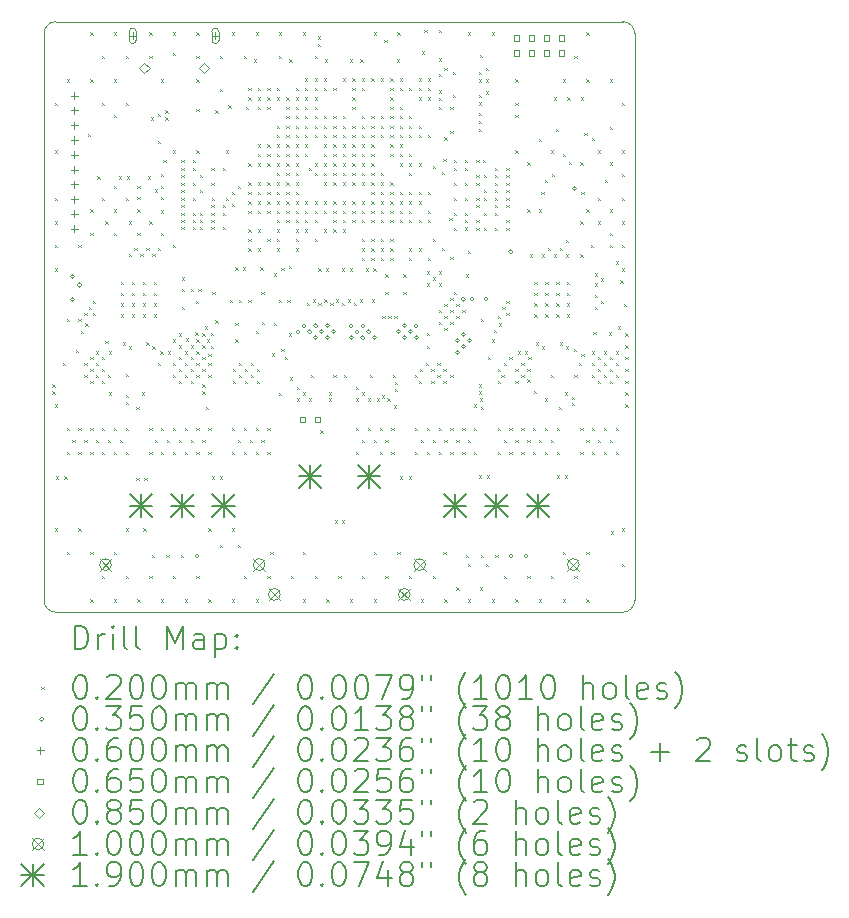
<source format=gbr>
%TF.GenerationSoftware,KiCad,Pcbnew,8.0.2-8.0.2-0~ubuntu22.04.1*%
%TF.CreationDate,2024-05-15T09:40:52+02:00*%
%TF.ProjectId,omodri_laas,6f6d6f64-7269-45f6-9c61-61732e6b6963,3.0*%
%TF.SameCoordinates,Original*%
%TF.FileFunction,Drillmap*%
%TF.FilePolarity,Positive*%
%FSLAX45Y45*%
G04 Gerber Fmt 4.5, Leading zero omitted, Abs format (unit mm)*
G04 Created by KiCad (PCBNEW 8.0.2-8.0.2-0~ubuntu22.04.1) date 2024-05-15 09:40:52*
%MOMM*%
%LPD*%
G01*
G04 APERTURE LIST*
%ADD10C,0.050000*%
%ADD11C,0.200000*%
%ADD12C,0.100000*%
%ADD13C,0.190000*%
G04 APERTURE END LIST*
D10*
X10100000Y-5000000D02*
X14900000Y-5000000D01*
X14900000Y-10000000D02*
X10100000Y-10000000D01*
X15000000Y-9900000D02*
G75*
G02*
X14900000Y-10000000I-100000J0D01*
G01*
X15000000Y-5100000D02*
X15000000Y-9900000D01*
X10000000Y-5100000D02*
G75*
G02*
X10100000Y-5000000I100000J0D01*
G01*
X10100000Y-10000000D02*
G75*
G02*
X10000000Y-9900000I0J100000D01*
G01*
X10000000Y-9900000D02*
X10000000Y-5100000D01*
X14900000Y-5000000D02*
G75*
G02*
X15000000Y-5100000I0J-100000D01*
G01*
D11*
D12*
X10070000Y-8070000D02*
X10090000Y-8090000D01*
X10090000Y-8070000D02*
X10070000Y-8090000D01*
X10070000Y-8130000D02*
X10090000Y-8150000D01*
X10090000Y-8130000D02*
X10070000Y-8150000D01*
X10090000Y-5690000D02*
X10110000Y-5710000D01*
X10110000Y-5690000D02*
X10090000Y-5710000D01*
X10090000Y-6090000D02*
X10110000Y-6110000D01*
X10110000Y-6090000D02*
X10090000Y-6110000D01*
X10090000Y-6490000D02*
X10110000Y-6510000D01*
X10110000Y-6490000D02*
X10090000Y-6510000D01*
X10090000Y-6690000D02*
X10110000Y-6710000D01*
X10110000Y-6690000D02*
X10090000Y-6710000D01*
X10090000Y-6890000D02*
X10110000Y-6910000D01*
X10110000Y-6890000D02*
X10090000Y-6910000D01*
X10090000Y-7090000D02*
X10110000Y-7110000D01*
X10110000Y-7090000D02*
X10090000Y-7110000D01*
X10090000Y-8240000D02*
X10110000Y-8260000D01*
X10110000Y-8240000D02*
X10090000Y-8260000D01*
X10090000Y-9290000D02*
X10110000Y-9310000D01*
X10110000Y-9290000D02*
X10090000Y-9310000D01*
X10100000Y-8850000D02*
X10120000Y-8870000D01*
X10120000Y-8850000D02*
X10100000Y-8870000D01*
X10160000Y-7890000D02*
X10180000Y-7910000D01*
X10180000Y-7890000D02*
X10160000Y-7910000D01*
X10170000Y-8850000D02*
X10190000Y-8870000D01*
X10190000Y-8850000D02*
X10170000Y-8870000D01*
X10190000Y-5490000D02*
X10210000Y-5510000D01*
X10210000Y-5490000D02*
X10190000Y-5510000D01*
X10190000Y-7515000D02*
X10210000Y-7535000D01*
X10210000Y-7515000D02*
X10190000Y-7535000D01*
X10190000Y-8440000D02*
X10210000Y-8460000D01*
X10210000Y-8440000D02*
X10190000Y-8460000D01*
X10190000Y-8640000D02*
X10210000Y-8660000D01*
X10210000Y-8640000D02*
X10190000Y-8660000D01*
X10190000Y-9490000D02*
X10210000Y-9510000D01*
X10210000Y-9490000D02*
X10190000Y-9510000D01*
X10240000Y-8540000D02*
X10260000Y-8560000D01*
X10260000Y-8540000D02*
X10240000Y-8560000D01*
X10270000Y-7781250D02*
X10290000Y-7801250D01*
X10290000Y-7781250D02*
X10270000Y-7801250D01*
X10290000Y-6890000D02*
X10310000Y-6910000D01*
X10310000Y-6890000D02*
X10290000Y-6910000D01*
X10290000Y-7515000D02*
X10310000Y-7535000D01*
X10310000Y-7515000D02*
X10290000Y-7535000D01*
X10290000Y-8440000D02*
X10310000Y-8460000D01*
X10310000Y-8440000D02*
X10290000Y-8460000D01*
X10290000Y-8640000D02*
X10310000Y-8660000D01*
X10310000Y-8640000D02*
X10290000Y-8660000D01*
X10290000Y-9290000D02*
X10310000Y-9310000D01*
X10310000Y-9290000D02*
X10290000Y-9310000D01*
X10310000Y-7617000D02*
X10330000Y-7637000D01*
X10330000Y-7617000D02*
X10310000Y-7637000D01*
X10340000Y-7465000D02*
X10360000Y-7485000D01*
X10360000Y-7465000D02*
X10340000Y-7485000D01*
X10340000Y-7890000D02*
X10360000Y-7910000D01*
X10360000Y-7890000D02*
X10340000Y-7910000D01*
X10340000Y-7990000D02*
X10360000Y-8010000D01*
X10360000Y-7990000D02*
X10340000Y-8010000D01*
X10340000Y-8540000D02*
X10360000Y-8560000D01*
X10360000Y-8540000D02*
X10340000Y-8560000D01*
X10350000Y-7553000D02*
X10370000Y-7573000D01*
X10370000Y-7553000D02*
X10350000Y-7573000D01*
X10370000Y-5950000D02*
X10390000Y-5970000D01*
X10390000Y-5950000D02*
X10370000Y-5970000D01*
X10380000Y-7415000D02*
X10400000Y-7435000D01*
X10400000Y-7415000D02*
X10380000Y-7435000D01*
X10390000Y-5090000D02*
X10410000Y-5110000D01*
X10410000Y-5090000D02*
X10390000Y-5110000D01*
X10390000Y-5490000D02*
X10410000Y-5510000D01*
X10410000Y-5490000D02*
X10390000Y-5510000D01*
X10390000Y-6590000D02*
X10410000Y-6610000D01*
X10410000Y-6590000D02*
X10390000Y-6610000D01*
X10390000Y-6790000D02*
X10410000Y-6810000D01*
X10410000Y-6790000D02*
X10390000Y-6810000D01*
X10390000Y-7840000D02*
X10410000Y-7860000D01*
X10410000Y-7840000D02*
X10390000Y-7860000D01*
X10390000Y-7940000D02*
X10410000Y-7960000D01*
X10410000Y-7940000D02*
X10390000Y-7960000D01*
X10390000Y-8040000D02*
X10410000Y-8060000D01*
X10410000Y-8040000D02*
X10390000Y-8060000D01*
X10390000Y-8440000D02*
X10410000Y-8460000D01*
X10410000Y-8440000D02*
X10390000Y-8460000D01*
X10390000Y-8640000D02*
X10410000Y-8660000D01*
X10410000Y-8640000D02*
X10390000Y-8660000D01*
X10390000Y-9490000D02*
X10410000Y-9510000D01*
X10410000Y-9490000D02*
X10390000Y-9510000D01*
X10390000Y-9890000D02*
X10410000Y-9910000D01*
X10410000Y-9890000D02*
X10390000Y-9910000D01*
X10415000Y-7365000D02*
X10435000Y-7385000D01*
X10435000Y-7365000D02*
X10415000Y-7385000D01*
X10415000Y-7465000D02*
X10435000Y-7485000D01*
X10435000Y-7465000D02*
X10415000Y-7485000D01*
X10440000Y-7790000D02*
X10460000Y-7810000D01*
X10460000Y-7790000D02*
X10440000Y-7810000D01*
X10440000Y-7890000D02*
X10460000Y-7910000D01*
X10460000Y-7890000D02*
X10440000Y-7910000D01*
X10440000Y-7990000D02*
X10460000Y-8010000D01*
X10460000Y-7990000D02*
X10440000Y-8010000D01*
X10440000Y-8540000D02*
X10460000Y-8560000D01*
X10460000Y-8540000D02*
X10440000Y-8560000D01*
X10450000Y-6310000D02*
X10470000Y-6330000D01*
X10470000Y-6310000D02*
X10450000Y-6330000D01*
X10490000Y-5290000D02*
X10510000Y-5310000D01*
X10510000Y-5290000D02*
X10490000Y-5310000D01*
X10490000Y-5690000D02*
X10510000Y-5710000D01*
X10510000Y-5690000D02*
X10490000Y-5710000D01*
X10490000Y-6490000D02*
X10510000Y-6510000D01*
X10510000Y-6490000D02*
X10490000Y-6510000D01*
X10490000Y-7840000D02*
X10510000Y-7860000D01*
X10510000Y-7840000D02*
X10490000Y-7860000D01*
X10490000Y-7940000D02*
X10510000Y-7960000D01*
X10510000Y-7940000D02*
X10490000Y-7960000D01*
X10490000Y-8040000D02*
X10510000Y-8060000D01*
X10510000Y-8040000D02*
X10490000Y-8060000D01*
X10490000Y-8440000D02*
X10510000Y-8460000D01*
X10510000Y-8440000D02*
X10490000Y-8460000D01*
X10490000Y-8640000D02*
X10510000Y-8660000D01*
X10510000Y-8640000D02*
X10490000Y-8660000D01*
X10490000Y-9690000D02*
X10510000Y-9710000D01*
X10510000Y-9690000D02*
X10490000Y-9710000D01*
X10517000Y-6690000D02*
X10537000Y-6710000D01*
X10537000Y-6690000D02*
X10517000Y-6710000D01*
X10517500Y-7700000D02*
X10537500Y-7720000D01*
X10537500Y-7700000D02*
X10517500Y-7720000D01*
X10540000Y-7990000D02*
X10560000Y-8010000D01*
X10560000Y-7990000D02*
X10540000Y-8010000D01*
X10540000Y-8540000D02*
X10560000Y-8560000D01*
X10560000Y-8540000D02*
X10540000Y-8560000D01*
X10550000Y-7790000D02*
X10570000Y-7810000D01*
X10570000Y-7790000D02*
X10550000Y-7810000D01*
X10550000Y-8140000D02*
X10570000Y-8160000D01*
X10570000Y-8140000D02*
X10550000Y-8160000D01*
X10590000Y-5090000D02*
X10610000Y-5110000D01*
X10610000Y-5090000D02*
X10590000Y-5110000D01*
X10590000Y-5490000D02*
X10610000Y-5510000D01*
X10610000Y-5490000D02*
X10590000Y-5510000D01*
X10590000Y-5790000D02*
X10610000Y-5810000D01*
X10610000Y-5790000D02*
X10590000Y-5810000D01*
X10590000Y-6390000D02*
X10610000Y-6410000D01*
X10610000Y-6390000D02*
X10590000Y-6410000D01*
X10590000Y-6590000D02*
X10610000Y-6610000D01*
X10610000Y-6590000D02*
X10590000Y-6610000D01*
X10590000Y-6790000D02*
X10610000Y-6810000D01*
X10610000Y-6790000D02*
X10590000Y-6810000D01*
X10590000Y-8440000D02*
X10610000Y-8460000D01*
X10610000Y-8440000D02*
X10590000Y-8460000D01*
X10590000Y-8640000D02*
X10610000Y-8660000D01*
X10610000Y-8640000D02*
X10590000Y-8660000D01*
X10590000Y-9490000D02*
X10610000Y-9510000D01*
X10610000Y-9490000D02*
X10590000Y-9510000D01*
X10590000Y-9890000D02*
X10610000Y-9910000D01*
X10610000Y-9890000D02*
X10590000Y-9910000D01*
X10630000Y-6310000D02*
X10650000Y-6330000D01*
X10650000Y-6310000D02*
X10630000Y-6330000D01*
X10640000Y-8540000D02*
X10660000Y-8560000D01*
X10660000Y-8540000D02*
X10640000Y-8560000D01*
X10652000Y-7202000D02*
X10672000Y-7222000D01*
X10672000Y-7202000D02*
X10652000Y-7222000D01*
X10652000Y-7294000D02*
X10672000Y-7314000D01*
X10672000Y-7294000D02*
X10652000Y-7314000D01*
X10652000Y-7386000D02*
X10672000Y-7406000D01*
X10672000Y-7386000D02*
X10652000Y-7406000D01*
X10652000Y-7478000D02*
X10672000Y-7498000D01*
X10672000Y-7478000D02*
X10652000Y-7498000D01*
X10665000Y-7715000D02*
X10685000Y-7735000D01*
X10685000Y-7715000D02*
X10665000Y-7735000D01*
X10690000Y-5290000D02*
X10710000Y-5310000D01*
X10710000Y-5290000D02*
X10690000Y-5310000D01*
X10690000Y-5690000D02*
X10710000Y-5710000D01*
X10710000Y-5690000D02*
X10690000Y-5710000D01*
X10690000Y-6490000D02*
X10710000Y-6510000D01*
X10710000Y-6490000D02*
X10690000Y-6510000D01*
X10690000Y-7980000D02*
X10710000Y-8000000D01*
X10710000Y-7980000D02*
X10690000Y-8000000D01*
X10690000Y-8160000D02*
X10710000Y-8180000D01*
X10710000Y-8160000D02*
X10690000Y-8180000D01*
X10690000Y-8220000D02*
X10710000Y-8240000D01*
X10710000Y-8220000D02*
X10690000Y-8240000D01*
X10690000Y-8440000D02*
X10710000Y-8460000D01*
X10710000Y-8440000D02*
X10690000Y-8460000D01*
X10690000Y-8640000D02*
X10710000Y-8660000D01*
X10710000Y-8640000D02*
X10690000Y-8660000D01*
X10690000Y-9290000D02*
X10710000Y-9310000D01*
X10710000Y-9290000D02*
X10690000Y-9310000D01*
X10690000Y-9690000D02*
X10710000Y-9710000D01*
X10710000Y-9690000D02*
X10690000Y-9710000D01*
X10700000Y-6310000D02*
X10720000Y-6330000D01*
X10720000Y-6310000D02*
X10700000Y-6330000D01*
X10715000Y-6965000D02*
X10735000Y-6985000D01*
X10735000Y-6965000D02*
X10715000Y-6985000D01*
X10715000Y-7750000D02*
X10735000Y-7770000D01*
X10735000Y-7750000D02*
X10715000Y-7770000D01*
X10720000Y-6690000D02*
X10740000Y-6710000D01*
X10740000Y-6690000D02*
X10720000Y-6710000D01*
X10744000Y-7202000D02*
X10764000Y-7222000D01*
X10764000Y-7202000D02*
X10744000Y-7222000D01*
X10744000Y-7294000D02*
X10764000Y-7314000D01*
X10764000Y-7294000D02*
X10744000Y-7314000D01*
X10744000Y-7386000D02*
X10764000Y-7406000D01*
X10764000Y-7386000D02*
X10744000Y-7406000D01*
X10744000Y-7478000D02*
X10764000Y-7498000D01*
X10764000Y-7478000D02*
X10744000Y-7498000D01*
X10765000Y-6915000D02*
X10785000Y-6935000D01*
X10785000Y-6915000D02*
X10765000Y-6935000D01*
X10780000Y-8260000D02*
X10800000Y-8280000D01*
X10800000Y-8260000D02*
X10780000Y-8280000D01*
X10780000Y-8860000D02*
X10800000Y-8880000D01*
X10800000Y-8860000D02*
X10780000Y-8880000D01*
X10790000Y-6390000D02*
X10810000Y-6410000D01*
X10810000Y-6390000D02*
X10790000Y-6410000D01*
X10790000Y-6482780D02*
X10810000Y-6502780D01*
X10810000Y-6482780D02*
X10790000Y-6502780D01*
X10790000Y-6590000D02*
X10810000Y-6610000D01*
X10810000Y-6590000D02*
X10790000Y-6610000D01*
X10790000Y-6790000D02*
X10810000Y-6810000D01*
X10810000Y-6790000D02*
X10790000Y-6810000D01*
X10790000Y-9890000D02*
X10810000Y-9910000D01*
X10810000Y-9890000D02*
X10790000Y-9910000D01*
X10815000Y-6965000D02*
X10835000Y-6985000D01*
X10835000Y-6965000D02*
X10815000Y-6985000D01*
X10830000Y-8140000D02*
X10850000Y-8160000D01*
X10850000Y-8140000D02*
X10830000Y-8160000D01*
X10836000Y-7202000D02*
X10856000Y-7222000D01*
X10856000Y-7202000D02*
X10836000Y-7222000D01*
X10836000Y-7294000D02*
X10856000Y-7314000D01*
X10856000Y-7294000D02*
X10836000Y-7314000D01*
X10836000Y-7386000D02*
X10856000Y-7406000D01*
X10856000Y-7386000D02*
X10836000Y-7406000D01*
X10836000Y-7478000D02*
X10856000Y-7498000D01*
X10856000Y-7478000D02*
X10836000Y-7498000D01*
X10840000Y-9290000D02*
X10860000Y-9310000D01*
X10860000Y-9290000D02*
X10840000Y-9310000D01*
X10850000Y-8860000D02*
X10870000Y-8880000D01*
X10870000Y-8860000D02*
X10850000Y-8880000D01*
X10865000Y-6915000D02*
X10885000Y-6935000D01*
X10885000Y-6915000D02*
X10865000Y-6935000D01*
X10865000Y-7715000D02*
X10885000Y-7735000D01*
X10885000Y-7715000D02*
X10865000Y-7735000D01*
X10880000Y-6310000D02*
X10900000Y-6330000D01*
X10900000Y-6310000D02*
X10880000Y-6330000D01*
X10890000Y-5090000D02*
X10910000Y-5110000D01*
X10910000Y-5090000D02*
X10890000Y-5110000D01*
X10890000Y-5290000D02*
X10910000Y-5310000D01*
X10910000Y-5290000D02*
X10890000Y-5310000D01*
X10890000Y-6690000D02*
X10910000Y-6710000D01*
X10910000Y-6690000D02*
X10890000Y-6710000D01*
X10890000Y-8440000D02*
X10910000Y-8460000D01*
X10910000Y-8440000D02*
X10890000Y-8460000D01*
X10890000Y-8640000D02*
X10910000Y-8660000D01*
X10910000Y-8640000D02*
X10890000Y-8660000D01*
X10890000Y-9690000D02*
X10910000Y-9710000D01*
X10910000Y-9690000D02*
X10890000Y-9710000D01*
X10904000Y-5810000D02*
X10924000Y-5830000D01*
X10924000Y-5810000D02*
X10904000Y-5830000D01*
X10910000Y-9515000D02*
X10930000Y-9535000D01*
X10930000Y-9515000D02*
X10910000Y-9535000D01*
X10915000Y-6965000D02*
X10935000Y-6985000D01*
X10935000Y-6965000D02*
X10915000Y-6985000D01*
X10915000Y-7750000D02*
X10935000Y-7770000D01*
X10935000Y-7750000D02*
X10915000Y-7770000D01*
X10928000Y-7202000D02*
X10948000Y-7222000D01*
X10948000Y-7202000D02*
X10928000Y-7222000D01*
X10928000Y-7294000D02*
X10948000Y-7314000D01*
X10948000Y-7294000D02*
X10928000Y-7314000D01*
X10928000Y-7386000D02*
X10948000Y-7406000D01*
X10948000Y-7386000D02*
X10928000Y-7406000D01*
X10928000Y-7478000D02*
X10948000Y-7498000D01*
X10948000Y-7478000D02*
X10928000Y-7498000D01*
X10937500Y-6420000D02*
X10957500Y-6440000D01*
X10957500Y-6420000D02*
X10937500Y-6440000D01*
X10940000Y-8540000D02*
X10960000Y-8560000D01*
X10960000Y-8540000D02*
X10940000Y-8560000D01*
X10965000Y-5780000D02*
X10985000Y-5800000D01*
X10985000Y-5780000D02*
X10965000Y-5800000D01*
X10965000Y-6010000D02*
X10985000Y-6030000D01*
X10985000Y-6010000D02*
X10965000Y-6030000D01*
X10965000Y-6915000D02*
X10985000Y-6935000D01*
X10985000Y-6915000D02*
X10965000Y-6935000D01*
X10965000Y-7890000D02*
X10985000Y-7910000D01*
X10985000Y-7890000D02*
X10965000Y-7910000D01*
X10983000Y-7790000D02*
X11003000Y-7810000D01*
X11003000Y-7790000D02*
X10983000Y-7810000D01*
X10990000Y-5490000D02*
X11010000Y-5510000D01*
X11010000Y-5490000D02*
X10990000Y-5510000D01*
X10990000Y-6290000D02*
X11010000Y-6310000D01*
X11010000Y-6290000D02*
X10990000Y-6310000D01*
X10990000Y-6390000D02*
X11010000Y-6410000D01*
X11010000Y-6390000D02*
X10990000Y-6410000D01*
X10990000Y-6482780D02*
X11010000Y-6502780D01*
X11010000Y-6482780D02*
X10990000Y-6502780D01*
X10990000Y-6597220D02*
X11010000Y-6617220D01*
X11010000Y-6597220D02*
X10990000Y-6617220D01*
X10990000Y-6790000D02*
X11010000Y-6810000D01*
X11010000Y-6790000D02*
X10990000Y-6810000D01*
X10990000Y-8440000D02*
X11010000Y-8460000D01*
X11010000Y-8440000D02*
X10990000Y-8460000D01*
X10990000Y-8640000D02*
X11010000Y-8660000D01*
X11010000Y-8640000D02*
X10990000Y-8660000D01*
X10990000Y-9890000D02*
X11010000Y-9910000D01*
X11010000Y-9890000D02*
X10990000Y-9910000D01*
X11010000Y-6169000D02*
X11030000Y-6189000D01*
X11030000Y-6169000D02*
X11010000Y-6189000D01*
X11027500Y-5750000D02*
X11047500Y-5770000D01*
X11047500Y-5750000D02*
X11027500Y-5770000D01*
X11027500Y-5810000D02*
X11047500Y-5830000D01*
X11047500Y-5810000D02*
X11027500Y-5830000D01*
X11035000Y-9515000D02*
X11055000Y-9535000D01*
X11055000Y-9515000D02*
X11035000Y-9535000D01*
X11040000Y-8540000D02*
X11060000Y-8560000D01*
X11060000Y-8540000D02*
X11040000Y-8560000D01*
X11047000Y-7790000D02*
X11067000Y-7810000D01*
X11067000Y-7790000D02*
X11047000Y-7810000D01*
X11090000Y-5090000D02*
X11110000Y-5110000D01*
X11110000Y-5090000D02*
X11090000Y-5110000D01*
X11090000Y-5265000D02*
X11110000Y-5285000D01*
X11110000Y-5265000D02*
X11090000Y-5285000D01*
X11090000Y-6090000D02*
X11110000Y-6110000D01*
X11110000Y-6090000D02*
X11090000Y-6110000D01*
X11090000Y-6890000D02*
X11110000Y-6910000D01*
X11110000Y-6890000D02*
X11090000Y-6910000D01*
X11090000Y-7690000D02*
X11110000Y-7710000D01*
X11110000Y-7690000D02*
X11090000Y-7710000D01*
X11090000Y-7890000D02*
X11110000Y-7910000D01*
X11110000Y-7890000D02*
X11090000Y-7910000D01*
X11090000Y-7990000D02*
X11110000Y-8010000D01*
X11110000Y-7990000D02*
X11090000Y-8010000D01*
X11090000Y-8440000D02*
X11110000Y-8460000D01*
X11110000Y-8440000D02*
X11090000Y-8460000D01*
X11090000Y-8640000D02*
X11110000Y-8660000D01*
X11110000Y-8640000D02*
X11090000Y-8660000D01*
X11090000Y-9690000D02*
X11110000Y-9710000D01*
X11110000Y-9690000D02*
X11090000Y-9710000D01*
X11140000Y-7640000D02*
X11160000Y-7660000D01*
X11160000Y-7640000D02*
X11140000Y-7660000D01*
X11140000Y-7740000D02*
X11160000Y-7760000D01*
X11160000Y-7740000D02*
X11140000Y-7760000D01*
X11140000Y-7840000D02*
X11160000Y-7860000D01*
X11160000Y-7840000D02*
X11140000Y-7860000D01*
X11140000Y-7940000D02*
X11160000Y-7960000D01*
X11160000Y-7940000D02*
X11140000Y-7960000D01*
X11140000Y-8040000D02*
X11160000Y-8060000D01*
X11160000Y-8040000D02*
X11140000Y-8060000D01*
X11140000Y-8540000D02*
X11160000Y-8560000D01*
X11160000Y-8540000D02*
X11140000Y-8560000D01*
X11160000Y-9515000D02*
X11180000Y-9535000D01*
X11180000Y-9515000D02*
X11160000Y-9535000D01*
X11163000Y-6172500D02*
X11183000Y-6192500D01*
X11183000Y-6172500D02*
X11163000Y-6192500D01*
X11163000Y-6236000D02*
X11183000Y-6256000D01*
X11183000Y-6236000D02*
X11163000Y-6256000D01*
X11163000Y-6299500D02*
X11183000Y-6319500D01*
X11183000Y-6299500D02*
X11163000Y-6319500D01*
X11163000Y-6363000D02*
X11183000Y-6383000D01*
X11183000Y-6363000D02*
X11163000Y-6383000D01*
X11163000Y-6426500D02*
X11183000Y-6446500D01*
X11183000Y-6426500D02*
X11163000Y-6446500D01*
X11163000Y-6490000D02*
X11183000Y-6510000D01*
X11183000Y-6490000D02*
X11163000Y-6510000D01*
X11163000Y-6553500D02*
X11183000Y-6573500D01*
X11183000Y-6553500D02*
X11163000Y-6573500D01*
X11163000Y-6617000D02*
X11183000Y-6637000D01*
X11183000Y-6617000D02*
X11163000Y-6637000D01*
X11163000Y-6680500D02*
X11183000Y-6700500D01*
X11183000Y-6680500D02*
X11163000Y-6700500D01*
X11163000Y-6740000D02*
X11183000Y-6760000D01*
X11183000Y-6740000D02*
X11163000Y-6760000D01*
X11165000Y-7165000D02*
X11185000Y-7185000D01*
X11185000Y-7165000D02*
X11165000Y-7185000D01*
X11165000Y-7265000D02*
X11185000Y-7285000D01*
X11185000Y-7265000D02*
X11165000Y-7285000D01*
X11165000Y-7415000D02*
X11185000Y-7435000D01*
X11185000Y-7415000D02*
X11165000Y-7435000D01*
X11190000Y-7790000D02*
X11210000Y-7810000D01*
X11210000Y-7790000D02*
X11190000Y-7810000D01*
X11190000Y-7890000D02*
X11210000Y-7910000D01*
X11210000Y-7890000D02*
X11190000Y-7910000D01*
X11190000Y-7990000D02*
X11210000Y-8010000D01*
X11210000Y-7990000D02*
X11190000Y-8010000D01*
X11190000Y-8440000D02*
X11210000Y-8460000D01*
X11210000Y-8440000D02*
X11190000Y-8460000D01*
X11190000Y-8640000D02*
X11210000Y-8660000D01*
X11210000Y-8640000D02*
X11190000Y-8660000D01*
X11190000Y-9890000D02*
X11210000Y-9910000D01*
X11210000Y-9890000D02*
X11190000Y-9910000D01*
X11200000Y-7680000D02*
X11220000Y-7700000D01*
X11220000Y-7680000D02*
X11200000Y-7700000D01*
X11240000Y-7265000D02*
X11260000Y-7285000D01*
X11260000Y-7265000D02*
X11240000Y-7285000D01*
X11240000Y-7740000D02*
X11260000Y-7760000D01*
X11260000Y-7740000D02*
X11240000Y-7760000D01*
X11240000Y-7840000D02*
X11260000Y-7860000D01*
X11260000Y-7840000D02*
X11240000Y-7860000D01*
X11240000Y-7940000D02*
X11260000Y-7960000D01*
X11260000Y-7940000D02*
X11240000Y-7960000D01*
X11240000Y-8040000D02*
X11260000Y-8060000D01*
X11260000Y-8040000D02*
X11240000Y-8060000D01*
X11240000Y-8540000D02*
X11260000Y-8560000D01*
X11260000Y-8540000D02*
X11240000Y-8560000D01*
X11259000Y-6172500D02*
X11279000Y-6192500D01*
X11279000Y-6172500D02*
X11259000Y-6192500D01*
X11259000Y-6236000D02*
X11279000Y-6256000D01*
X11279000Y-6236000D02*
X11259000Y-6256000D01*
X11259000Y-6363000D02*
X11279000Y-6383000D01*
X11279000Y-6363000D02*
X11259000Y-6383000D01*
X11259000Y-6490000D02*
X11279000Y-6510000D01*
X11279000Y-6490000D02*
X11259000Y-6510000D01*
X11259000Y-6617000D02*
X11279000Y-6637000D01*
X11279000Y-6617000D02*
X11259000Y-6637000D01*
X11259000Y-6680500D02*
X11279000Y-6700500D01*
X11279000Y-6680500D02*
X11259000Y-6700500D01*
X11259000Y-6740000D02*
X11279000Y-6760000D01*
X11279000Y-6740000D02*
X11259000Y-6760000D01*
X11280000Y-7630000D02*
X11300000Y-7650000D01*
X11300000Y-7630000D02*
X11280000Y-7650000D01*
X11282000Y-7365000D02*
X11302000Y-7385000D01*
X11302000Y-7365000D02*
X11282000Y-7385000D01*
X11290000Y-5090000D02*
X11310000Y-5110000D01*
X11310000Y-5090000D02*
X11290000Y-5110000D01*
X11290000Y-5290000D02*
X11310000Y-5310000D01*
X11310000Y-5290000D02*
X11290000Y-5310000D01*
X11290000Y-5490000D02*
X11310000Y-5510000D01*
X11310000Y-5490000D02*
X11290000Y-5510000D01*
X11290000Y-5740000D02*
X11310000Y-5760000D01*
X11310000Y-5740000D02*
X11290000Y-5760000D01*
X11290000Y-6090000D02*
X11310000Y-6110000D01*
X11310000Y-6090000D02*
X11290000Y-6110000D01*
X11290000Y-7690000D02*
X11310000Y-7710000D01*
X11310000Y-7690000D02*
X11290000Y-7710000D01*
X11290000Y-7790000D02*
X11310000Y-7810000D01*
X11310000Y-7790000D02*
X11290000Y-7810000D01*
X11290000Y-7890000D02*
X11310000Y-7910000D01*
X11310000Y-7890000D02*
X11290000Y-7910000D01*
X11290000Y-7990000D02*
X11310000Y-8010000D01*
X11310000Y-7990000D02*
X11290000Y-8010000D01*
X11290000Y-8440000D02*
X11310000Y-8460000D01*
X11310000Y-8440000D02*
X11290000Y-8460000D01*
X11290000Y-8640000D02*
X11310000Y-8660000D01*
X11310000Y-8640000D02*
X11290000Y-8660000D01*
X11290000Y-9690000D02*
X11310000Y-9710000D01*
X11310000Y-9690000D02*
X11290000Y-9710000D01*
X11305000Y-7265000D02*
X11325000Y-7285000D01*
X11325000Y-7265000D02*
X11305000Y-7285000D01*
X11321000Y-6299500D02*
X11341000Y-6319500D01*
X11341000Y-6299500D02*
X11321000Y-6319500D01*
X11321000Y-6426500D02*
X11341000Y-6446500D01*
X11341000Y-6426500D02*
X11321000Y-6446500D01*
X11321000Y-6617000D02*
X11341000Y-6637000D01*
X11341000Y-6617000D02*
X11321000Y-6637000D01*
X11321000Y-6680500D02*
X11341000Y-6700500D01*
X11341000Y-6680500D02*
X11321000Y-6700500D01*
X11321000Y-6740000D02*
X11341000Y-6760000D01*
X11341000Y-6740000D02*
X11321000Y-6760000D01*
X11340000Y-7640000D02*
X11360000Y-7660000D01*
X11360000Y-7640000D02*
X11340000Y-7660000D01*
X11340000Y-7740000D02*
X11360000Y-7760000D01*
X11360000Y-7740000D02*
X11340000Y-7760000D01*
X11340000Y-7840000D02*
X11360000Y-7860000D01*
X11360000Y-7840000D02*
X11340000Y-7860000D01*
X11340000Y-7940000D02*
X11360000Y-7960000D01*
X11360000Y-7940000D02*
X11340000Y-7960000D01*
X11340000Y-8070000D02*
X11360000Y-8090000D01*
X11360000Y-8070000D02*
X11340000Y-8090000D01*
X11340000Y-8130000D02*
X11360000Y-8150000D01*
X11360000Y-8130000D02*
X11340000Y-8150000D01*
X11340000Y-8540000D02*
X11360000Y-8560000D01*
X11360000Y-8540000D02*
X11340000Y-8560000D01*
X11360000Y-7580000D02*
X11380000Y-7600000D01*
X11380000Y-7580000D02*
X11360000Y-7600000D01*
X11368000Y-8260000D02*
X11388000Y-8280000D01*
X11388000Y-8260000D02*
X11368000Y-8280000D01*
X11380000Y-7690000D02*
X11400000Y-7710000D01*
X11400000Y-7690000D02*
X11380000Y-7710000D01*
X11390000Y-7815000D02*
X11410000Y-7835000D01*
X11410000Y-7815000D02*
X11390000Y-7835000D01*
X11390000Y-7890000D02*
X11410000Y-7910000D01*
X11410000Y-7890000D02*
X11390000Y-7910000D01*
X11390000Y-7990000D02*
X11410000Y-8010000D01*
X11410000Y-7990000D02*
X11390000Y-8010000D01*
X11390000Y-8440000D02*
X11410000Y-8460000D01*
X11410000Y-8440000D02*
X11390000Y-8460000D01*
X11390000Y-8640000D02*
X11410000Y-8660000D01*
X11410000Y-8640000D02*
X11390000Y-8660000D01*
X11390000Y-9290000D02*
X11410000Y-9310000D01*
X11410000Y-9290000D02*
X11390000Y-9310000D01*
X11390000Y-9890000D02*
X11410000Y-9910000D01*
X11410000Y-9890000D02*
X11390000Y-9910000D01*
X11410000Y-7632780D02*
X11430000Y-7652780D01*
X11430000Y-7632780D02*
X11410000Y-7652780D01*
X11410000Y-7747220D02*
X11430000Y-7767220D01*
X11430000Y-7747220D02*
X11410000Y-7767220D01*
X11417000Y-6236000D02*
X11437000Y-6256000D01*
X11437000Y-6236000D02*
X11417000Y-6256000D01*
X11417000Y-6363000D02*
X11437000Y-6383000D01*
X11437000Y-6363000D02*
X11417000Y-6383000D01*
X11417000Y-6553500D02*
X11437000Y-6573500D01*
X11437000Y-6553500D02*
X11417000Y-6573500D01*
X11417000Y-6617000D02*
X11437000Y-6637000D01*
X11437000Y-6617000D02*
X11417000Y-6637000D01*
X11417000Y-6680500D02*
X11437000Y-6700500D01*
X11437000Y-6680500D02*
X11417000Y-6700500D01*
X11417000Y-6740000D02*
X11437000Y-6760000D01*
X11437000Y-6740000D02*
X11417000Y-6760000D01*
X11419004Y-6492004D02*
X11439004Y-6512004D01*
X11439004Y-6492004D02*
X11419004Y-6512004D01*
X11420000Y-8850000D02*
X11440000Y-8870000D01*
X11440000Y-8850000D02*
X11420000Y-8870000D01*
X11424000Y-7290000D02*
X11444000Y-7310000D01*
X11444000Y-7290000D02*
X11424000Y-7310000D01*
X11450000Y-5750000D02*
X11470000Y-5770000D01*
X11470000Y-5750000D02*
X11450000Y-5770000D01*
X11450000Y-7530000D02*
X11470000Y-7550000D01*
X11470000Y-7530000D02*
X11450000Y-7550000D01*
X11490000Y-5290000D02*
X11510000Y-5310000D01*
X11510000Y-5290000D02*
X11490000Y-5310000D01*
X11490000Y-5570000D02*
X11510000Y-5590000D01*
X11510000Y-5570000D02*
X11490000Y-5590000D01*
X11490000Y-8850000D02*
X11510000Y-8870000D01*
X11510000Y-8850000D02*
X11490000Y-8870000D01*
X11490000Y-9430000D02*
X11510000Y-9450000D01*
X11510000Y-9430000D02*
X11490000Y-9450000D01*
X11513000Y-6236000D02*
X11533000Y-6256000D01*
X11533000Y-6236000D02*
X11513000Y-6256000D01*
X11513000Y-6553500D02*
X11533000Y-6573500D01*
X11533000Y-6553500D02*
X11513000Y-6573500D01*
X11513000Y-6617000D02*
X11533000Y-6637000D01*
X11533000Y-6617000D02*
X11513000Y-6637000D01*
X11513000Y-6740000D02*
X11533000Y-6760000D01*
X11533000Y-6740000D02*
X11513000Y-6760000D01*
X11540000Y-6090000D02*
X11560000Y-6110000D01*
X11560000Y-6090000D02*
X11540000Y-6110000D01*
X11540000Y-6490000D02*
X11560000Y-6510000D01*
X11560000Y-6490000D02*
X11540000Y-6510000D01*
X11560000Y-5710000D02*
X11580000Y-5730000D01*
X11580000Y-5710000D02*
X11560000Y-5730000D01*
X11570000Y-7355000D02*
X11590000Y-7375000D01*
X11590000Y-7355000D02*
X11570000Y-7375000D01*
X11590000Y-5090000D02*
X11610000Y-5110000D01*
X11610000Y-5090000D02*
X11590000Y-5110000D01*
X11590000Y-6440000D02*
X11610000Y-6460000D01*
X11610000Y-6440000D02*
X11590000Y-6460000D01*
X11590000Y-6540000D02*
X11610000Y-6560000D01*
X11610000Y-6540000D02*
X11590000Y-6560000D01*
X11590000Y-8440000D02*
X11610000Y-8460000D01*
X11610000Y-8440000D02*
X11590000Y-8460000D01*
X11590000Y-8640000D02*
X11610000Y-8660000D01*
X11610000Y-8640000D02*
X11590000Y-8660000D01*
X11590000Y-9290000D02*
X11610000Y-9310000D01*
X11610000Y-9290000D02*
X11590000Y-9310000D01*
X11590000Y-9890000D02*
X11610000Y-9910000D01*
X11610000Y-9890000D02*
X11590000Y-9910000D01*
X11600000Y-7940000D02*
X11620000Y-7960000D01*
X11620000Y-7940000D02*
X11600000Y-7960000D01*
X11600000Y-8040000D02*
X11620000Y-8060000D01*
X11620000Y-8040000D02*
X11600000Y-8060000D01*
X11617500Y-7080000D02*
X11637500Y-7100000D01*
X11637500Y-7080000D02*
X11617500Y-7100000D01*
X11617500Y-7550000D02*
X11637500Y-7570000D01*
X11637500Y-7550000D02*
X11617500Y-7570000D01*
X11620000Y-7690000D02*
X11640000Y-7710000D01*
X11640000Y-7690000D02*
X11620000Y-7710000D01*
X11640000Y-6390000D02*
X11660000Y-6410000D01*
X11660000Y-6390000D02*
X11640000Y-6410000D01*
X11640000Y-8540000D02*
X11660000Y-8560000D01*
X11660000Y-8540000D02*
X11640000Y-8560000D01*
X11640000Y-9430000D02*
X11660000Y-9450000D01*
X11660000Y-9430000D02*
X11640000Y-9450000D01*
X11650000Y-7355000D02*
X11670000Y-7375000D01*
X11670000Y-7355000D02*
X11650000Y-7375000D01*
X11650000Y-7890000D02*
X11670000Y-7910000D01*
X11670000Y-7890000D02*
X11650000Y-7910000D01*
X11650000Y-7990000D02*
X11670000Y-8010000D01*
X11670000Y-7990000D02*
X11650000Y-8010000D01*
X11681500Y-7080000D02*
X11701500Y-7100000D01*
X11701500Y-7080000D02*
X11681500Y-7100000D01*
X11690000Y-5290000D02*
X11710000Y-5310000D01*
X11710000Y-5290000D02*
X11690000Y-5310000D01*
X11690000Y-8440000D02*
X11710000Y-8460000D01*
X11710000Y-8440000D02*
X11690000Y-8460000D01*
X11690000Y-8640000D02*
X11710000Y-8660000D01*
X11710000Y-8640000D02*
X11690000Y-8660000D01*
X11690000Y-9690000D02*
X11710000Y-9710000D01*
X11710000Y-9690000D02*
X11690000Y-9710000D01*
X11700000Y-7940000D02*
X11720000Y-7960000D01*
X11720000Y-7940000D02*
X11700000Y-7960000D01*
X11700000Y-8040000D02*
X11720000Y-8060000D01*
X11720000Y-8040000D02*
X11700000Y-8060000D01*
X11710000Y-5720000D02*
X11730000Y-5740000D01*
X11730000Y-5720000D02*
X11710000Y-5740000D01*
X11730000Y-5560000D02*
X11750000Y-5580000D01*
X11750000Y-5560000D02*
X11730000Y-5580000D01*
X11730000Y-5640000D02*
X11750000Y-5660000D01*
X11750000Y-5640000D02*
X11730000Y-5660000D01*
X11730000Y-6200000D02*
X11750000Y-6220000D01*
X11750000Y-6200000D02*
X11730000Y-6220000D01*
X11730000Y-6360000D02*
X11750000Y-6380000D01*
X11750000Y-6360000D02*
X11730000Y-6380000D01*
X11730000Y-6440000D02*
X11750000Y-6460000D01*
X11750000Y-6440000D02*
X11730000Y-6460000D01*
X11730000Y-6520000D02*
X11750000Y-6540000D01*
X11750000Y-6520000D02*
X11730000Y-6540000D01*
X11730000Y-6600000D02*
X11750000Y-6620000D01*
X11750000Y-6600000D02*
X11730000Y-6620000D01*
X11730000Y-6760000D02*
X11750000Y-6780000D01*
X11750000Y-6760000D02*
X11730000Y-6780000D01*
X11730000Y-6840000D02*
X11750000Y-6860000D01*
X11750000Y-6840000D02*
X11730000Y-6860000D01*
X11730000Y-6920000D02*
X11750000Y-6940000D01*
X11750000Y-6920000D02*
X11730000Y-6940000D01*
X11730000Y-7355000D02*
X11750000Y-7375000D01*
X11750000Y-7355000D02*
X11730000Y-7375000D01*
X11740000Y-8540000D02*
X11760000Y-8560000D01*
X11760000Y-8540000D02*
X11740000Y-8560000D01*
X11750000Y-7890000D02*
X11770000Y-7910000D01*
X11770000Y-7890000D02*
X11750000Y-7910000D01*
X11750000Y-7990000D02*
X11770000Y-8010000D01*
X11770000Y-7990000D02*
X11750000Y-8010000D01*
X11776000Y-5320000D02*
X11796000Y-5340000D01*
X11796000Y-5320000D02*
X11776000Y-5340000D01*
X11790000Y-5090000D02*
X11810000Y-5110000D01*
X11810000Y-5090000D02*
X11790000Y-5110000D01*
X11790000Y-7620000D02*
X11810000Y-7640000D01*
X11810000Y-7620000D02*
X11790000Y-7640000D01*
X11790000Y-8440000D02*
X11810000Y-8460000D01*
X11810000Y-8440000D02*
X11790000Y-8460000D01*
X11790000Y-8640000D02*
X11810000Y-8660000D01*
X11810000Y-8640000D02*
X11790000Y-8660000D01*
X11790000Y-9890000D02*
X11810000Y-9910000D01*
X11810000Y-9890000D02*
X11790000Y-9910000D01*
X11800000Y-7940000D02*
X11820000Y-7960000D01*
X11820000Y-7940000D02*
X11800000Y-7960000D01*
X11800000Y-8040000D02*
X11820000Y-8060000D01*
X11820000Y-8040000D02*
X11800000Y-8060000D01*
X11810000Y-5560000D02*
X11830000Y-5580000D01*
X11830000Y-5560000D02*
X11810000Y-5580000D01*
X11810000Y-5640000D02*
X11830000Y-5660000D01*
X11830000Y-5640000D02*
X11810000Y-5660000D01*
X11810000Y-5720000D02*
X11830000Y-5740000D01*
X11830000Y-5720000D02*
X11810000Y-5740000D01*
X11810000Y-6040000D02*
X11830000Y-6060000D01*
X11830000Y-6040000D02*
X11810000Y-6060000D01*
X11810000Y-6120000D02*
X11830000Y-6140000D01*
X11830000Y-6120000D02*
X11810000Y-6140000D01*
X11810000Y-6200000D02*
X11830000Y-6220000D01*
X11830000Y-6200000D02*
X11810000Y-6220000D01*
X11810000Y-6360000D02*
X11830000Y-6380000D01*
X11830000Y-6360000D02*
X11810000Y-6380000D01*
X11810000Y-6440000D02*
X11830000Y-6460000D01*
X11830000Y-6440000D02*
X11810000Y-6460000D01*
X11810000Y-6520000D02*
X11830000Y-6540000D01*
X11830000Y-6520000D02*
X11810000Y-6540000D01*
X11810000Y-6600000D02*
X11830000Y-6620000D01*
X11830000Y-6600000D02*
X11810000Y-6620000D01*
X11810000Y-6760000D02*
X11830000Y-6780000D01*
X11830000Y-6760000D02*
X11810000Y-6780000D01*
X11810000Y-6920000D02*
X11830000Y-6940000D01*
X11830000Y-6920000D02*
X11810000Y-6940000D01*
X11832000Y-7080000D02*
X11852000Y-7100000D01*
X11852000Y-7080000D02*
X11832000Y-7100000D01*
X11840000Y-7290000D02*
X11860000Y-7310000D01*
X11860000Y-7290000D02*
X11840000Y-7310000D01*
X11840000Y-8540000D02*
X11860000Y-8560000D01*
X11860000Y-8540000D02*
X11840000Y-8560000D01*
X11845000Y-7540000D02*
X11865000Y-7560000D01*
X11865000Y-7540000D02*
X11845000Y-7560000D01*
X11890000Y-5560000D02*
X11910000Y-5580000D01*
X11910000Y-5560000D02*
X11890000Y-5580000D01*
X11890000Y-5640000D02*
X11910000Y-5660000D01*
X11910000Y-5640000D02*
X11890000Y-5660000D01*
X11890000Y-5720000D02*
X11910000Y-5740000D01*
X11910000Y-5720000D02*
X11890000Y-5740000D01*
X11890000Y-6040000D02*
X11910000Y-6060000D01*
X11910000Y-6040000D02*
X11890000Y-6060000D01*
X11890000Y-6120000D02*
X11910000Y-6140000D01*
X11910000Y-6120000D02*
X11890000Y-6140000D01*
X11890000Y-6200000D02*
X11910000Y-6220000D01*
X11910000Y-6200000D02*
X11890000Y-6220000D01*
X11890000Y-6360000D02*
X11910000Y-6380000D01*
X11910000Y-6360000D02*
X11890000Y-6380000D01*
X11890000Y-6440000D02*
X11910000Y-6460000D01*
X11910000Y-6440000D02*
X11890000Y-6460000D01*
X11890000Y-6520000D02*
X11910000Y-6540000D01*
X11910000Y-6520000D02*
X11890000Y-6540000D01*
X11890000Y-6600000D02*
X11910000Y-6620000D01*
X11910000Y-6600000D02*
X11890000Y-6620000D01*
X11890000Y-6840000D02*
X11910000Y-6860000D01*
X11910000Y-6840000D02*
X11890000Y-6860000D01*
X11890000Y-8440000D02*
X11910000Y-8460000D01*
X11910000Y-8440000D02*
X11890000Y-8460000D01*
X11890000Y-8640000D02*
X11910000Y-8660000D01*
X11910000Y-8640000D02*
X11890000Y-8660000D01*
X11890000Y-9690000D02*
X11910000Y-9710000D01*
X11910000Y-9690000D02*
X11890000Y-9710000D01*
X11915000Y-9490000D02*
X11935000Y-9510000D01*
X11935000Y-9490000D02*
X11915000Y-9510000D01*
X11930000Y-7807500D02*
X11950000Y-7827500D01*
X11950000Y-7807500D02*
X11930000Y-7827500D01*
X11942500Y-7130000D02*
X11962500Y-7150000D01*
X11962500Y-7130000D02*
X11942500Y-7150000D01*
X11942500Y-7548350D02*
X11962500Y-7568350D01*
X11962500Y-7548350D02*
X11942500Y-7568350D01*
X11970000Y-5560000D02*
X11990000Y-5580000D01*
X11990000Y-5560000D02*
X11970000Y-5580000D01*
X11970000Y-5640000D02*
X11990000Y-5660000D01*
X11990000Y-5640000D02*
X11970000Y-5660000D01*
X11970000Y-5880000D02*
X11990000Y-5900000D01*
X11990000Y-5880000D02*
X11970000Y-5900000D01*
X11970000Y-5960000D02*
X11990000Y-5980000D01*
X11990000Y-5960000D02*
X11970000Y-5980000D01*
X11970000Y-6040000D02*
X11990000Y-6060000D01*
X11990000Y-6040000D02*
X11970000Y-6060000D01*
X11970000Y-6120000D02*
X11990000Y-6140000D01*
X11990000Y-6120000D02*
X11970000Y-6140000D01*
X11970000Y-6200000D02*
X11990000Y-6220000D01*
X11990000Y-6200000D02*
X11970000Y-6220000D01*
X11970000Y-6280000D02*
X11990000Y-6300000D01*
X11990000Y-6280000D02*
X11970000Y-6300000D01*
X11970000Y-6360000D02*
X11990000Y-6380000D01*
X11990000Y-6360000D02*
X11970000Y-6380000D01*
X11970000Y-6440000D02*
X11990000Y-6460000D01*
X11990000Y-6440000D02*
X11970000Y-6460000D01*
X11970000Y-6520000D02*
X11990000Y-6540000D01*
X11990000Y-6520000D02*
X11970000Y-6540000D01*
X11970000Y-6600000D02*
X11990000Y-6620000D01*
X11990000Y-6600000D02*
X11970000Y-6620000D01*
X11970000Y-6680000D02*
X11990000Y-6700000D01*
X11990000Y-6680000D02*
X11970000Y-6700000D01*
X11970000Y-6760000D02*
X11990000Y-6780000D01*
X11990000Y-6760000D02*
X11970000Y-6780000D01*
X11970000Y-6840000D02*
X11990000Y-6860000D01*
X11990000Y-6840000D02*
X11970000Y-6860000D01*
X11970000Y-6920000D02*
X11990000Y-6940000D01*
X11990000Y-6920000D02*
X11970000Y-6940000D01*
X11990000Y-5090000D02*
X12010000Y-5110000D01*
X12010000Y-5090000D02*
X11990000Y-5110000D01*
X11990000Y-5290000D02*
X12010000Y-5310000D01*
X12010000Y-5290000D02*
X11990000Y-5310000D01*
X11990000Y-7355000D02*
X12010000Y-7375000D01*
X12010000Y-7355000D02*
X11990000Y-7375000D01*
X11990000Y-8142000D02*
X12010000Y-8162000D01*
X12010000Y-8142000D02*
X11990000Y-8162000D01*
X12007500Y-7085000D02*
X12027500Y-7105000D01*
X12027500Y-7085000D02*
X12007500Y-7105000D01*
X12010000Y-7770000D02*
X12030000Y-7790000D01*
X12030000Y-7770000D02*
X12010000Y-7790000D01*
X12040000Y-7840000D02*
X12060000Y-7860000D01*
X12060000Y-7840000D02*
X12040000Y-7860000D01*
X12050000Y-5640000D02*
X12070000Y-5660000D01*
X12070000Y-5640000D02*
X12050000Y-5660000D01*
X12050000Y-5720000D02*
X12070000Y-5740000D01*
X12070000Y-5720000D02*
X12050000Y-5740000D01*
X12050000Y-5800000D02*
X12070000Y-5820000D01*
X12070000Y-5800000D02*
X12050000Y-5820000D01*
X12050000Y-5880000D02*
X12070000Y-5900000D01*
X12070000Y-5880000D02*
X12050000Y-5900000D01*
X12050000Y-5960000D02*
X12070000Y-5980000D01*
X12070000Y-5960000D02*
X12050000Y-5980000D01*
X12050000Y-6040000D02*
X12070000Y-6060000D01*
X12070000Y-6040000D02*
X12050000Y-6060000D01*
X12050000Y-6120000D02*
X12070000Y-6140000D01*
X12070000Y-6120000D02*
X12050000Y-6140000D01*
X12050000Y-6200000D02*
X12070000Y-6220000D01*
X12070000Y-6200000D02*
X12050000Y-6220000D01*
X12050000Y-6280000D02*
X12070000Y-6300000D01*
X12070000Y-6280000D02*
X12050000Y-6300000D01*
X12050000Y-6360000D02*
X12070000Y-6380000D01*
X12070000Y-6360000D02*
X12050000Y-6380000D01*
X12050000Y-6440000D02*
X12070000Y-6460000D01*
X12070000Y-6440000D02*
X12050000Y-6460000D01*
X12050000Y-6520000D02*
X12070000Y-6540000D01*
X12070000Y-6520000D02*
X12050000Y-6540000D01*
X12050000Y-6600000D02*
X12070000Y-6620000D01*
X12070000Y-6600000D02*
X12050000Y-6620000D01*
X12050000Y-6680000D02*
X12070000Y-6700000D01*
X12070000Y-6680000D02*
X12050000Y-6700000D01*
X12060000Y-7355000D02*
X12080000Y-7375000D01*
X12080000Y-7355000D02*
X12060000Y-7375000D01*
X12070000Y-7065000D02*
X12090000Y-7085000D01*
X12090000Y-7065000D02*
X12070000Y-7085000D01*
X12070000Y-7640000D02*
X12090000Y-7660000D01*
X12090000Y-7640000D02*
X12070000Y-7660000D01*
X12076000Y-5320000D02*
X12096000Y-5340000D01*
X12096000Y-5320000D02*
X12076000Y-5340000D01*
X12080000Y-8011000D02*
X12100000Y-8031000D01*
X12100000Y-8011000D02*
X12080000Y-8031000D01*
X12090000Y-9690000D02*
X12110000Y-9710000D01*
X12110000Y-9690000D02*
X12090000Y-9710000D01*
X12130000Y-5560000D02*
X12150000Y-5580000D01*
X12150000Y-5560000D02*
X12130000Y-5580000D01*
X12130000Y-5640000D02*
X12150000Y-5660000D01*
X12150000Y-5640000D02*
X12130000Y-5660000D01*
X12130000Y-5720000D02*
X12150000Y-5740000D01*
X12150000Y-5720000D02*
X12130000Y-5740000D01*
X12130000Y-5800000D02*
X12150000Y-5820000D01*
X12150000Y-5800000D02*
X12130000Y-5820000D01*
X12130000Y-5880000D02*
X12150000Y-5900000D01*
X12150000Y-5880000D02*
X12130000Y-5900000D01*
X12130000Y-5960000D02*
X12150000Y-5980000D01*
X12150000Y-5960000D02*
X12130000Y-5980000D01*
X12130000Y-6040000D02*
X12150000Y-6060000D01*
X12150000Y-6040000D02*
X12130000Y-6060000D01*
X12130000Y-6120000D02*
X12150000Y-6140000D01*
X12150000Y-6120000D02*
X12130000Y-6140000D01*
X12130000Y-6200000D02*
X12150000Y-6220000D01*
X12150000Y-6200000D02*
X12130000Y-6220000D01*
X12130000Y-6280000D02*
X12150000Y-6300000D01*
X12150000Y-6280000D02*
X12130000Y-6300000D01*
X12130000Y-6360000D02*
X12150000Y-6380000D01*
X12150000Y-6360000D02*
X12130000Y-6380000D01*
X12130000Y-6440000D02*
X12150000Y-6460000D01*
X12150000Y-6440000D02*
X12130000Y-6460000D01*
X12130000Y-6520000D02*
X12150000Y-6540000D01*
X12150000Y-6520000D02*
X12130000Y-6540000D01*
X12130000Y-6600000D02*
X12150000Y-6620000D01*
X12150000Y-6600000D02*
X12130000Y-6620000D01*
X12130000Y-6680000D02*
X12150000Y-6700000D01*
X12150000Y-6680000D02*
X12130000Y-6700000D01*
X12130000Y-6760000D02*
X12150000Y-6780000D01*
X12150000Y-6760000D02*
X12130000Y-6780000D01*
X12130000Y-6840000D02*
X12150000Y-6860000D01*
X12150000Y-6840000D02*
X12130000Y-6860000D01*
X12130000Y-6920000D02*
X12150000Y-6940000D01*
X12150000Y-6920000D02*
X12130000Y-6940000D01*
X12140000Y-8090000D02*
X12160000Y-8110000D01*
X12160000Y-8090000D02*
X12140000Y-8110000D01*
X12140000Y-8190000D02*
X12160000Y-8210000D01*
X12160000Y-8190000D02*
X12140000Y-8210000D01*
X12190000Y-5090000D02*
X12210000Y-5110000D01*
X12210000Y-5090000D02*
X12190000Y-5110000D01*
X12190000Y-8140000D02*
X12210000Y-8160000D01*
X12210000Y-8140000D02*
X12190000Y-8160000D01*
X12190000Y-9490000D02*
X12210000Y-9510000D01*
X12210000Y-9490000D02*
X12190000Y-9510000D01*
X12190000Y-9890000D02*
X12210000Y-9910000D01*
X12210000Y-9890000D02*
X12190000Y-9910000D01*
X12210000Y-5480000D02*
X12230000Y-5500000D01*
X12230000Y-5480000D02*
X12210000Y-5500000D01*
X12210000Y-5560000D02*
X12230000Y-5580000D01*
X12230000Y-5560000D02*
X12210000Y-5580000D01*
X12210000Y-5640000D02*
X12230000Y-5660000D01*
X12230000Y-5640000D02*
X12210000Y-5660000D01*
X12210000Y-5720000D02*
X12230000Y-5740000D01*
X12230000Y-5720000D02*
X12210000Y-5740000D01*
X12210000Y-5800000D02*
X12230000Y-5820000D01*
X12230000Y-5800000D02*
X12210000Y-5820000D01*
X12210000Y-5880000D02*
X12230000Y-5900000D01*
X12230000Y-5880000D02*
X12210000Y-5900000D01*
X12210000Y-5960000D02*
X12230000Y-5980000D01*
X12230000Y-5960000D02*
X12210000Y-5980000D01*
X12210000Y-6040000D02*
X12230000Y-6060000D01*
X12230000Y-6040000D02*
X12210000Y-6060000D01*
X12210000Y-6120000D02*
X12230000Y-6140000D01*
X12230000Y-6120000D02*
X12210000Y-6140000D01*
X12210000Y-6520000D02*
X12230000Y-6540000D01*
X12230000Y-6520000D02*
X12210000Y-6540000D01*
X12210000Y-6600000D02*
X12230000Y-6620000D01*
X12230000Y-6600000D02*
X12210000Y-6620000D01*
X12210000Y-6680000D02*
X12230000Y-6700000D01*
X12230000Y-6680000D02*
X12210000Y-6700000D01*
X12210000Y-6760000D02*
X12230000Y-6780000D01*
X12230000Y-6760000D02*
X12210000Y-6780000D01*
X12222500Y-7380000D02*
X12242500Y-7400000D01*
X12242500Y-7380000D02*
X12222500Y-7400000D01*
X12240000Y-6240000D02*
X12260000Y-6260000D01*
X12260000Y-6240000D02*
X12240000Y-6260000D01*
X12240000Y-8190000D02*
X12260000Y-8210000D01*
X12260000Y-8190000D02*
X12240000Y-8210000D01*
X12260000Y-7990000D02*
X12280000Y-8010000D01*
X12280000Y-7990000D02*
X12260000Y-8010000D01*
X12272500Y-7350000D02*
X12292500Y-7370000D01*
X12292500Y-7350000D02*
X12272500Y-7370000D01*
X12290000Y-5290000D02*
X12310000Y-5310000D01*
X12310000Y-5290000D02*
X12290000Y-5310000D01*
X12290000Y-5480000D02*
X12310000Y-5500000D01*
X12310000Y-5480000D02*
X12290000Y-5500000D01*
X12290000Y-5560000D02*
X12310000Y-5580000D01*
X12310000Y-5560000D02*
X12290000Y-5580000D01*
X12290000Y-5640000D02*
X12310000Y-5660000D01*
X12310000Y-5640000D02*
X12290000Y-5660000D01*
X12290000Y-5720000D02*
X12310000Y-5740000D01*
X12310000Y-5720000D02*
X12290000Y-5740000D01*
X12290000Y-5800000D02*
X12310000Y-5820000D01*
X12310000Y-5800000D02*
X12290000Y-5820000D01*
X12290000Y-5880000D02*
X12310000Y-5900000D01*
X12310000Y-5880000D02*
X12290000Y-5900000D01*
X12290000Y-5960000D02*
X12310000Y-5980000D01*
X12310000Y-5960000D02*
X12290000Y-5980000D01*
X12290000Y-6200000D02*
X12310000Y-6220000D01*
X12310000Y-6200000D02*
X12290000Y-6220000D01*
X12290000Y-6280000D02*
X12310000Y-6300000D01*
X12310000Y-6280000D02*
X12290000Y-6300000D01*
X12290000Y-6520000D02*
X12310000Y-6540000D01*
X12310000Y-6520000D02*
X12290000Y-6540000D01*
X12290000Y-6600000D02*
X12310000Y-6620000D01*
X12310000Y-6600000D02*
X12290000Y-6620000D01*
X12290000Y-6680000D02*
X12310000Y-6700000D01*
X12310000Y-6680000D02*
X12290000Y-6700000D01*
X12290000Y-6840000D02*
X12310000Y-6860000D01*
X12310000Y-6840000D02*
X12290000Y-6860000D01*
X12290000Y-9690000D02*
X12310000Y-9710000D01*
X12310000Y-9690000D02*
X12290000Y-9710000D01*
X12320000Y-5125000D02*
X12340000Y-5145000D01*
X12340000Y-5125000D02*
X12320000Y-5145000D01*
X12320000Y-5190000D02*
X12340000Y-5210000D01*
X12340000Y-5190000D02*
X12320000Y-5210000D01*
X12322500Y-7090000D02*
X12342500Y-7110000D01*
X12342500Y-7090000D02*
X12322500Y-7110000D01*
X12322500Y-7380000D02*
X12342500Y-7400000D01*
X12342500Y-7380000D02*
X12322500Y-7400000D01*
X12340000Y-8460000D02*
X12360000Y-8480000D01*
X12360000Y-8460000D02*
X12340000Y-8480000D01*
X12370000Y-5480000D02*
X12390000Y-5500000D01*
X12390000Y-5480000D02*
X12370000Y-5500000D01*
X12370000Y-5560000D02*
X12390000Y-5580000D01*
X12390000Y-5560000D02*
X12370000Y-5580000D01*
X12370000Y-5800000D02*
X12390000Y-5820000D01*
X12390000Y-5800000D02*
X12370000Y-5820000D01*
X12370000Y-5880000D02*
X12390000Y-5900000D01*
X12390000Y-5880000D02*
X12370000Y-5900000D01*
X12370000Y-5960000D02*
X12390000Y-5980000D01*
X12390000Y-5960000D02*
X12370000Y-5980000D01*
X12370000Y-6040000D02*
X12390000Y-6060000D01*
X12390000Y-6040000D02*
X12370000Y-6060000D01*
X12370000Y-6120000D02*
X12390000Y-6140000D01*
X12390000Y-6120000D02*
X12370000Y-6140000D01*
X12370000Y-6200000D02*
X12390000Y-6220000D01*
X12390000Y-6200000D02*
X12370000Y-6220000D01*
X12370000Y-6279990D02*
X12390000Y-6299990D01*
X12390000Y-6279990D02*
X12370000Y-6299990D01*
X12370000Y-6360000D02*
X12390000Y-6380000D01*
X12390000Y-6360000D02*
X12370000Y-6380000D01*
X12370000Y-6520000D02*
X12390000Y-6540000D01*
X12390000Y-6520000D02*
X12370000Y-6540000D01*
X12370000Y-6600000D02*
X12390000Y-6620000D01*
X12390000Y-6600000D02*
X12370000Y-6620000D01*
X12370000Y-6760000D02*
X12390000Y-6780000D01*
X12390000Y-6760000D02*
X12370000Y-6780000D01*
X12372500Y-7350000D02*
X12392500Y-7370000D01*
X12392500Y-7350000D02*
X12372500Y-7370000D01*
X12376000Y-5320000D02*
X12396000Y-5340000D01*
X12396000Y-5320000D02*
X12376000Y-5340000D01*
X12386500Y-7090000D02*
X12406500Y-7110000D01*
X12406500Y-7090000D02*
X12386500Y-7110000D01*
X12390000Y-9890000D02*
X12410000Y-9910000D01*
X12410000Y-9890000D02*
X12390000Y-9910000D01*
X12410000Y-8140000D02*
X12430000Y-8160000D01*
X12430000Y-8140000D02*
X12410000Y-8160000D01*
X12410000Y-8190000D02*
X12430000Y-8210000D01*
X12430000Y-8190000D02*
X12410000Y-8210000D01*
X12422500Y-7380000D02*
X12442500Y-7400000D01*
X12442500Y-7380000D02*
X12422500Y-7400000D01*
X12450000Y-5560000D02*
X12470000Y-5580000D01*
X12470000Y-5560000D02*
X12450000Y-5580000D01*
X12450000Y-5800000D02*
X12470000Y-5820000D01*
X12470000Y-5800000D02*
X12450000Y-5820000D01*
X12450000Y-5880000D02*
X12470000Y-5900000D01*
X12470000Y-5880000D02*
X12450000Y-5900000D01*
X12450000Y-5960000D02*
X12470000Y-5980000D01*
X12470000Y-5960000D02*
X12450000Y-5980000D01*
X12450000Y-6040000D02*
X12470000Y-6060000D01*
X12470000Y-6040000D02*
X12450000Y-6060000D01*
X12450000Y-6120000D02*
X12470000Y-6140000D01*
X12470000Y-6120000D02*
X12450000Y-6140000D01*
X12450000Y-6200000D02*
X12470000Y-6220000D01*
X12470000Y-6200000D02*
X12450000Y-6220000D01*
X12450000Y-6280000D02*
X12470000Y-6300000D01*
X12470000Y-6280000D02*
X12450000Y-6300000D01*
X12450000Y-6360000D02*
X12470000Y-6380000D01*
X12470000Y-6360000D02*
X12450000Y-6380000D01*
X12450000Y-6520000D02*
X12470000Y-6540000D01*
X12470000Y-6520000D02*
X12450000Y-6540000D01*
X12450000Y-6600000D02*
X12470000Y-6620000D01*
X12470000Y-6600000D02*
X12450000Y-6620000D01*
X12450000Y-6680000D02*
X12470000Y-6700000D01*
X12470000Y-6680000D02*
X12450000Y-6700000D01*
X12450000Y-6760000D02*
X12470000Y-6780000D01*
X12470000Y-6760000D02*
X12450000Y-6780000D01*
X12450000Y-7990000D02*
X12470000Y-8010000D01*
X12470000Y-7990000D02*
X12450000Y-8010000D01*
X12460000Y-9222710D02*
X12480000Y-9242710D01*
X12480000Y-9222710D02*
X12460000Y-9242710D01*
X12472500Y-7350000D02*
X12492500Y-7370000D01*
X12492500Y-7350000D02*
X12472500Y-7370000D01*
X12490000Y-9690000D02*
X12510000Y-9710000D01*
X12510000Y-9690000D02*
X12490000Y-9710000D01*
X12520000Y-9222710D02*
X12540000Y-9242710D01*
X12540000Y-9222710D02*
X12520000Y-9242710D01*
X12522500Y-7090000D02*
X12542500Y-7110000D01*
X12542500Y-7090000D02*
X12522500Y-7110000D01*
X12522500Y-7380000D02*
X12542500Y-7400000D01*
X12542500Y-7380000D02*
X12522500Y-7400000D01*
X12530000Y-5480000D02*
X12550000Y-5500000D01*
X12550000Y-5480000D02*
X12530000Y-5500000D01*
X12530000Y-5800000D02*
X12550000Y-5820000D01*
X12550000Y-5800000D02*
X12530000Y-5820000D01*
X12530000Y-5880000D02*
X12550000Y-5900000D01*
X12550000Y-5880000D02*
X12530000Y-5900000D01*
X12530000Y-5960000D02*
X12550000Y-5980000D01*
X12550000Y-5960000D02*
X12530000Y-5980000D01*
X12530000Y-6040000D02*
X12550000Y-6060000D01*
X12550000Y-6040000D02*
X12530000Y-6060000D01*
X12530000Y-6120000D02*
X12550000Y-6140000D01*
X12550000Y-6120000D02*
X12530000Y-6140000D01*
X12530000Y-6200000D02*
X12550000Y-6220000D01*
X12550000Y-6200000D02*
X12530000Y-6220000D01*
X12530000Y-6280000D02*
X12550000Y-6300000D01*
X12550000Y-6280000D02*
X12530000Y-6300000D01*
X12530000Y-6360000D02*
X12550000Y-6380000D01*
X12550000Y-6360000D02*
X12530000Y-6380000D01*
X12530000Y-6520000D02*
X12550000Y-6540000D01*
X12550000Y-6520000D02*
X12530000Y-6540000D01*
X12530000Y-6600000D02*
X12550000Y-6620000D01*
X12550000Y-6600000D02*
X12530000Y-6620000D01*
X12530000Y-6680000D02*
X12550000Y-6700000D01*
X12550000Y-6680000D02*
X12530000Y-6700000D01*
X12530000Y-6760000D02*
X12550000Y-6780000D01*
X12550000Y-6760000D02*
X12530000Y-6780000D01*
X12540000Y-7990000D02*
X12560000Y-8010000D01*
X12560000Y-7990000D02*
X12540000Y-8010000D01*
X12572500Y-7350000D02*
X12592500Y-7370000D01*
X12592500Y-7350000D02*
X12572500Y-7370000D01*
X12586500Y-7090000D02*
X12606500Y-7110000D01*
X12606500Y-7090000D02*
X12586500Y-7110000D01*
X12590000Y-5320000D02*
X12610000Y-5340000D01*
X12610000Y-5320000D02*
X12590000Y-5340000D01*
X12590000Y-9890000D02*
X12610000Y-9910000D01*
X12610000Y-9890000D02*
X12590000Y-9910000D01*
X12610000Y-5480000D02*
X12630000Y-5500000D01*
X12630000Y-5480000D02*
X12610000Y-5500000D01*
X12610000Y-5560000D02*
X12630000Y-5580000D01*
X12630000Y-5560000D02*
X12610000Y-5580000D01*
X12610000Y-5640000D02*
X12630000Y-5660000D01*
X12630000Y-5640000D02*
X12610000Y-5660000D01*
X12610000Y-5720000D02*
X12630000Y-5740000D01*
X12630000Y-5720000D02*
X12610000Y-5740000D01*
X12610000Y-5880000D02*
X12630000Y-5900000D01*
X12630000Y-5880000D02*
X12610000Y-5900000D01*
X12610000Y-5960000D02*
X12630000Y-5980000D01*
X12630000Y-5960000D02*
X12610000Y-5980000D01*
X12610000Y-6040000D02*
X12630000Y-6060000D01*
X12630000Y-6040000D02*
X12610000Y-6060000D01*
X12610000Y-6120000D02*
X12630000Y-6140000D01*
X12630000Y-6120000D02*
X12610000Y-6140000D01*
X12610000Y-6200000D02*
X12630000Y-6220000D01*
X12630000Y-6200000D02*
X12610000Y-6220000D01*
X12610000Y-6280000D02*
X12630000Y-6300000D01*
X12630000Y-6280000D02*
X12610000Y-6300000D01*
X12610000Y-6360000D02*
X12630000Y-6380000D01*
X12630000Y-6360000D02*
X12610000Y-6380000D01*
X12610000Y-6520000D02*
X12630000Y-6540000D01*
X12630000Y-6520000D02*
X12610000Y-6540000D01*
X12610000Y-6600000D02*
X12630000Y-6620000D01*
X12630000Y-6600000D02*
X12610000Y-6620000D01*
X12610000Y-6680000D02*
X12630000Y-6700000D01*
X12630000Y-6680000D02*
X12610000Y-6700000D01*
X12622500Y-7380000D02*
X12642500Y-7400000D01*
X12642500Y-7380000D02*
X12622500Y-7400000D01*
X12640000Y-8090000D02*
X12660000Y-8110000D01*
X12660000Y-8090000D02*
X12640000Y-8110000D01*
X12640000Y-8190000D02*
X12660000Y-8210000D01*
X12660000Y-8190000D02*
X12640000Y-8210000D01*
X12640000Y-8440000D02*
X12660000Y-8460000D01*
X12660000Y-8440000D02*
X12640000Y-8460000D01*
X12640000Y-8640000D02*
X12660000Y-8660000D01*
X12660000Y-8640000D02*
X12640000Y-8660000D01*
X12672500Y-7350000D02*
X12692500Y-7370000D01*
X12692500Y-7350000D02*
X12672500Y-7370000D01*
X12676000Y-5320000D02*
X12696000Y-5340000D01*
X12696000Y-5320000D02*
X12676000Y-5340000D01*
X12690000Y-5480000D02*
X12710000Y-5500000D01*
X12710000Y-5480000D02*
X12690000Y-5500000D01*
X12690000Y-5560000D02*
X12710000Y-5580000D01*
X12710000Y-5560000D02*
X12690000Y-5580000D01*
X12690000Y-5800000D02*
X12710000Y-5820000D01*
X12710000Y-5800000D02*
X12690000Y-5820000D01*
X12690000Y-5880000D02*
X12710000Y-5900000D01*
X12710000Y-5880000D02*
X12690000Y-5900000D01*
X12690000Y-5960000D02*
X12710000Y-5980000D01*
X12710000Y-5960000D02*
X12690000Y-5980000D01*
X12690000Y-6040000D02*
X12710000Y-6060000D01*
X12710000Y-6040000D02*
X12690000Y-6060000D01*
X12690000Y-6120000D02*
X12710000Y-6140000D01*
X12710000Y-6120000D02*
X12690000Y-6140000D01*
X12690000Y-6200000D02*
X12710000Y-6220000D01*
X12710000Y-6200000D02*
X12690000Y-6220000D01*
X12690000Y-6280000D02*
X12710000Y-6300000D01*
X12710000Y-6280000D02*
X12690000Y-6300000D01*
X12690000Y-6360000D02*
X12710000Y-6380000D01*
X12710000Y-6360000D02*
X12690000Y-6380000D01*
X12690000Y-6520000D02*
X12710000Y-6540000D01*
X12710000Y-6520000D02*
X12690000Y-6540000D01*
X12690000Y-6600000D02*
X12710000Y-6620000D01*
X12710000Y-6600000D02*
X12690000Y-6620000D01*
X12690000Y-6680000D02*
X12710000Y-6700000D01*
X12710000Y-6680000D02*
X12690000Y-6700000D01*
X12690000Y-6840000D02*
X12710000Y-6860000D01*
X12710000Y-6840000D02*
X12690000Y-6860000D01*
X12690000Y-6920000D02*
X12710000Y-6940000D01*
X12710000Y-6920000D02*
X12690000Y-6940000D01*
X12690000Y-7000000D02*
X12710000Y-7020000D01*
X12710000Y-7000000D02*
X12690000Y-7020000D01*
X12690000Y-8140000D02*
X12710000Y-8160000D01*
X12710000Y-8140000D02*
X12690000Y-8160000D01*
X12690000Y-8540000D02*
X12710000Y-8560000D01*
X12710000Y-8540000D02*
X12690000Y-8560000D01*
X12690000Y-9690000D02*
X12710000Y-9710000D01*
X12710000Y-9690000D02*
X12690000Y-9710000D01*
X12722500Y-7090000D02*
X12742500Y-7110000D01*
X12742500Y-7090000D02*
X12722500Y-7110000D01*
X12740000Y-8190000D02*
X12760000Y-8210000D01*
X12760000Y-8190000D02*
X12740000Y-8210000D01*
X12740000Y-8440000D02*
X12760000Y-8460000D01*
X12760000Y-8440000D02*
X12740000Y-8460000D01*
X12760000Y-7990000D02*
X12780000Y-8010000D01*
X12780000Y-7990000D02*
X12760000Y-8010000D01*
X12770000Y-5480000D02*
X12790000Y-5500000D01*
X12790000Y-5480000D02*
X12770000Y-5500000D01*
X12770000Y-5800000D02*
X12790000Y-5820000D01*
X12790000Y-5800000D02*
X12770000Y-5820000D01*
X12770000Y-5880000D02*
X12790000Y-5900000D01*
X12790000Y-5880000D02*
X12770000Y-5900000D01*
X12770000Y-5960000D02*
X12790000Y-5980000D01*
X12790000Y-5960000D02*
X12770000Y-5980000D01*
X12770000Y-6040000D02*
X12790000Y-6060000D01*
X12790000Y-6040000D02*
X12770000Y-6060000D01*
X12770000Y-6120000D02*
X12790000Y-6140000D01*
X12790000Y-6120000D02*
X12770000Y-6140000D01*
X12770000Y-6200000D02*
X12790000Y-6220000D01*
X12790000Y-6200000D02*
X12770000Y-6220000D01*
X12770000Y-6280000D02*
X12790000Y-6300000D01*
X12790000Y-6280000D02*
X12770000Y-6300000D01*
X12770000Y-6360000D02*
X12790000Y-6380000D01*
X12790000Y-6360000D02*
X12770000Y-6380000D01*
X12770000Y-6440000D02*
X12790000Y-6460000D01*
X12790000Y-6440000D02*
X12770000Y-6460000D01*
X12770000Y-6520000D02*
X12790000Y-6540000D01*
X12790000Y-6520000D02*
X12770000Y-6540000D01*
X12770000Y-6600000D02*
X12790000Y-6620000D01*
X12790000Y-6600000D02*
X12770000Y-6620000D01*
X12770000Y-6680000D02*
X12790000Y-6700000D01*
X12790000Y-6680000D02*
X12770000Y-6700000D01*
X12770000Y-6840000D02*
X12790000Y-6860000D01*
X12790000Y-6840000D02*
X12770000Y-6860000D01*
X12770000Y-6920000D02*
X12790000Y-6940000D01*
X12790000Y-6920000D02*
X12770000Y-6940000D01*
X12770000Y-7000000D02*
X12790000Y-7020000D01*
X12790000Y-7000000D02*
X12770000Y-7020000D01*
X12772500Y-7350000D02*
X12792500Y-7370000D01*
X12792500Y-7350000D02*
X12772500Y-7370000D01*
X12786500Y-7090000D02*
X12806500Y-7110000D01*
X12806500Y-7090000D02*
X12786500Y-7110000D01*
X12790000Y-5090000D02*
X12810000Y-5110000D01*
X12810000Y-5090000D02*
X12790000Y-5110000D01*
X12790000Y-8540000D02*
X12810000Y-8560000D01*
X12810000Y-8540000D02*
X12790000Y-8560000D01*
X12790000Y-9490000D02*
X12810000Y-9510000D01*
X12810000Y-9490000D02*
X12790000Y-9510000D01*
X12790000Y-9890000D02*
X12810000Y-9910000D01*
X12810000Y-9890000D02*
X12790000Y-9910000D01*
X12815000Y-8190000D02*
X12835000Y-8210000D01*
X12835000Y-8190000D02*
X12815000Y-8210000D01*
X12840000Y-8440000D02*
X12860000Y-8460000D01*
X12860000Y-8440000D02*
X12840000Y-8460000D01*
X12840000Y-8640000D02*
X12860000Y-8660000D01*
X12860000Y-8640000D02*
X12840000Y-8660000D01*
X12850000Y-5480000D02*
X12870000Y-5500000D01*
X12870000Y-5480000D02*
X12850000Y-5500000D01*
X12850000Y-5800000D02*
X12870000Y-5820000D01*
X12870000Y-5800000D02*
X12850000Y-5820000D01*
X12850000Y-5880000D02*
X12870000Y-5900000D01*
X12870000Y-5880000D02*
X12850000Y-5900000D01*
X12850000Y-5960000D02*
X12870000Y-5980000D01*
X12870000Y-5960000D02*
X12850000Y-5980000D01*
X12850000Y-6280000D02*
X12870000Y-6300000D01*
X12870000Y-6280000D02*
X12850000Y-6300000D01*
X12850000Y-6360000D02*
X12870000Y-6380000D01*
X12870000Y-6360000D02*
X12850000Y-6380000D01*
X12850000Y-6440000D02*
X12870000Y-6460000D01*
X12870000Y-6440000D02*
X12850000Y-6460000D01*
X12850000Y-6520000D02*
X12870000Y-6540000D01*
X12870000Y-6520000D02*
X12850000Y-6540000D01*
X12850000Y-6600000D02*
X12870000Y-6620000D01*
X12870000Y-6600000D02*
X12850000Y-6620000D01*
X12850000Y-6680000D02*
X12870000Y-6700000D01*
X12870000Y-6680000D02*
X12850000Y-6700000D01*
X12850000Y-6840000D02*
X12870000Y-6860000D01*
X12870000Y-6840000D02*
X12850000Y-6860000D01*
X12850000Y-6920000D02*
X12870000Y-6940000D01*
X12870000Y-6920000D02*
X12850000Y-6940000D01*
X12850000Y-7000000D02*
X12870000Y-7020000D01*
X12870000Y-7000000D02*
X12850000Y-7020000D01*
X12860000Y-8165000D02*
X12880000Y-8185000D01*
X12880000Y-8165000D02*
X12860000Y-8185000D01*
X12865000Y-7490000D02*
X12885000Y-7510000D01*
X12885000Y-7490000D02*
X12865000Y-7510000D01*
X12880000Y-5153000D02*
X12900000Y-5173000D01*
X12900000Y-5153000D02*
X12880000Y-5173000D01*
X12890000Y-7140000D02*
X12910000Y-7160000D01*
X12910000Y-7140000D02*
X12890000Y-7160000D01*
X12890000Y-7290000D02*
X12910000Y-7310000D01*
X12910000Y-7290000D02*
X12890000Y-7310000D01*
X12890000Y-8540000D02*
X12910000Y-8560000D01*
X12910000Y-8540000D02*
X12890000Y-8560000D01*
X12890000Y-9690000D02*
X12910000Y-9710000D01*
X12910000Y-9690000D02*
X12890000Y-9710000D01*
X12905000Y-8190000D02*
X12925000Y-8210000D01*
X12925000Y-8190000D02*
X12905000Y-8210000D01*
X12915000Y-7490000D02*
X12935000Y-7510000D01*
X12935000Y-7490000D02*
X12915000Y-7510000D01*
X12930000Y-5480000D02*
X12950000Y-5500000D01*
X12950000Y-5480000D02*
X12930000Y-5500000D01*
X12930000Y-5560000D02*
X12950000Y-5580000D01*
X12950000Y-5560000D02*
X12930000Y-5580000D01*
X12930000Y-5640000D02*
X12950000Y-5660000D01*
X12950000Y-5640000D02*
X12930000Y-5660000D01*
X12930000Y-5720000D02*
X12950000Y-5740000D01*
X12950000Y-5720000D02*
X12930000Y-5740000D01*
X12930000Y-5800000D02*
X12950000Y-5820000D01*
X12950000Y-5800000D02*
X12930000Y-5820000D01*
X12930000Y-5880000D02*
X12950000Y-5900000D01*
X12950000Y-5880000D02*
X12930000Y-5900000D01*
X12930000Y-5960000D02*
X12950000Y-5980000D01*
X12950000Y-5960000D02*
X12930000Y-5980000D01*
X12930000Y-6040000D02*
X12950000Y-6060000D01*
X12950000Y-6040000D02*
X12930000Y-6060000D01*
X12930000Y-6120000D02*
X12950000Y-6140000D01*
X12950000Y-6120000D02*
X12930000Y-6140000D01*
X12930000Y-6360000D02*
X12950000Y-6380000D01*
X12950000Y-6360000D02*
X12930000Y-6380000D01*
X12930000Y-6440000D02*
X12950000Y-6460000D01*
X12950000Y-6440000D02*
X12930000Y-6460000D01*
X12930000Y-6520000D02*
X12950000Y-6540000D01*
X12950000Y-6520000D02*
X12930000Y-6540000D01*
X12930000Y-6600000D02*
X12950000Y-6620000D01*
X12950000Y-6600000D02*
X12930000Y-6620000D01*
X12930000Y-6680000D02*
X12950000Y-6700000D01*
X12950000Y-6680000D02*
X12930000Y-6700000D01*
X12930000Y-6840000D02*
X12950000Y-6860000D01*
X12950000Y-6840000D02*
X12930000Y-6860000D01*
X12930000Y-6920000D02*
X12950000Y-6940000D01*
X12950000Y-6920000D02*
X12930000Y-6940000D01*
X12930000Y-7000000D02*
X12950000Y-7020000D01*
X12950000Y-7000000D02*
X12930000Y-7020000D01*
X12940000Y-8440000D02*
X12960000Y-8460000D01*
X12960000Y-8440000D02*
X12940000Y-8460000D01*
X12940000Y-8640000D02*
X12960000Y-8660000D01*
X12960000Y-8640000D02*
X12940000Y-8660000D01*
X12950000Y-7990000D02*
X12970000Y-8010000D01*
X12970000Y-7990000D02*
X12950000Y-8010000D01*
X12960000Y-8250000D02*
X12980000Y-8270000D01*
X12980000Y-8250000D02*
X12960000Y-8270000D01*
X12965000Y-7490000D02*
X12985000Y-7510000D01*
X12985000Y-7490000D02*
X12965000Y-7510000D01*
X12970000Y-8050000D02*
X12990000Y-8070000D01*
X12990000Y-8050000D02*
X12970000Y-8070000D01*
X12970000Y-8110000D02*
X12990000Y-8130000D01*
X12990000Y-8110000D02*
X12970000Y-8130000D01*
X12986000Y-5320000D02*
X13006000Y-5340000D01*
X13006000Y-5320000D02*
X12986000Y-5340000D01*
X12990000Y-5090000D02*
X13010000Y-5110000D01*
X13010000Y-5090000D02*
X12990000Y-5110000D01*
X12990000Y-9490000D02*
X13010000Y-9510000D01*
X13010000Y-9490000D02*
X12990000Y-9510000D01*
X13010000Y-5480000D02*
X13030000Y-5500000D01*
X13030000Y-5480000D02*
X13010000Y-5500000D01*
X13010000Y-5560000D02*
X13030000Y-5580000D01*
X13030000Y-5560000D02*
X13010000Y-5580000D01*
X13010000Y-5720000D02*
X13030000Y-5740000D01*
X13030000Y-5720000D02*
X13010000Y-5740000D01*
X13010000Y-5800000D02*
X13030000Y-5820000D01*
X13030000Y-5800000D02*
X13010000Y-5820000D01*
X13010000Y-5880000D02*
X13030000Y-5900000D01*
X13030000Y-5880000D02*
X13010000Y-5900000D01*
X13010000Y-5960000D02*
X13030000Y-5980000D01*
X13030000Y-5960000D02*
X13010000Y-5980000D01*
X13010000Y-6040000D02*
X13030000Y-6060000D01*
X13030000Y-6040000D02*
X13010000Y-6060000D01*
X13010000Y-6120000D02*
X13030000Y-6140000D01*
X13030000Y-6120000D02*
X13010000Y-6140000D01*
X13010000Y-6200000D02*
X13030000Y-6220000D01*
X13030000Y-6200000D02*
X13010000Y-6220000D01*
X13010000Y-6440000D02*
X13030000Y-6460000D01*
X13030000Y-6440000D02*
X13010000Y-6460000D01*
X13010000Y-6520000D02*
X13030000Y-6540000D01*
X13030000Y-6520000D02*
X13010000Y-6540000D01*
X13010000Y-6600000D02*
X13030000Y-6620000D01*
X13030000Y-6600000D02*
X13010000Y-6620000D01*
X13010000Y-6680000D02*
X13030000Y-6700000D01*
X13030000Y-6680000D02*
X13010000Y-6700000D01*
X13010000Y-8850000D02*
X13030000Y-8870000D01*
X13030000Y-8850000D02*
X13010000Y-8870000D01*
X13040000Y-7140000D02*
X13060000Y-7160000D01*
X13060000Y-7140000D02*
X13040000Y-7160000D01*
X13040000Y-7290000D02*
X13060000Y-7310000D01*
X13060000Y-7290000D02*
X13040000Y-7310000D01*
X13090000Y-5560000D02*
X13110000Y-5580000D01*
X13110000Y-5560000D02*
X13090000Y-5580000D01*
X13090000Y-5800000D02*
X13110000Y-5820000D01*
X13110000Y-5800000D02*
X13090000Y-5820000D01*
X13090000Y-5880000D02*
X13110000Y-5900000D01*
X13110000Y-5880000D02*
X13090000Y-5900000D01*
X13090000Y-5960000D02*
X13110000Y-5980000D01*
X13110000Y-5960000D02*
X13090000Y-5980000D01*
X13090000Y-6120000D02*
X13110000Y-6140000D01*
X13110000Y-6120000D02*
X13090000Y-6140000D01*
X13090000Y-6200000D02*
X13110000Y-6220000D01*
X13110000Y-6200000D02*
X13090000Y-6220000D01*
X13090000Y-6280000D02*
X13110000Y-6300000D01*
X13110000Y-6280000D02*
X13090000Y-6300000D01*
X13090000Y-6440000D02*
X13110000Y-6460000D01*
X13110000Y-6440000D02*
X13090000Y-6460000D01*
X13090000Y-6520000D02*
X13110000Y-6540000D01*
X13110000Y-6520000D02*
X13090000Y-6540000D01*
X13090000Y-6600000D02*
X13110000Y-6620000D01*
X13110000Y-6600000D02*
X13090000Y-6620000D01*
X13090000Y-6680000D02*
X13110000Y-6700000D01*
X13110000Y-6680000D02*
X13090000Y-6700000D01*
X13090000Y-6920000D02*
X13110000Y-6940000D01*
X13110000Y-6920000D02*
X13090000Y-6940000D01*
X13090000Y-7000000D02*
X13110000Y-7020000D01*
X13110000Y-7000000D02*
X13090000Y-7020000D01*
X13090000Y-8850000D02*
X13110000Y-8870000D01*
X13110000Y-8850000D02*
X13090000Y-8870000D01*
X13090000Y-9690000D02*
X13110000Y-9710000D01*
X13110000Y-9690000D02*
X13090000Y-9710000D01*
X13140000Y-7990000D02*
X13160000Y-8010000D01*
X13160000Y-7990000D02*
X13140000Y-8010000D01*
X13140000Y-8440000D02*
X13160000Y-8460000D01*
X13160000Y-8440000D02*
X13140000Y-8460000D01*
X13140000Y-8640000D02*
X13160000Y-8660000D01*
X13160000Y-8640000D02*
X13140000Y-8660000D01*
X13170000Y-5480000D02*
X13190000Y-5500000D01*
X13190000Y-5480000D02*
X13170000Y-5500000D01*
X13170000Y-5560000D02*
X13190000Y-5580000D01*
X13190000Y-5560000D02*
X13170000Y-5580000D01*
X13170000Y-5640000D02*
X13190000Y-5660000D01*
X13190000Y-5640000D02*
X13170000Y-5660000D01*
X13170000Y-5880000D02*
X13190000Y-5900000D01*
X13190000Y-5880000D02*
X13170000Y-5900000D01*
X13170000Y-5960000D02*
X13190000Y-5980000D01*
X13190000Y-5960000D02*
X13170000Y-5980000D01*
X13170000Y-6200000D02*
X13190000Y-6220000D01*
X13190000Y-6200000D02*
X13170000Y-6220000D01*
X13170000Y-6440000D02*
X13190000Y-6460000D01*
X13190000Y-6440000D02*
X13170000Y-6460000D01*
X13170000Y-6520000D02*
X13190000Y-6540000D01*
X13190000Y-6520000D02*
X13170000Y-6540000D01*
X13170000Y-6680000D02*
X13190000Y-6700000D01*
X13190000Y-6680000D02*
X13170000Y-6700000D01*
X13170000Y-6920000D02*
X13190000Y-6940000D01*
X13190000Y-6920000D02*
X13170000Y-6940000D01*
X13170000Y-8040000D02*
X13190000Y-8060000D01*
X13190000Y-8040000D02*
X13170000Y-8060000D01*
X13180000Y-7940000D02*
X13200000Y-7960000D01*
X13200000Y-7940000D02*
X13180000Y-7960000D01*
X13190000Y-8540000D02*
X13210000Y-8560000D01*
X13210000Y-8540000D02*
X13190000Y-8560000D01*
X13190000Y-9890000D02*
X13210000Y-9910000D01*
X13210000Y-9890000D02*
X13190000Y-9910000D01*
X13200000Y-5250000D02*
X13220000Y-5270000D01*
X13220000Y-5250000D02*
X13200000Y-5270000D01*
X13220000Y-5067500D02*
X13240000Y-5087500D01*
X13240000Y-5067500D02*
X13220000Y-5087500D01*
X13230000Y-7890000D02*
X13250000Y-7910000D01*
X13250000Y-7890000D02*
X13230000Y-7910000D01*
X13240000Y-7115000D02*
X13260000Y-7135000D01*
X13260000Y-7115000D02*
X13240000Y-7135000D01*
X13240000Y-7215000D02*
X13260000Y-7235000D01*
X13260000Y-7215000D02*
X13240000Y-7235000D01*
X13240000Y-7632780D02*
X13260000Y-7652780D01*
X13260000Y-7632780D02*
X13240000Y-7652780D01*
X13240000Y-7747220D02*
X13260000Y-7767220D01*
X13260000Y-7747220D02*
X13240000Y-7767220D01*
X13240000Y-8440000D02*
X13260000Y-8460000D01*
X13260000Y-8440000D02*
X13240000Y-8460000D01*
X13240000Y-8640000D02*
X13260000Y-8660000D01*
X13260000Y-8640000D02*
X13240000Y-8660000D01*
X13250000Y-5480000D02*
X13270000Y-5500000D01*
X13270000Y-5480000D02*
X13250000Y-5500000D01*
X13250000Y-5560000D02*
X13270000Y-5580000D01*
X13270000Y-5560000D02*
X13250000Y-5580000D01*
X13250000Y-5640000D02*
X13270000Y-5660000D01*
X13270000Y-5640000D02*
X13250000Y-5660000D01*
X13250000Y-5960000D02*
X13270000Y-5980000D01*
X13270000Y-5960000D02*
X13250000Y-5980000D01*
X13250000Y-6440000D02*
X13270000Y-6460000D01*
X13270000Y-6440000D02*
X13250000Y-6460000D01*
X13250000Y-6600000D02*
X13270000Y-6620000D01*
X13270000Y-6600000D02*
X13250000Y-6620000D01*
X13250000Y-6680000D02*
X13270000Y-6700000D01*
X13270000Y-6680000D02*
X13250000Y-6700000D01*
X13250000Y-7000000D02*
X13270000Y-7020000D01*
X13270000Y-7000000D02*
X13250000Y-7020000D01*
X13280000Y-7940000D02*
X13300000Y-7960000D01*
X13300000Y-7940000D02*
X13280000Y-7960000D01*
X13280000Y-8040000D02*
X13300000Y-8060000D01*
X13300000Y-8040000D02*
X13280000Y-8060000D01*
X13290000Y-6220000D02*
X13310000Y-6240000D01*
X13310000Y-6220000D02*
X13290000Y-6240000D01*
X13290000Y-6840000D02*
X13310000Y-6860000D01*
X13310000Y-6840000D02*
X13290000Y-6860000D01*
X13290000Y-7165000D02*
X13310000Y-7185000D01*
X13310000Y-7165000D02*
X13290000Y-7185000D01*
X13290000Y-8540000D02*
X13310000Y-8560000D01*
X13310000Y-8540000D02*
X13290000Y-8560000D01*
X13290000Y-9690000D02*
X13310000Y-9710000D01*
X13310000Y-9690000D02*
X13290000Y-9710000D01*
X13330000Y-7890000D02*
X13350000Y-7910000D01*
X13350000Y-7890000D02*
X13330000Y-7910000D01*
X13330000Y-7990000D02*
X13350000Y-8010000D01*
X13350000Y-7990000D02*
X13330000Y-8010000D01*
X13340000Y-5068000D02*
X13360000Y-5088000D01*
X13360000Y-5068000D02*
X13340000Y-5088000D01*
X13340000Y-5312000D02*
X13360000Y-5332000D01*
X13360000Y-5312000D02*
X13340000Y-5332000D01*
X13340000Y-5443000D02*
X13360000Y-5463000D01*
X13360000Y-5443000D02*
X13340000Y-5463000D01*
X13340000Y-5583000D02*
X13360000Y-5603000D01*
X13360000Y-5583000D02*
X13340000Y-5603000D01*
X13340000Y-5647000D02*
X13360000Y-5667000D01*
X13360000Y-5647000D02*
X13340000Y-5667000D01*
X13340000Y-5723000D02*
X13360000Y-5743000D01*
X13360000Y-5723000D02*
X13340000Y-5743000D01*
X13340000Y-7115000D02*
X13360000Y-7135000D01*
X13360000Y-7115000D02*
X13340000Y-7135000D01*
X13340000Y-7215000D02*
X13360000Y-7235000D01*
X13360000Y-7215000D02*
X13340000Y-7235000D01*
X13340000Y-7440000D02*
X13360000Y-7460000D01*
X13360000Y-7440000D02*
X13340000Y-7460000D01*
X13340000Y-7540000D02*
X13360000Y-7560000D01*
X13360000Y-7540000D02*
X13340000Y-7560000D01*
X13340000Y-8440000D02*
X13360000Y-8460000D01*
X13360000Y-8440000D02*
X13340000Y-8460000D01*
X13340000Y-8640000D02*
X13360000Y-8660000D01*
X13360000Y-8640000D02*
X13340000Y-8660000D01*
X13365000Y-6915000D02*
X13385000Y-6935000D01*
X13385000Y-6915000D02*
X13365000Y-6935000D01*
X13370000Y-6270000D02*
X13390000Y-6290000D01*
X13390000Y-6270000D02*
X13370000Y-6290000D01*
X13380000Y-6160000D02*
X13400000Y-6180000D01*
X13400000Y-6160000D02*
X13380000Y-6180000D01*
X13380000Y-7940000D02*
X13400000Y-7960000D01*
X13400000Y-7940000D02*
X13380000Y-7960000D01*
X13380000Y-8040000D02*
X13400000Y-8060000D01*
X13400000Y-8040000D02*
X13380000Y-8060000D01*
X13380000Y-9490000D02*
X13400000Y-9510000D01*
X13400000Y-9490000D02*
X13380000Y-9510000D01*
X13390000Y-5390000D02*
X13410000Y-5410000D01*
X13410000Y-5390000D02*
X13390000Y-5410000D01*
X13390000Y-5980000D02*
X13410000Y-6000000D01*
X13410000Y-5980000D02*
X13390000Y-6000000D01*
X13390000Y-7390000D02*
X13410000Y-7410000D01*
X13410000Y-7390000D02*
X13390000Y-7410000D01*
X13390000Y-7490000D02*
X13410000Y-7510000D01*
X13410000Y-7490000D02*
X13390000Y-7510000D01*
X13390000Y-7590000D02*
X13410000Y-7610000D01*
X13410000Y-7590000D02*
X13390000Y-7610000D01*
X13390000Y-8540000D02*
X13410000Y-8560000D01*
X13410000Y-8540000D02*
X13390000Y-8560000D01*
X13390000Y-9890000D02*
X13410000Y-9910000D01*
X13410000Y-9890000D02*
X13390000Y-9910000D01*
X13430000Y-6660000D02*
X13450000Y-6680000D01*
X13450000Y-6660000D02*
X13430000Y-6680000D01*
X13440000Y-5723000D02*
X13460000Y-5743000D01*
X13460000Y-5723000D02*
X13440000Y-5743000D01*
X13440000Y-5927000D02*
X13460000Y-5947000D01*
X13460000Y-5927000D02*
X13440000Y-5947000D01*
X13440000Y-6990000D02*
X13460000Y-7010000D01*
X13460000Y-6990000D02*
X13440000Y-7010000D01*
X13440000Y-7340000D02*
X13460000Y-7360000D01*
X13460000Y-7340000D02*
X13440000Y-7360000D01*
X13440000Y-7440000D02*
X13460000Y-7460000D01*
X13460000Y-7440000D02*
X13440000Y-7460000D01*
X13440000Y-7540000D02*
X13460000Y-7560000D01*
X13460000Y-7540000D02*
X13440000Y-7560000D01*
X13440000Y-7990000D02*
X13460000Y-8010000D01*
X13460000Y-7990000D02*
X13440000Y-8010000D01*
X13440000Y-8440000D02*
X13460000Y-8460000D01*
X13460000Y-8440000D02*
X13440000Y-8460000D01*
X13440000Y-8640000D02*
X13460000Y-8660000D01*
X13460000Y-8640000D02*
X13440000Y-8660000D01*
X13460000Y-5422500D02*
X13480000Y-5442500D01*
X13480000Y-5422500D02*
X13460000Y-5442500D01*
X13460000Y-5617500D02*
X13480000Y-5637500D01*
X13480000Y-5617500D02*
X13460000Y-5637500D01*
X13467000Y-6172500D02*
X13487000Y-6192500D01*
X13487000Y-6172500D02*
X13467000Y-6192500D01*
X13467000Y-6236000D02*
X13487000Y-6256000D01*
X13487000Y-6236000D02*
X13467000Y-6256000D01*
X13467000Y-6363000D02*
X13487000Y-6383000D01*
X13487000Y-6363000D02*
X13467000Y-6383000D01*
X13467000Y-6490000D02*
X13487000Y-6510000D01*
X13487000Y-6490000D02*
X13467000Y-6510000D01*
X13467000Y-6617000D02*
X13487000Y-6637000D01*
X13487000Y-6617000D02*
X13467000Y-6637000D01*
X13467000Y-6744000D02*
X13487000Y-6764000D01*
X13487000Y-6744000D02*
X13467000Y-6764000D01*
X13470000Y-7290000D02*
X13490000Y-7310000D01*
X13490000Y-7290000D02*
X13470000Y-7310000D01*
X13490000Y-7390000D02*
X13510000Y-7410000D01*
X13510000Y-7390000D02*
X13490000Y-7410000D01*
X13490000Y-7490000D02*
X13510000Y-7510000D01*
X13510000Y-7490000D02*
X13490000Y-7510000D01*
X13490000Y-8540000D02*
X13510000Y-8560000D01*
X13510000Y-8540000D02*
X13490000Y-8560000D01*
X13490000Y-9790000D02*
X13510000Y-9810000D01*
X13510000Y-9790000D02*
X13490000Y-9810000D01*
X13540000Y-7440000D02*
X13560000Y-7460000D01*
X13560000Y-7440000D02*
X13540000Y-7460000D01*
X13540000Y-8440000D02*
X13560000Y-8460000D01*
X13560000Y-8440000D02*
X13540000Y-8460000D01*
X13540000Y-8640000D02*
X13560000Y-8660000D01*
X13560000Y-8640000D02*
X13540000Y-8660000D01*
X13560347Y-6741668D02*
X13580347Y-6761668D01*
X13580347Y-6741668D02*
X13560347Y-6761668D01*
X13563000Y-6172500D02*
X13583000Y-6192500D01*
X13583000Y-6172500D02*
X13563000Y-6192500D01*
X13563000Y-6236000D02*
X13583000Y-6256000D01*
X13583000Y-6236000D02*
X13563000Y-6256000D01*
X13563000Y-6363000D02*
X13583000Y-6383000D01*
X13583000Y-6363000D02*
X13563000Y-6383000D01*
X13563000Y-6490000D02*
X13583000Y-6510000D01*
X13583000Y-6490000D02*
X13563000Y-6510000D01*
X13563000Y-6617000D02*
X13583000Y-6637000D01*
X13583000Y-6617000D02*
X13563000Y-6637000D01*
X13563000Y-6680500D02*
X13583000Y-6700500D01*
X13583000Y-6680500D02*
X13563000Y-6700500D01*
X13570000Y-7140000D02*
X13590000Y-7160000D01*
X13590000Y-7140000D02*
X13570000Y-7160000D01*
X13570000Y-9515000D02*
X13590000Y-9535000D01*
X13590000Y-9515000D02*
X13570000Y-9535000D01*
X13590000Y-5090000D02*
X13610000Y-5110000D01*
X13610000Y-5090000D02*
X13590000Y-5110000D01*
X13590000Y-6940000D02*
X13610000Y-6960000D01*
X13610000Y-6940000D02*
X13590000Y-6960000D01*
X13590000Y-8540000D02*
X13610000Y-8560000D01*
X13610000Y-8540000D02*
X13590000Y-8560000D01*
X13590000Y-9590000D02*
X13610000Y-9610000D01*
X13610000Y-9590000D02*
X13590000Y-9610000D01*
X13590000Y-9890000D02*
X13610000Y-9910000D01*
X13610000Y-9890000D02*
X13590000Y-9910000D01*
X13640000Y-8240000D02*
X13660000Y-8260000D01*
X13660000Y-8240000D02*
X13640000Y-8260000D01*
X13640000Y-8440000D02*
X13660000Y-8460000D01*
X13660000Y-8440000D02*
X13640000Y-8460000D01*
X13640000Y-8640000D02*
X13660000Y-8660000D01*
X13660000Y-8640000D02*
X13640000Y-8660000D01*
X13659000Y-6172500D02*
X13679000Y-6192500D01*
X13679000Y-6172500D02*
X13659000Y-6192500D01*
X13659000Y-6299500D02*
X13679000Y-6319500D01*
X13679000Y-6299500D02*
X13659000Y-6319500D01*
X13659000Y-6363000D02*
X13679000Y-6383000D01*
X13679000Y-6363000D02*
X13659000Y-6383000D01*
X13659000Y-6490000D02*
X13679000Y-6510000D01*
X13679000Y-6490000D02*
X13659000Y-6510000D01*
X13659000Y-6553500D02*
X13679000Y-6573500D01*
X13679000Y-6553500D02*
X13659000Y-6573500D01*
X13659000Y-6680500D02*
X13679000Y-6700500D01*
X13679000Y-6680500D02*
X13659000Y-6700500D01*
X13659000Y-6744000D02*
X13679000Y-6764000D01*
X13679000Y-6744000D02*
X13659000Y-6764000D01*
X13680000Y-5422500D02*
X13700000Y-5442500D01*
X13700000Y-5422500D02*
X13680000Y-5442500D01*
X13680000Y-5487500D02*
X13700000Y-5507500D01*
X13700000Y-5487500D02*
X13680000Y-5507500D01*
X13680000Y-5617500D02*
X13700000Y-5637500D01*
X13700000Y-5617500D02*
X13680000Y-5637500D01*
X13680000Y-5682500D02*
X13700000Y-5702500D01*
X13700000Y-5682500D02*
X13680000Y-5702500D01*
X13680000Y-5770000D02*
X13700000Y-5790000D01*
X13700000Y-5770000D02*
X13680000Y-5790000D01*
X13680000Y-5840000D02*
X13700000Y-5860000D01*
X13700000Y-5840000D02*
X13680000Y-5860000D01*
X13680000Y-5910000D02*
X13700000Y-5930000D01*
X13700000Y-5910000D02*
X13680000Y-5930000D01*
X13680000Y-8070000D02*
X13700000Y-8090000D01*
X13700000Y-8070000D02*
X13680000Y-8090000D01*
X13680000Y-8130000D02*
X13700000Y-8150000D01*
X13700000Y-8130000D02*
X13680000Y-8150000D01*
X13680000Y-8840000D02*
X13700000Y-8860000D01*
X13700000Y-8840000D02*
X13680000Y-8860000D01*
X13690000Y-5280000D02*
X13710000Y-5300000D01*
X13710000Y-5280000D02*
X13690000Y-5300000D01*
X13690000Y-8190000D02*
X13710000Y-8210000D01*
X13710000Y-8190000D02*
X13690000Y-8210000D01*
X13690000Y-9790000D02*
X13710000Y-9810000D01*
X13710000Y-9790000D02*
X13690000Y-9810000D01*
X13695000Y-9515000D02*
X13715000Y-9535000D01*
X13715000Y-9515000D02*
X13695000Y-9535000D01*
X13700000Y-7515000D02*
X13720000Y-7535000D01*
X13720000Y-7515000D02*
X13700000Y-7535000D01*
X13700000Y-8260000D02*
X13720000Y-8280000D01*
X13720000Y-8260000D02*
X13700000Y-8280000D01*
X13715000Y-6172500D02*
X13735000Y-6192500D01*
X13735000Y-6172500D02*
X13715000Y-6192500D01*
X13721000Y-6299500D02*
X13741000Y-6319500D01*
X13741000Y-6299500D02*
X13721000Y-6319500D01*
X13721000Y-6426500D02*
X13741000Y-6446500D01*
X13741000Y-6426500D02*
X13721000Y-6446500D01*
X13721000Y-6490000D02*
X13741000Y-6510000D01*
X13741000Y-6490000D02*
X13721000Y-6510000D01*
X13721000Y-6617000D02*
X13741000Y-6637000D01*
X13741000Y-6617000D02*
X13721000Y-6637000D01*
X13721000Y-6744000D02*
X13741000Y-6764000D01*
X13741000Y-6744000D02*
X13721000Y-6764000D01*
X13740000Y-5390000D02*
X13760000Y-5410000D01*
X13760000Y-5390000D02*
X13740000Y-5410000D01*
X13740000Y-5490000D02*
X13760000Y-5510000D01*
X13760000Y-5490000D02*
X13740000Y-5510000D01*
X13740000Y-5590000D02*
X13760000Y-5610000D01*
X13760000Y-5590000D02*
X13740000Y-5610000D01*
X13740000Y-9590000D02*
X13760000Y-9610000D01*
X13760000Y-9590000D02*
X13740000Y-9610000D01*
X13750000Y-8840000D02*
X13770000Y-8860000D01*
X13770000Y-8840000D02*
X13750000Y-8860000D01*
X13754375Y-7835625D02*
X13774375Y-7855625D01*
X13774375Y-7835625D02*
X13754375Y-7855625D01*
X13790000Y-5090000D02*
X13810000Y-5110000D01*
X13810000Y-5090000D02*
X13790000Y-5110000D01*
X13790000Y-7690000D02*
X13810000Y-7710000D01*
X13810000Y-7690000D02*
X13790000Y-7710000D01*
X13790000Y-9890000D02*
X13810000Y-9910000D01*
X13810000Y-9890000D02*
X13790000Y-9910000D01*
X13810000Y-7610000D02*
X13830000Y-7630000D01*
X13830000Y-7610000D02*
X13810000Y-7630000D01*
X13817000Y-6236000D02*
X13837000Y-6256000D01*
X13837000Y-6236000D02*
X13817000Y-6256000D01*
X13817000Y-6299500D02*
X13837000Y-6319500D01*
X13837000Y-6299500D02*
X13817000Y-6319500D01*
X13817000Y-6363000D02*
X13837000Y-6383000D01*
X13837000Y-6363000D02*
X13817000Y-6383000D01*
X13817000Y-6426500D02*
X13837000Y-6446500D01*
X13837000Y-6426500D02*
X13817000Y-6446500D01*
X13817000Y-6490000D02*
X13837000Y-6510000D01*
X13837000Y-6490000D02*
X13817000Y-6510000D01*
X13817000Y-6553500D02*
X13837000Y-6573500D01*
X13837000Y-6553500D02*
X13817000Y-6573500D01*
X13817000Y-6617000D02*
X13837000Y-6637000D01*
X13837000Y-6617000D02*
X13817000Y-6637000D01*
X13817000Y-6744000D02*
X13837000Y-6764000D01*
X13837000Y-6744000D02*
X13817000Y-6764000D01*
X13820000Y-9515000D02*
X13840000Y-9535000D01*
X13840000Y-9515000D02*
X13820000Y-9535000D01*
X13840000Y-7490000D02*
X13860000Y-7510000D01*
X13860000Y-7490000D02*
X13840000Y-7510000D01*
X13840000Y-7940000D02*
X13860000Y-7960000D01*
X13860000Y-7940000D02*
X13840000Y-7960000D01*
X13840000Y-8040000D02*
X13860000Y-8060000D01*
X13860000Y-8040000D02*
X13840000Y-8060000D01*
X13840000Y-8440000D02*
X13860000Y-8460000D01*
X13860000Y-8440000D02*
X13840000Y-8460000D01*
X13840000Y-8640000D02*
X13860000Y-8660000D01*
X13860000Y-8640000D02*
X13840000Y-8660000D01*
X13850000Y-7553000D02*
X13870000Y-7573000D01*
X13870000Y-7553000D02*
X13850000Y-7573000D01*
X13870000Y-7990000D02*
X13890000Y-8010000D01*
X13890000Y-7990000D02*
X13870000Y-8010000D01*
X13880000Y-7415000D02*
X13900000Y-7435000D01*
X13900000Y-7415000D02*
X13880000Y-7435000D01*
X13890000Y-7890000D02*
X13910000Y-7910000D01*
X13910000Y-7890000D02*
X13890000Y-7910000D01*
X13890000Y-8540000D02*
X13910000Y-8560000D01*
X13910000Y-8540000D02*
X13890000Y-8560000D01*
X13890000Y-9690000D02*
X13910000Y-9710000D01*
X13910000Y-9690000D02*
X13890000Y-9710000D01*
X13913000Y-6236000D02*
X13933000Y-6256000D01*
X13933000Y-6236000D02*
X13913000Y-6256000D01*
X13913000Y-6299500D02*
X13933000Y-6319500D01*
X13933000Y-6299500D02*
X13913000Y-6319500D01*
X13913000Y-6363000D02*
X13933000Y-6383000D01*
X13933000Y-6363000D02*
X13913000Y-6383000D01*
X13913000Y-6426500D02*
X13933000Y-6446500D01*
X13933000Y-6426500D02*
X13913000Y-6446500D01*
X13913000Y-6490000D02*
X13933000Y-6510000D01*
X13933000Y-6490000D02*
X13913000Y-6510000D01*
X13913000Y-6553500D02*
X13933000Y-6573500D01*
X13933000Y-6553500D02*
X13913000Y-6573500D01*
X13913000Y-6680500D02*
X13933000Y-6700500D01*
X13933000Y-6680500D02*
X13913000Y-6700500D01*
X13913000Y-6744000D02*
X13933000Y-6764000D01*
X13933000Y-6744000D02*
X13913000Y-6764000D01*
X13915000Y-7365000D02*
X13935000Y-7385000D01*
X13935000Y-7365000D02*
X13915000Y-7385000D01*
X13915000Y-7465000D02*
X13935000Y-7485000D01*
X13935000Y-7465000D02*
X13915000Y-7485000D01*
X13940000Y-7840000D02*
X13960000Y-7860000D01*
X13960000Y-7840000D02*
X13940000Y-7860000D01*
X13940000Y-8440000D02*
X13960000Y-8460000D01*
X13960000Y-8440000D02*
X13940000Y-8460000D01*
X13940000Y-8640000D02*
X13960000Y-8660000D01*
X13960000Y-8640000D02*
X13940000Y-8660000D01*
X13990000Y-5490000D02*
X14010000Y-5510000D01*
X14010000Y-5490000D02*
X13990000Y-5510000D01*
X13990000Y-5690000D02*
X14010000Y-5710000D01*
X14010000Y-5690000D02*
X13990000Y-5710000D01*
X13990000Y-5790000D02*
X14010000Y-5810000D01*
X14010000Y-5790000D02*
X13990000Y-5810000D01*
X13990000Y-6090000D02*
X14010000Y-6110000D01*
X14010000Y-6090000D02*
X13990000Y-6110000D01*
X13990000Y-7940000D02*
X14010000Y-7960000D01*
X14010000Y-7940000D02*
X13990000Y-7960000D01*
X13990000Y-8040000D02*
X14010000Y-8060000D01*
X14010000Y-8040000D02*
X13990000Y-8060000D01*
X13990000Y-8540000D02*
X14010000Y-8560000D01*
X14010000Y-8540000D02*
X13990000Y-8560000D01*
X13990000Y-9890000D02*
X14010000Y-9910000D01*
X14010000Y-9890000D02*
X13990000Y-9910000D01*
X14010000Y-7790000D02*
X14030000Y-7810000D01*
X14030000Y-7790000D02*
X14010000Y-7810000D01*
X14040000Y-7890000D02*
X14060000Y-7910000D01*
X14060000Y-7890000D02*
X14040000Y-7910000D01*
X14040000Y-7990000D02*
X14060000Y-8010000D01*
X14060000Y-7990000D02*
X14040000Y-8010000D01*
X14040000Y-8440000D02*
X14060000Y-8460000D01*
X14060000Y-8440000D02*
X14040000Y-8460000D01*
X14040000Y-8640000D02*
X14060000Y-8660000D01*
X14060000Y-8640000D02*
X14040000Y-8660000D01*
X14070000Y-7790000D02*
X14090000Y-7810000D01*
X14090000Y-7790000D02*
X14070000Y-7810000D01*
X14090000Y-6190000D02*
X14110000Y-6210000D01*
X14110000Y-6190000D02*
X14090000Y-6210000D01*
X14090000Y-6590000D02*
X14110000Y-6610000D01*
X14110000Y-6590000D02*
X14090000Y-6610000D01*
X14090000Y-7940000D02*
X14110000Y-7960000D01*
X14110000Y-7940000D02*
X14090000Y-7960000D01*
X14090000Y-8030000D02*
X14110000Y-8050000D01*
X14110000Y-8030000D02*
X14090000Y-8050000D01*
X14090000Y-8540000D02*
X14110000Y-8560000D01*
X14110000Y-8540000D02*
X14090000Y-8560000D01*
X14090000Y-9690000D02*
X14110000Y-9710000D01*
X14110000Y-9690000D02*
X14090000Y-9710000D01*
X14100000Y-7840000D02*
X14120000Y-7860000D01*
X14120000Y-7840000D02*
X14100000Y-7860000D01*
X14115000Y-6970000D02*
X14135000Y-6990000D01*
X14135000Y-6970000D02*
X14115000Y-6990000D01*
X14140000Y-8440000D02*
X14160000Y-8460000D01*
X14160000Y-8440000D02*
X14140000Y-8460000D01*
X14140000Y-8640000D02*
X14160000Y-8660000D01*
X14160000Y-8640000D02*
X14140000Y-8660000D01*
X14145000Y-8125000D02*
X14165000Y-8145000D01*
X14165000Y-8125000D02*
X14145000Y-8145000D01*
X14152000Y-7202000D02*
X14172000Y-7222000D01*
X14172000Y-7202000D02*
X14152000Y-7222000D01*
X14152000Y-7294000D02*
X14172000Y-7314000D01*
X14172000Y-7294000D02*
X14152000Y-7314000D01*
X14152000Y-7386000D02*
X14172000Y-7406000D01*
X14172000Y-7386000D02*
X14152000Y-7406000D01*
X14152000Y-7478000D02*
X14172000Y-7498000D01*
X14172000Y-7478000D02*
X14152000Y-7498000D01*
X14165000Y-7715000D02*
X14185000Y-7735000D01*
X14185000Y-7715000D02*
X14165000Y-7735000D01*
X14190000Y-5990000D02*
X14210000Y-6010000D01*
X14210000Y-5990000D02*
X14190000Y-6010000D01*
X14190000Y-6590000D02*
X14210000Y-6610000D01*
X14210000Y-6590000D02*
X14190000Y-6610000D01*
X14190000Y-8540000D02*
X14210000Y-8560000D01*
X14210000Y-8540000D02*
X14190000Y-8560000D01*
X14190000Y-9890000D02*
X14210000Y-9910000D01*
X14210000Y-9890000D02*
X14190000Y-9910000D01*
X14210000Y-6440000D02*
X14230000Y-6460000D01*
X14230000Y-6440000D02*
X14210000Y-6460000D01*
X14215000Y-6970000D02*
X14235000Y-6990000D01*
X14235000Y-6970000D02*
X14215000Y-6990000D01*
X14215000Y-7750000D02*
X14235000Y-7770000D01*
X14235000Y-7750000D02*
X14215000Y-7770000D01*
X14240000Y-6340000D02*
X14260000Y-6360000D01*
X14260000Y-6340000D02*
X14240000Y-6360000D01*
X14240000Y-8190000D02*
X14260000Y-8210000D01*
X14260000Y-8190000D02*
X14240000Y-8210000D01*
X14240000Y-8440000D02*
X14260000Y-8460000D01*
X14260000Y-8440000D02*
X14240000Y-8460000D01*
X14240000Y-8640000D02*
X14260000Y-8660000D01*
X14260000Y-8640000D02*
X14240000Y-8660000D01*
X14244000Y-7202000D02*
X14264000Y-7222000D01*
X14264000Y-7202000D02*
X14244000Y-7222000D01*
X14244000Y-7294000D02*
X14264000Y-7314000D01*
X14264000Y-7294000D02*
X14244000Y-7314000D01*
X14244000Y-7386000D02*
X14264000Y-7406000D01*
X14264000Y-7386000D02*
X14244000Y-7406000D01*
X14244000Y-7478000D02*
X14264000Y-7498000D01*
X14264000Y-7478000D02*
X14244000Y-7498000D01*
X14265000Y-6915000D02*
X14285000Y-6935000D01*
X14285000Y-6915000D02*
X14265000Y-6935000D01*
X14290000Y-6090000D02*
X14310000Y-6110000D01*
X14310000Y-6090000D02*
X14290000Y-6110000D01*
X14290000Y-7990000D02*
X14310000Y-8010000D01*
X14310000Y-7990000D02*
X14290000Y-8010000D01*
X14290000Y-8540000D02*
X14310000Y-8560000D01*
X14310000Y-8540000D02*
X14290000Y-8560000D01*
X14290000Y-9690000D02*
X14310000Y-9710000D01*
X14310000Y-9690000D02*
X14290000Y-9710000D01*
X14300000Y-6290000D02*
X14320000Y-6310000D01*
X14320000Y-6290000D02*
X14300000Y-6310000D01*
X14315000Y-5640000D02*
X14335000Y-5660000D01*
X14335000Y-5640000D02*
X14315000Y-5660000D01*
X14315000Y-6970000D02*
X14335000Y-6990000D01*
X14335000Y-6970000D02*
X14315000Y-6990000D01*
X14330000Y-5910000D02*
X14350000Y-5930000D01*
X14350000Y-5910000D02*
X14330000Y-5930000D01*
X14336000Y-7202000D02*
X14356000Y-7222000D01*
X14356000Y-7202000D02*
X14336000Y-7222000D01*
X14336000Y-7294000D02*
X14356000Y-7314000D01*
X14356000Y-7294000D02*
X14336000Y-7314000D01*
X14336000Y-7386000D02*
X14356000Y-7406000D01*
X14356000Y-7386000D02*
X14336000Y-7406000D01*
X14336000Y-7478000D02*
X14356000Y-7498000D01*
X14356000Y-7478000D02*
X14336000Y-7498000D01*
X14340000Y-8440000D02*
X14360000Y-8460000D01*
X14360000Y-8440000D02*
X14340000Y-8460000D01*
X14340000Y-8640000D02*
X14360000Y-8660000D01*
X14360000Y-8640000D02*
X14340000Y-8660000D01*
X14340000Y-8840000D02*
X14360000Y-8860000D01*
X14360000Y-8840000D02*
X14340000Y-8860000D01*
X14360000Y-8260000D02*
X14380000Y-8280000D01*
X14380000Y-8260000D02*
X14360000Y-8280000D01*
X14365000Y-6915000D02*
X14385000Y-6935000D01*
X14385000Y-6915000D02*
X14365000Y-6935000D01*
X14365000Y-7715000D02*
X14385000Y-7735000D01*
X14385000Y-7715000D02*
X14365000Y-7735000D01*
X14390000Y-5490000D02*
X14410000Y-5510000D01*
X14410000Y-5490000D02*
X14390000Y-5510000D01*
X14390000Y-6120000D02*
X14410000Y-6140000D01*
X14410000Y-6120000D02*
X14390000Y-6140000D01*
X14390000Y-9490000D02*
X14410000Y-9510000D01*
X14410000Y-9490000D02*
X14390000Y-9510000D01*
X14390000Y-9890000D02*
X14410000Y-9910000D01*
X14410000Y-9890000D02*
X14390000Y-9910000D01*
X14410000Y-8840000D02*
X14430000Y-8860000D01*
X14430000Y-8840000D02*
X14410000Y-8860000D01*
X14410000Y-8140000D02*
X14430000Y-8160000D01*
X14430000Y-8140000D02*
X14410000Y-8160000D01*
X14415000Y-6850000D02*
X14435000Y-6870000D01*
X14435000Y-6850000D02*
X14415000Y-6870000D01*
X14415000Y-6970000D02*
X14435000Y-6990000D01*
X14435000Y-6970000D02*
X14415000Y-6990000D01*
X14415000Y-7750000D02*
X14435000Y-7770000D01*
X14435000Y-7750000D02*
X14415000Y-7770000D01*
X14428000Y-7202000D02*
X14448000Y-7222000D01*
X14448000Y-7202000D02*
X14428000Y-7222000D01*
X14428000Y-7294000D02*
X14448000Y-7314000D01*
X14448000Y-7294000D02*
X14428000Y-7314000D01*
X14428000Y-7386000D02*
X14448000Y-7406000D01*
X14448000Y-7386000D02*
X14428000Y-7406000D01*
X14428000Y-7478000D02*
X14448000Y-7498000D01*
X14448000Y-7478000D02*
X14428000Y-7498000D01*
X14430000Y-5640000D02*
X14450000Y-5660000D01*
X14450000Y-5640000D02*
X14430000Y-5660000D01*
X14440000Y-6188750D02*
X14460000Y-6208750D01*
X14460000Y-6188750D02*
X14440000Y-6208750D01*
X14467333Y-8174864D02*
X14487333Y-8194864D01*
X14487333Y-8174864D02*
X14467333Y-8194864D01*
X14470000Y-8230000D02*
X14490000Y-8250000D01*
X14490000Y-8230000D02*
X14470000Y-8250000D01*
X14483000Y-7770000D02*
X14503000Y-7790000D01*
X14503000Y-7770000D02*
X14483000Y-7790000D01*
X14490000Y-5290000D02*
X14510000Y-5310000D01*
X14510000Y-5290000D02*
X14490000Y-5310000D01*
X14490000Y-7990000D02*
X14510000Y-8010000D01*
X14510000Y-7990000D02*
X14490000Y-8010000D01*
X14490000Y-9690000D02*
X14510000Y-9710000D01*
X14510000Y-9690000D02*
X14490000Y-9710000D01*
X14530000Y-7890000D02*
X14550000Y-7910000D01*
X14550000Y-7890000D02*
X14530000Y-7910000D01*
X14540000Y-6190000D02*
X14560000Y-6210000D01*
X14560000Y-6190000D02*
X14540000Y-6210000D01*
X14540000Y-6690000D02*
X14560000Y-6710000D01*
X14560000Y-6690000D02*
X14540000Y-6710000D01*
X14540000Y-6970000D02*
X14560000Y-6990000D01*
X14560000Y-6970000D02*
X14540000Y-6990000D01*
X14540000Y-8440000D02*
X14560000Y-8460000D01*
X14560000Y-8440000D02*
X14540000Y-8460000D01*
X14540000Y-8640000D02*
X14560000Y-8660000D01*
X14560000Y-8640000D02*
X14540000Y-8660000D01*
X14545000Y-5640000D02*
X14565000Y-5660000D01*
X14565000Y-5640000D02*
X14545000Y-5660000D01*
X14547000Y-7810000D02*
X14567000Y-7830000D01*
X14567000Y-7810000D02*
X14547000Y-7830000D01*
X14550000Y-6440000D02*
X14570000Y-6460000D01*
X14570000Y-6440000D02*
X14550000Y-6460000D01*
X14575000Y-5940000D02*
X14595000Y-5960000D01*
X14595000Y-5940000D02*
X14575000Y-5960000D01*
X14590000Y-5090000D02*
X14610000Y-5110000D01*
X14610000Y-5090000D02*
X14590000Y-5110000D01*
X14590000Y-5490000D02*
X14610000Y-5510000D01*
X14610000Y-5490000D02*
X14590000Y-5510000D01*
X14590000Y-6590000D02*
X14610000Y-6610000D01*
X14610000Y-6590000D02*
X14590000Y-6610000D01*
X14590000Y-8540000D02*
X14610000Y-8560000D01*
X14610000Y-8540000D02*
X14590000Y-8560000D01*
X14590000Y-9490000D02*
X14610000Y-9510000D01*
X14610000Y-9490000D02*
X14590000Y-9510000D01*
X14590000Y-9890000D02*
X14610000Y-9910000D01*
X14610000Y-9890000D02*
X14590000Y-9910000D01*
X14630000Y-6890000D02*
X14650000Y-6910000D01*
X14650000Y-6890000D02*
X14630000Y-6910000D01*
X14640000Y-5985000D02*
X14660000Y-6005000D01*
X14660000Y-5985000D02*
X14640000Y-6005000D01*
X14640000Y-7790000D02*
X14660000Y-7810000D01*
X14660000Y-7790000D02*
X14640000Y-7810000D01*
X14640000Y-7890000D02*
X14660000Y-7910000D01*
X14660000Y-7890000D02*
X14640000Y-7910000D01*
X14640000Y-7990000D02*
X14660000Y-8010000D01*
X14660000Y-7990000D02*
X14640000Y-8010000D01*
X14640000Y-8440000D02*
X14660000Y-8460000D01*
X14660000Y-8440000D02*
X14640000Y-8460000D01*
X14640000Y-8640000D02*
X14660000Y-8660000D01*
X14660000Y-8640000D02*
X14640000Y-8660000D01*
X14650000Y-7629000D02*
X14670000Y-7649000D01*
X14670000Y-7629000D02*
X14650000Y-7649000D01*
X14665000Y-7130000D02*
X14685000Y-7150000D01*
X14685000Y-7130000D02*
X14665000Y-7150000D01*
X14665000Y-7215000D02*
X14685000Y-7235000D01*
X14685000Y-7215000D02*
X14665000Y-7235000D01*
X14665000Y-7315000D02*
X14685000Y-7335000D01*
X14685000Y-7315000D02*
X14665000Y-7335000D01*
X14665000Y-7415000D02*
X14685000Y-7435000D01*
X14685000Y-7415000D02*
X14665000Y-7435000D01*
X14690000Y-6090000D02*
X14710000Y-6110000D01*
X14710000Y-6090000D02*
X14690000Y-6110000D01*
X14690000Y-6490000D02*
X14710000Y-6510000D01*
X14710000Y-6490000D02*
X14690000Y-6510000D01*
X14690000Y-6690000D02*
X14710000Y-6710000D01*
X14710000Y-6690000D02*
X14690000Y-6710000D01*
X14690000Y-7840000D02*
X14710000Y-7860000D01*
X14710000Y-7840000D02*
X14690000Y-7860000D01*
X14690000Y-7940000D02*
X14710000Y-7960000D01*
X14710000Y-7940000D02*
X14690000Y-7960000D01*
X14690000Y-8040000D02*
X14710000Y-8060000D01*
X14710000Y-8040000D02*
X14690000Y-8060000D01*
X14690000Y-8540000D02*
X14710000Y-8560000D01*
X14710000Y-8540000D02*
X14690000Y-8560000D01*
X14715000Y-7172500D02*
X14735000Y-7192500D01*
X14735000Y-7172500D02*
X14715000Y-7192500D01*
X14715000Y-7365000D02*
X14735000Y-7385000D01*
X14735000Y-7365000D02*
X14715000Y-7385000D01*
X14740000Y-7790000D02*
X14760000Y-7810000D01*
X14760000Y-7790000D02*
X14740000Y-7810000D01*
X14740000Y-7890000D02*
X14760000Y-7910000D01*
X14760000Y-7890000D02*
X14740000Y-7910000D01*
X14740000Y-7990000D02*
X14760000Y-8010000D01*
X14760000Y-7990000D02*
X14740000Y-8010000D01*
X14740000Y-8440000D02*
X14760000Y-8460000D01*
X14760000Y-8440000D02*
X14740000Y-8460000D01*
X14740000Y-8640000D02*
X14760000Y-8660000D01*
X14760000Y-8640000D02*
X14740000Y-8660000D01*
X14750000Y-6340000D02*
X14770000Y-6360000D01*
X14770000Y-6340000D02*
X14750000Y-6360000D01*
X14780000Y-7630000D02*
X14800000Y-7650000D01*
X14800000Y-7630000D02*
X14780000Y-7650000D01*
X14790000Y-5490000D02*
X14810000Y-5510000D01*
X14810000Y-5490000D02*
X14790000Y-5510000D01*
X14790000Y-5890000D02*
X14810000Y-5910000D01*
X14810000Y-5890000D02*
X14790000Y-5910000D01*
X14790000Y-6190000D02*
X14810000Y-6210000D01*
X14810000Y-6190000D02*
X14790000Y-6210000D01*
X14790000Y-6590000D02*
X14810000Y-6610000D01*
X14810000Y-6590000D02*
X14790000Y-6610000D01*
X14790000Y-6790000D02*
X14810000Y-6810000D01*
X14810000Y-6790000D02*
X14790000Y-6810000D01*
X14790000Y-7840000D02*
X14810000Y-7860000D01*
X14810000Y-7840000D02*
X14790000Y-7860000D01*
X14790000Y-7940000D02*
X14810000Y-7960000D01*
X14810000Y-7940000D02*
X14790000Y-7960000D01*
X14790000Y-8040000D02*
X14810000Y-8060000D01*
X14810000Y-8040000D02*
X14790000Y-8060000D01*
X14790000Y-8540000D02*
X14810000Y-8560000D01*
X14810000Y-8540000D02*
X14790000Y-8560000D01*
X14790551Y-6890000D02*
X14810551Y-6910000D01*
X14810551Y-6890000D02*
X14790551Y-6910000D01*
X14800000Y-9315000D02*
X14820000Y-9335000D01*
X14820000Y-9315000D02*
X14800000Y-9335000D01*
X14840000Y-7030000D02*
X14860000Y-7050000D01*
X14860000Y-7030000D02*
X14840000Y-7050000D01*
X14840000Y-7790000D02*
X14860000Y-7810000D01*
X14860000Y-7790000D02*
X14840000Y-7810000D01*
X14840000Y-7890000D02*
X14860000Y-7910000D01*
X14860000Y-7890000D02*
X14840000Y-7910000D01*
X14840000Y-7990000D02*
X14860000Y-8010000D01*
X14860000Y-7990000D02*
X14840000Y-8010000D01*
X14840000Y-8440000D02*
X14860000Y-8460000D01*
X14860000Y-8440000D02*
X14840000Y-8460000D01*
X14840000Y-8640000D02*
X14860000Y-8660000D01*
X14860000Y-8640000D02*
X14840000Y-8660000D01*
X14860000Y-7580000D02*
X14880000Y-7600000D01*
X14880000Y-7580000D02*
X14860000Y-7600000D01*
X14877500Y-7190000D02*
X14897500Y-7210000D01*
X14897500Y-7190000D02*
X14877500Y-7210000D01*
X14890000Y-5690000D02*
X14910000Y-5710000D01*
X14910000Y-5690000D02*
X14890000Y-5710000D01*
X14890000Y-6090000D02*
X14910000Y-6110000D01*
X14910000Y-6090000D02*
X14890000Y-6110000D01*
X14890000Y-6290000D02*
X14910000Y-6310000D01*
X14910000Y-6290000D02*
X14890000Y-6310000D01*
X14890000Y-6490000D02*
X14910000Y-6510000D01*
X14910000Y-6490000D02*
X14890000Y-6510000D01*
X14890000Y-6690000D02*
X14910000Y-6710000D01*
X14910000Y-6690000D02*
X14890000Y-6710000D01*
X14890000Y-6890000D02*
X14910000Y-6910000D01*
X14910000Y-6890000D02*
X14890000Y-6910000D01*
X14890000Y-7090000D02*
X14910000Y-7110000D01*
X14910000Y-7090000D02*
X14890000Y-7110000D01*
X14890000Y-9290000D02*
X14910000Y-9310000D01*
X14910000Y-9290000D02*
X14890000Y-9310000D01*
X14890000Y-9590000D02*
X14910000Y-9610000D01*
X14910000Y-9590000D02*
X14890000Y-9610000D01*
X14910000Y-7390000D02*
X14930000Y-7410000D01*
X14930000Y-7390000D02*
X14910000Y-7410000D01*
X14920000Y-7640000D02*
X14940000Y-7660000D01*
X14940000Y-7640000D02*
X14920000Y-7660000D01*
X14920000Y-7740000D02*
X14940000Y-7760000D01*
X14940000Y-7740000D02*
X14920000Y-7760000D01*
X14920000Y-7840000D02*
X14940000Y-7860000D01*
X14940000Y-7840000D02*
X14920000Y-7860000D01*
X14920000Y-7940000D02*
X14940000Y-7960000D01*
X14940000Y-7940000D02*
X14920000Y-7960000D01*
X14920000Y-8040000D02*
X14940000Y-8060000D01*
X14940000Y-8040000D02*
X14920000Y-8060000D01*
X14920000Y-8140000D02*
X14940000Y-8160000D01*
X14940000Y-8140000D02*
X14920000Y-8160000D01*
X14920000Y-8240000D02*
X14940000Y-8260000D01*
X14940000Y-8240000D02*
X14920000Y-8260000D01*
X10257500Y-7160000D02*
G75*
G02*
X10222500Y-7160000I-17500J0D01*
G01*
X10222500Y-7160000D02*
G75*
G02*
X10257500Y-7160000I17500J0D01*
G01*
X10257500Y-7350000D02*
G75*
G02*
X10222500Y-7350000I-17500J0D01*
G01*
X10222500Y-7350000D02*
G75*
G02*
X10257500Y-7350000I17500J0D01*
G01*
X10317500Y-7230000D02*
G75*
G02*
X10282500Y-7230000I-17500J0D01*
G01*
X10282500Y-7230000D02*
G75*
G02*
X10317500Y-7230000I17500J0D01*
G01*
X11312500Y-9525000D02*
G75*
G02*
X11277500Y-9525000I-17500J0D01*
G01*
X11277500Y-9525000D02*
G75*
G02*
X11312500Y-9525000I17500J0D01*
G01*
X12167500Y-7625000D02*
G75*
G02*
X12132500Y-7625000I-17500J0D01*
G01*
X12132500Y-7625000D02*
G75*
G02*
X12167500Y-7625000I17500J0D01*
G01*
X12217500Y-7575000D02*
G75*
G02*
X12182500Y-7575000I-17500J0D01*
G01*
X12182500Y-7575000D02*
G75*
G02*
X12217500Y-7575000I17500J0D01*
G01*
X12267500Y-7625000D02*
G75*
G02*
X12232500Y-7625000I-17500J0D01*
G01*
X12232500Y-7625000D02*
G75*
G02*
X12267500Y-7625000I17500J0D01*
G01*
X12317500Y-7575000D02*
G75*
G02*
X12282500Y-7575000I-17500J0D01*
G01*
X12282500Y-7575000D02*
G75*
G02*
X12317500Y-7575000I17500J0D01*
G01*
X12317500Y-7675000D02*
G75*
G02*
X12282500Y-7675000I-17500J0D01*
G01*
X12282500Y-7675000D02*
G75*
G02*
X12317500Y-7675000I17500J0D01*
G01*
X12367500Y-7625000D02*
G75*
G02*
X12332500Y-7625000I-17500J0D01*
G01*
X12332500Y-7625000D02*
G75*
G02*
X12367500Y-7625000I17500J0D01*
G01*
X12417500Y-7575000D02*
G75*
G02*
X12382500Y-7575000I-17500J0D01*
G01*
X12382500Y-7575000D02*
G75*
G02*
X12417500Y-7575000I17500J0D01*
G01*
X12417500Y-7675000D02*
G75*
G02*
X12382500Y-7675000I-17500J0D01*
G01*
X12382500Y-7675000D02*
G75*
G02*
X12417500Y-7675000I17500J0D01*
G01*
X12467500Y-7625000D02*
G75*
G02*
X12432500Y-7625000I-17500J0D01*
G01*
X12432500Y-7625000D02*
G75*
G02*
X12467500Y-7625000I17500J0D01*
G01*
X12617500Y-7575000D02*
G75*
G02*
X12582500Y-7575000I-17500J0D01*
G01*
X12582500Y-7575000D02*
G75*
G02*
X12617500Y-7575000I17500J0D01*
G01*
X12617500Y-7675000D02*
G75*
G02*
X12582500Y-7675000I-17500J0D01*
G01*
X12582500Y-7675000D02*
G75*
G02*
X12617500Y-7675000I17500J0D01*
G01*
X12667500Y-7625000D02*
G75*
G02*
X12632500Y-7625000I-17500J0D01*
G01*
X12632500Y-7625000D02*
G75*
G02*
X12667500Y-7625000I17500J0D01*
G01*
X12717500Y-7575000D02*
G75*
G02*
X12682500Y-7575000I-17500J0D01*
G01*
X12682500Y-7575000D02*
G75*
G02*
X12717500Y-7575000I17500J0D01*
G01*
X12717500Y-7675000D02*
G75*
G02*
X12682500Y-7675000I-17500J0D01*
G01*
X12682500Y-7675000D02*
G75*
G02*
X12717500Y-7675000I17500J0D01*
G01*
X12767500Y-7625000D02*
G75*
G02*
X12732500Y-7625000I-17500J0D01*
G01*
X12732500Y-7625000D02*
G75*
G02*
X12767500Y-7625000I17500J0D01*
G01*
X12817500Y-7675000D02*
G75*
G02*
X12782500Y-7675000I-17500J0D01*
G01*
X12782500Y-7675000D02*
G75*
G02*
X12817500Y-7675000I17500J0D01*
G01*
X13017500Y-7625000D02*
G75*
G02*
X12982500Y-7625000I-17500J0D01*
G01*
X12982500Y-7625000D02*
G75*
G02*
X13017500Y-7625000I17500J0D01*
G01*
X13067500Y-7575000D02*
G75*
G02*
X13032500Y-7575000I-17500J0D01*
G01*
X13032500Y-7575000D02*
G75*
G02*
X13067500Y-7575000I17500J0D01*
G01*
X13067500Y-7675000D02*
G75*
G02*
X13032500Y-7675000I-17500J0D01*
G01*
X13032500Y-7675000D02*
G75*
G02*
X13067500Y-7675000I17500J0D01*
G01*
X13117500Y-7625000D02*
G75*
G02*
X13082500Y-7625000I-17500J0D01*
G01*
X13082500Y-7625000D02*
G75*
G02*
X13117500Y-7625000I17500J0D01*
G01*
X13167500Y-7575000D02*
G75*
G02*
X13132500Y-7575000I-17500J0D01*
G01*
X13132500Y-7575000D02*
G75*
G02*
X13167500Y-7575000I17500J0D01*
G01*
X13167500Y-7675000D02*
G75*
G02*
X13132500Y-7675000I-17500J0D01*
G01*
X13132500Y-7675000D02*
G75*
G02*
X13167500Y-7675000I17500J0D01*
G01*
X13517500Y-7700000D02*
G75*
G02*
X13482500Y-7700000I-17500J0D01*
G01*
X13482500Y-7700000D02*
G75*
G02*
X13517500Y-7700000I17500J0D01*
G01*
X13517500Y-7800000D02*
G75*
G02*
X13482500Y-7800000I-17500J0D01*
G01*
X13482500Y-7800000D02*
G75*
G02*
X13517500Y-7800000I17500J0D01*
G01*
X13567500Y-7350000D02*
G75*
G02*
X13532500Y-7350000I-17500J0D01*
G01*
X13532500Y-7350000D02*
G75*
G02*
X13567500Y-7350000I17500J0D01*
G01*
X13567500Y-7650000D02*
G75*
G02*
X13532500Y-7650000I-17500J0D01*
G01*
X13532500Y-7650000D02*
G75*
G02*
X13567500Y-7650000I17500J0D01*
G01*
X13567500Y-7750000D02*
G75*
G02*
X13532500Y-7750000I-17500J0D01*
G01*
X13532500Y-7750000D02*
G75*
G02*
X13567500Y-7750000I17500J0D01*
G01*
X13617500Y-7700000D02*
G75*
G02*
X13582500Y-7700000I-17500J0D01*
G01*
X13582500Y-7700000D02*
G75*
G02*
X13617500Y-7700000I17500J0D01*
G01*
X13642500Y-7350000D02*
G75*
G02*
X13607500Y-7350000I-17500J0D01*
G01*
X13607500Y-7350000D02*
G75*
G02*
X13642500Y-7350000I17500J0D01*
G01*
X13757500Y-7350000D02*
G75*
G02*
X13722500Y-7350000I-17500J0D01*
G01*
X13722500Y-7350000D02*
G75*
G02*
X13757500Y-7350000I17500J0D01*
G01*
X13967500Y-6950000D02*
G75*
G02*
X13932500Y-6950000I-17500J0D01*
G01*
X13932500Y-6950000D02*
G75*
G02*
X13967500Y-6950000I17500J0D01*
G01*
X13972500Y-9525000D02*
G75*
G02*
X13937500Y-9525000I-17500J0D01*
G01*
X13937500Y-9525000D02*
G75*
G02*
X13972500Y-9525000I17500J0D01*
G01*
X14097500Y-9525000D02*
G75*
G02*
X14062500Y-9525000I-17500J0D01*
G01*
X14062500Y-9525000D02*
G75*
G02*
X14097500Y-9525000I17500J0D01*
G01*
X14507500Y-6412500D02*
G75*
G02*
X14472500Y-6412500I-17500J0D01*
G01*
X14472500Y-6412500D02*
G75*
G02*
X14507500Y-6412500I17500J0D01*
G01*
X10255000Y-5597500D02*
X10255000Y-5657500D01*
X10225000Y-5627500D02*
X10285000Y-5627500D01*
X10255000Y-5722500D02*
X10255000Y-5782500D01*
X10225000Y-5752500D02*
X10285000Y-5752500D01*
X10255000Y-5847500D02*
X10255000Y-5907500D01*
X10225000Y-5877500D02*
X10285000Y-5877500D01*
X10255000Y-5972500D02*
X10255000Y-6032500D01*
X10225000Y-6002500D02*
X10285000Y-6002500D01*
X10255000Y-6097500D02*
X10255000Y-6157500D01*
X10225000Y-6127500D02*
X10285000Y-6127500D01*
X10255000Y-6222500D02*
X10255000Y-6282500D01*
X10225000Y-6252500D02*
X10285000Y-6252500D01*
X10255000Y-6347500D02*
X10255000Y-6407500D01*
X10225000Y-6377500D02*
X10285000Y-6377500D01*
X10255000Y-6472500D02*
X10255000Y-6532500D01*
X10225000Y-6502500D02*
X10285000Y-6502500D01*
X10255000Y-6597500D02*
X10255000Y-6657500D01*
X10225000Y-6627500D02*
X10285000Y-6627500D01*
X10255000Y-6722500D02*
X10255000Y-6782500D01*
X10225000Y-6752500D02*
X10285000Y-6752500D01*
X10750000Y-5090000D02*
X10750000Y-5150000D01*
X10720000Y-5120000D02*
X10780000Y-5120000D01*
X10780000Y-5155000D02*
X10780000Y-5085000D01*
X10720000Y-5085000D02*
G75*
G02*
X10780000Y-5085000I30000J0D01*
G01*
X10720000Y-5085000D02*
X10720000Y-5155000D01*
X10720000Y-5155000D02*
G75*
G03*
X10780000Y-5155000I30000J0D01*
G01*
X11450000Y-5090000D02*
X11450000Y-5150000D01*
X11420000Y-5120000D02*
X11480000Y-5120000D01*
X11420000Y-5085000D02*
X11420000Y-5155000D01*
X11480000Y-5155000D02*
G75*
G02*
X11420000Y-5155000I-30000J0D01*
G01*
X11480000Y-5155000D02*
X11480000Y-5085000D01*
X11480000Y-5085000D02*
G75*
G03*
X11420000Y-5085000I-30000J0D01*
G01*
X12210981Y-8392981D02*
X12210981Y-8347019D01*
X12165019Y-8347019D01*
X12165019Y-8392981D01*
X12210981Y-8392981D01*
X12337981Y-8392981D02*
X12337981Y-8347019D01*
X12292019Y-8347019D01*
X12292019Y-8392981D01*
X12337981Y-8392981D01*
X14022981Y-5162981D02*
X14022981Y-5117019D01*
X13977019Y-5117019D01*
X13977019Y-5162981D01*
X14022981Y-5162981D01*
X14022981Y-5289981D02*
X14022981Y-5244019D01*
X13977019Y-5244019D01*
X13977019Y-5289981D01*
X14022981Y-5289981D01*
X14149981Y-5162981D02*
X14149981Y-5117019D01*
X14104019Y-5117019D01*
X14104019Y-5162981D01*
X14149981Y-5162981D01*
X14149981Y-5289981D02*
X14149981Y-5244019D01*
X14104019Y-5244019D01*
X14104019Y-5289981D01*
X14149981Y-5289981D01*
X14276981Y-5162981D02*
X14276981Y-5117019D01*
X14231019Y-5117019D01*
X14231019Y-5162981D01*
X14276981Y-5162981D01*
X14276981Y-5289981D02*
X14276981Y-5244019D01*
X14231019Y-5244019D01*
X14231019Y-5289981D01*
X14276981Y-5289981D01*
X14403981Y-5162981D02*
X14403981Y-5117019D01*
X14358019Y-5117019D01*
X14358019Y-5162981D01*
X14403981Y-5162981D01*
X14403981Y-5289981D02*
X14403981Y-5244019D01*
X14358019Y-5244019D01*
X14358019Y-5289981D01*
X14403981Y-5289981D01*
X10850000Y-5432500D02*
X10892500Y-5390000D01*
X10850000Y-5347500D01*
X10807500Y-5390000D01*
X10850000Y-5432500D01*
X11350000Y-5432500D02*
X11392500Y-5390000D01*
X11350000Y-5347500D01*
X11307500Y-5390000D01*
X11350000Y-5432500D01*
X10470000Y-9547500D02*
X10570000Y-9647500D01*
X10570000Y-9547500D02*
X10470000Y-9647500D01*
X10570000Y-9597500D02*
G75*
G02*
X10470000Y-9597500I-50000J0D01*
G01*
X10470000Y-9597500D02*
G75*
G02*
X10570000Y-9597500I50000J0D01*
G01*
X11770000Y-9547500D02*
X11870000Y-9647500D01*
X11870000Y-9547500D02*
X11770000Y-9647500D01*
X11870000Y-9597500D02*
G75*
G02*
X11770000Y-9597500I-50000J0D01*
G01*
X11770000Y-9597500D02*
G75*
G02*
X11870000Y-9597500I50000J0D01*
G01*
X11900000Y-9800000D02*
X12000000Y-9900000D01*
X12000000Y-9800000D02*
X11900000Y-9900000D01*
X12000000Y-9850000D02*
G75*
G02*
X11900000Y-9850000I-50000J0D01*
G01*
X11900000Y-9850000D02*
G75*
G02*
X12000000Y-9850000I50000J0D01*
G01*
X13000000Y-9800000D02*
X13100000Y-9900000D01*
X13100000Y-9800000D02*
X13000000Y-9900000D01*
X13100000Y-9850000D02*
G75*
G02*
X13000000Y-9850000I-50000J0D01*
G01*
X13000000Y-9850000D02*
G75*
G02*
X13100000Y-9850000I50000J0D01*
G01*
X13130000Y-9547500D02*
X13230000Y-9647500D01*
X13230000Y-9547500D02*
X13130000Y-9647500D01*
X13230000Y-9597500D02*
G75*
G02*
X13130000Y-9597500I-50000J0D01*
G01*
X13130000Y-9597500D02*
G75*
G02*
X13230000Y-9597500I50000J0D01*
G01*
X14430000Y-9547500D02*
X14530000Y-9647500D01*
X14530000Y-9547500D02*
X14430000Y-9647500D01*
X14530000Y-9597500D02*
G75*
G02*
X14430000Y-9597500I-50000J0D01*
G01*
X14430000Y-9597500D02*
G75*
G02*
X14530000Y-9597500I50000J0D01*
G01*
D13*
X10725000Y-9002500D02*
X10915000Y-9192500D01*
X10915000Y-9002500D02*
X10725000Y-9192500D01*
X10820000Y-9002500D02*
X10820000Y-9192500D01*
X10725000Y-9097500D02*
X10915000Y-9097500D01*
X11075000Y-9002500D02*
X11265000Y-9192500D01*
X11265000Y-9002500D02*
X11075000Y-9192500D01*
X11170000Y-9002500D02*
X11170000Y-9192500D01*
X11075000Y-9097500D02*
X11265000Y-9097500D01*
X11425000Y-9002500D02*
X11615000Y-9192500D01*
X11615000Y-9002500D02*
X11425000Y-9192500D01*
X11520000Y-9002500D02*
X11520000Y-9192500D01*
X11425000Y-9097500D02*
X11615000Y-9097500D01*
X12155000Y-8755000D02*
X12345000Y-8945000D01*
X12345000Y-8755000D02*
X12155000Y-8945000D01*
X12250000Y-8755000D02*
X12250000Y-8945000D01*
X12155000Y-8850000D02*
X12345000Y-8850000D01*
X12655000Y-8755000D02*
X12845000Y-8945000D01*
X12845000Y-8755000D02*
X12655000Y-8945000D01*
X12750000Y-8755000D02*
X12750000Y-8945000D01*
X12655000Y-8850000D02*
X12845000Y-8850000D01*
X13385000Y-9002500D02*
X13575000Y-9192500D01*
X13575000Y-9002500D02*
X13385000Y-9192500D01*
X13480000Y-9002500D02*
X13480000Y-9192500D01*
X13385000Y-9097500D02*
X13575000Y-9097500D01*
X13735000Y-9002500D02*
X13925000Y-9192500D01*
X13925000Y-9002500D02*
X13735000Y-9192500D01*
X13830000Y-9002500D02*
X13830000Y-9192500D01*
X13735000Y-9097500D02*
X13925000Y-9097500D01*
X14085000Y-9002500D02*
X14275000Y-9192500D01*
X14275000Y-9002500D02*
X14085000Y-9192500D01*
X14180000Y-9002500D02*
X14180000Y-9192500D01*
X14085000Y-9097500D02*
X14275000Y-9097500D01*
D11*
X10258277Y-10313984D02*
X10258277Y-10113984D01*
X10258277Y-10113984D02*
X10305896Y-10113984D01*
X10305896Y-10113984D02*
X10334467Y-10123508D01*
X10334467Y-10123508D02*
X10353515Y-10142555D01*
X10353515Y-10142555D02*
X10363039Y-10161603D01*
X10363039Y-10161603D02*
X10372563Y-10199698D01*
X10372563Y-10199698D02*
X10372563Y-10228270D01*
X10372563Y-10228270D02*
X10363039Y-10266365D01*
X10363039Y-10266365D02*
X10353515Y-10285412D01*
X10353515Y-10285412D02*
X10334467Y-10304460D01*
X10334467Y-10304460D02*
X10305896Y-10313984D01*
X10305896Y-10313984D02*
X10258277Y-10313984D01*
X10458277Y-10313984D02*
X10458277Y-10180650D01*
X10458277Y-10218746D02*
X10467801Y-10199698D01*
X10467801Y-10199698D02*
X10477324Y-10190174D01*
X10477324Y-10190174D02*
X10496372Y-10180650D01*
X10496372Y-10180650D02*
X10515420Y-10180650D01*
X10582086Y-10313984D02*
X10582086Y-10180650D01*
X10582086Y-10113984D02*
X10572563Y-10123508D01*
X10572563Y-10123508D02*
X10582086Y-10133031D01*
X10582086Y-10133031D02*
X10591610Y-10123508D01*
X10591610Y-10123508D02*
X10582086Y-10113984D01*
X10582086Y-10113984D02*
X10582086Y-10133031D01*
X10705896Y-10313984D02*
X10686848Y-10304460D01*
X10686848Y-10304460D02*
X10677324Y-10285412D01*
X10677324Y-10285412D02*
X10677324Y-10113984D01*
X10810658Y-10313984D02*
X10791610Y-10304460D01*
X10791610Y-10304460D02*
X10782086Y-10285412D01*
X10782086Y-10285412D02*
X10782086Y-10113984D01*
X11039229Y-10313984D02*
X11039229Y-10113984D01*
X11039229Y-10113984D02*
X11105896Y-10256841D01*
X11105896Y-10256841D02*
X11172563Y-10113984D01*
X11172563Y-10113984D02*
X11172563Y-10313984D01*
X11353515Y-10313984D02*
X11353515Y-10209222D01*
X11353515Y-10209222D02*
X11343991Y-10190174D01*
X11343991Y-10190174D02*
X11324943Y-10180650D01*
X11324943Y-10180650D02*
X11286848Y-10180650D01*
X11286848Y-10180650D02*
X11267801Y-10190174D01*
X11353515Y-10304460D02*
X11334467Y-10313984D01*
X11334467Y-10313984D02*
X11286848Y-10313984D01*
X11286848Y-10313984D02*
X11267801Y-10304460D01*
X11267801Y-10304460D02*
X11258277Y-10285412D01*
X11258277Y-10285412D02*
X11258277Y-10266365D01*
X11258277Y-10266365D02*
X11267801Y-10247317D01*
X11267801Y-10247317D02*
X11286848Y-10237793D01*
X11286848Y-10237793D02*
X11334467Y-10237793D01*
X11334467Y-10237793D02*
X11353515Y-10228270D01*
X11448753Y-10180650D02*
X11448753Y-10380650D01*
X11448753Y-10190174D02*
X11467801Y-10180650D01*
X11467801Y-10180650D02*
X11505896Y-10180650D01*
X11505896Y-10180650D02*
X11524943Y-10190174D01*
X11524943Y-10190174D02*
X11534467Y-10199698D01*
X11534467Y-10199698D02*
X11543991Y-10218746D01*
X11543991Y-10218746D02*
X11543991Y-10275889D01*
X11543991Y-10275889D02*
X11534467Y-10294936D01*
X11534467Y-10294936D02*
X11524943Y-10304460D01*
X11524943Y-10304460D02*
X11505896Y-10313984D01*
X11505896Y-10313984D02*
X11467801Y-10313984D01*
X11467801Y-10313984D02*
X11448753Y-10304460D01*
X11629705Y-10294936D02*
X11639229Y-10304460D01*
X11639229Y-10304460D02*
X11629705Y-10313984D01*
X11629705Y-10313984D02*
X11620182Y-10304460D01*
X11620182Y-10304460D02*
X11629705Y-10294936D01*
X11629705Y-10294936D02*
X11629705Y-10313984D01*
X11629705Y-10190174D02*
X11639229Y-10199698D01*
X11639229Y-10199698D02*
X11629705Y-10209222D01*
X11629705Y-10209222D02*
X11620182Y-10199698D01*
X11620182Y-10199698D02*
X11629705Y-10190174D01*
X11629705Y-10190174D02*
X11629705Y-10209222D01*
D12*
X9977500Y-10632500D02*
X9997500Y-10652500D01*
X9997500Y-10632500D02*
X9977500Y-10652500D01*
D11*
X10296372Y-10533984D02*
X10315420Y-10533984D01*
X10315420Y-10533984D02*
X10334467Y-10543508D01*
X10334467Y-10543508D02*
X10343991Y-10553031D01*
X10343991Y-10553031D02*
X10353515Y-10572079D01*
X10353515Y-10572079D02*
X10363039Y-10610174D01*
X10363039Y-10610174D02*
X10363039Y-10657793D01*
X10363039Y-10657793D02*
X10353515Y-10695889D01*
X10353515Y-10695889D02*
X10343991Y-10714936D01*
X10343991Y-10714936D02*
X10334467Y-10724460D01*
X10334467Y-10724460D02*
X10315420Y-10733984D01*
X10315420Y-10733984D02*
X10296372Y-10733984D01*
X10296372Y-10733984D02*
X10277324Y-10724460D01*
X10277324Y-10724460D02*
X10267801Y-10714936D01*
X10267801Y-10714936D02*
X10258277Y-10695889D01*
X10258277Y-10695889D02*
X10248753Y-10657793D01*
X10248753Y-10657793D02*
X10248753Y-10610174D01*
X10248753Y-10610174D02*
X10258277Y-10572079D01*
X10258277Y-10572079D02*
X10267801Y-10553031D01*
X10267801Y-10553031D02*
X10277324Y-10543508D01*
X10277324Y-10543508D02*
X10296372Y-10533984D01*
X10448753Y-10714936D02*
X10458277Y-10724460D01*
X10458277Y-10724460D02*
X10448753Y-10733984D01*
X10448753Y-10733984D02*
X10439229Y-10724460D01*
X10439229Y-10724460D02*
X10448753Y-10714936D01*
X10448753Y-10714936D02*
X10448753Y-10733984D01*
X10534467Y-10553031D02*
X10543991Y-10543508D01*
X10543991Y-10543508D02*
X10563039Y-10533984D01*
X10563039Y-10533984D02*
X10610658Y-10533984D01*
X10610658Y-10533984D02*
X10629705Y-10543508D01*
X10629705Y-10543508D02*
X10639229Y-10553031D01*
X10639229Y-10553031D02*
X10648753Y-10572079D01*
X10648753Y-10572079D02*
X10648753Y-10591127D01*
X10648753Y-10591127D02*
X10639229Y-10619698D01*
X10639229Y-10619698D02*
X10524944Y-10733984D01*
X10524944Y-10733984D02*
X10648753Y-10733984D01*
X10772563Y-10533984D02*
X10791610Y-10533984D01*
X10791610Y-10533984D02*
X10810658Y-10543508D01*
X10810658Y-10543508D02*
X10820182Y-10553031D01*
X10820182Y-10553031D02*
X10829705Y-10572079D01*
X10829705Y-10572079D02*
X10839229Y-10610174D01*
X10839229Y-10610174D02*
X10839229Y-10657793D01*
X10839229Y-10657793D02*
X10829705Y-10695889D01*
X10829705Y-10695889D02*
X10820182Y-10714936D01*
X10820182Y-10714936D02*
X10810658Y-10724460D01*
X10810658Y-10724460D02*
X10791610Y-10733984D01*
X10791610Y-10733984D02*
X10772563Y-10733984D01*
X10772563Y-10733984D02*
X10753515Y-10724460D01*
X10753515Y-10724460D02*
X10743991Y-10714936D01*
X10743991Y-10714936D02*
X10734467Y-10695889D01*
X10734467Y-10695889D02*
X10724944Y-10657793D01*
X10724944Y-10657793D02*
X10724944Y-10610174D01*
X10724944Y-10610174D02*
X10734467Y-10572079D01*
X10734467Y-10572079D02*
X10743991Y-10553031D01*
X10743991Y-10553031D02*
X10753515Y-10543508D01*
X10753515Y-10543508D02*
X10772563Y-10533984D01*
X10963039Y-10533984D02*
X10982086Y-10533984D01*
X10982086Y-10533984D02*
X11001134Y-10543508D01*
X11001134Y-10543508D02*
X11010658Y-10553031D01*
X11010658Y-10553031D02*
X11020182Y-10572079D01*
X11020182Y-10572079D02*
X11029705Y-10610174D01*
X11029705Y-10610174D02*
X11029705Y-10657793D01*
X11029705Y-10657793D02*
X11020182Y-10695889D01*
X11020182Y-10695889D02*
X11010658Y-10714936D01*
X11010658Y-10714936D02*
X11001134Y-10724460D01*
X11001134Y-10724460D02*
X10982086Y-10733984D01*
X10982086Y-10733984D02*
X10963039Y-10733984D01*
X10963039Y-10733984D02*
X10943991Y-10724460D01*
X10943991Y-10724460D02*
X10934467Y-10714936D01*
X10934467Y-10714936D02*
X10924944Y-10695889D01*
X10924944Y-10695889D02*
X10915420Y-10657793D01*
X10915420Y-10657793D02*
X10915420Y-10610174D01*
X10915420Y-10610174D02*
X10924944Y-10572079D01*
X10924944Y-10572079D02*
X10934467Y-10553031D01*
X10934467Y-10553031D02*
X10943991Y-10543508D01*
X10943991Y-10543508D02*
X10963039Y-10533984D01*
X11115420Y-10733984D02*
X11115420Y-10600650D01*
X11115420Y-10619698D02*
X11124944Y-10610174D01*
X11124944Y-10610174D02*
X11143991Y-10600650D01*
X11143991Y-10600650D02*
X11172563Y-10600650D01*
X11172563Y-10600650D02*
X11191610Y-10610174D01*
X11191610Y-10610174D02*
X11201134Y-10629222D01*
X11201134Y-10629222D02*
X11201134Y-10733984D01*
X11201134Y-10629222D02*
X11210658Y-10610174D01*
X11210658Y-10610174D02*
X11229705Y-10600650D01*
X11229705Y-10600650D02*
X11258277Y-10600650D01*
X11258277Y-10600650D02*
X11277324Y-10610174D01*
X11277324Y-10610174D02*
X11286848Y-10629222D01*
X11286848Y-10629222D02*
X11286848Y-10733984D01*
X11382086Y-10733984D02*
X11382086Y-10600650D01*
X11382086Y-10619698D02*
X11391610Y-10610174D01*
X11391610Y-10610174D02*
X11410658Y-10600650D01*
X11410658Y-10600650D02*
X11439229Y-10600650D01*
X11439229Y-10600650D02*
X11458277Y-10610174D01*
X11458277Y-10610174D02*
X11467801Y-10629222D01*
X11467801Y-10629222D02*
X11467801Y-10733984D01*
X11467801Y-10629222D02*
X11477324Y-10610174D01*
X11477324Y-10610174D02*
X11496372Y-10600650D01*
X11496372Y-10600650D02*
X11524943Y-10600650D01*
X11524943Y-10600650D02*
X11543991Y-10610174D01*
X11543991Y-10610174D02*
X11553515Y-10629222D01*
X11553515Y-10629222D02*
X11553515Y-10733984D01*
X11943991Y-10524460D02*
X11772563Y-10781603D01*
X12201134Y-10533984D02*
X12220182Y-10533984D01*
X12220182Y-10533984D02*
X12239229Y-10543508D01*
X12239229Y-10543508D02*
X12248753Y-10553031D01*
X12248753Y-10553031D02*
X12258277Y-10572079D01*
X12258277Y-10572079D02*
X12267801Y-10610174D01*
X12267801Y-10610174D02*
X12267801Y-10657793D01*
X12267801Y-10657793D02*
X12258277Y-10695889D01*
X12258277Y-10695889D02*
X12248753Y-10714936D01*
X12248753Y-10714936D02*
X12239229Y-10724460D01*
X12239229Y-10724460D02*
X12220182Y-10733984D01*
X12220182Y-10733984D02*
X12201134Y-10733984D01*
X12201134Y-10733984D02*
X12182086Y-10724460D01*
X12182086Y-10724460D02*
X12172563Y-10714936D01*
X12172563Y-10714936D02*
X12163039Y-10695889D01*
X12163039Y-10695889D02*
X12153515Y-10657793D01*
X12153515Y-10657793D02*
X12153515Y-10610174D01*
X12153515Y-10610174D02*
X12163039Y-10572079D01*
X12163039Y-10572079D02*
X12172563Y-10553031D01*
X12172563Y-10553031D02*
X12182086Y-10543508D01*
X12182086Y-10543508D02*
X12201134Y-10533984D01*
X12353515Y-10714936D02*
X12363039Y-10724460D01*
X12363039Y-10724460D02*
X12353515Y-10733984D01*
X12353515Y-10733984D02*
X12343991Y-10724460D01*
X12343991Y-10724460D02*
X12353515Y-10714936D01*
X12353515Y-10714936D02*
X12353515Y-10733984D01*
X12486848Y-10533984D02*
X12505896Y-10533984D01*
X12505896Y-10533984D02*
X12524944Y-10543508D01*
X12524944Y-10543508D02*
X12534467Y-10553031D01*
X12534467Y-10553031D02*
X12543991Y-10572079D01*
X12543991Y-10572079D02*
X12553515Y-10610174D01*
X12553515Y-10610174D02*
X12553515Y-10657793D01*
X12553515Y-10657793D02*
X12543991Y-10695889D01*
X12543991Y-10695889D02*
X12534467Y-10714936D01*
X12534467Y-10714936D02*
X12524944Y-10724460D01*
X12524944Y-10724460D02*
X12505896Y-10733984D01*
X12505896Y-10733984D02*
X12486848Y-10733984D01*
X12486848Y-10733984D02*
X12467801Y-10724460D01*
X12467801Y-10724460D02*
X12458277Y-10714936D01*
X12458277Y-10714936D02*
X12448753Y-10695889D01*
X12448753Y-10695889D02*
X12439229Y-10657793D01*
X12439229Y-10657793D02*
X12439229Y-10610174D01*
X12439229Y-10610174D02*
X12448753Y-10572079D01*
X12448753Y-10572079D02*
X12458277Y-10553031D01*
X12458277Y-10553031D02*
X12467801Y-10543508D01*
X12467801Y-10543508D02*
X12486848Y-10533984D01*
X12677325Y-10533984D02*
X12696372Y-10533984D01*
X12696372Y-10533984D02*
X12715420Y-10543508D01*
X12715420Y-10543508D02*
X12724944Y-10553031D01*
X12724944Y-10553031D02*
X12734467Y-10572079D01*
X12734467Y-10572079D02*
X12743991Y-10610174D01*
X12743991Y-10610174D02*
X12743991Y-10657793D01*
X12743991Y-10657793D02*
X12734467Y-10695889D01*
X12734467Y-10695889D02*
X12724944Y-10714936D01*
X12724944Y-10714936D02*
X12715420Y-10724460D01*
X12715420Y-10724460D02*
X12696372Y-10733984D01*
X12696372Y-10733984D02*
X12677325Y-10733984D01*
X12677325Y-10733984D02*
X12658277Y-10724460D01*
X12658277Y-10724460D02*
X12648753Y-10714936D01*
X12648753Y-10714936D02*
X12639229Y-10695889D01*
X12639229Y-10695889D02*
X12629706Y-10657793D01*
X12629706Y-10657793D02*
X12629706Y-10610174D01*
X12629706Y-10610174D02*
X12639229Y-10572079D01*
X12639229Y-10572079D02*
X12648753Y-10553031D01*
X12648753Y-10553031D02*
X12658277Y-10543508D01*
X12658277Y-10543508D02*
X12677325Y-10533984D01*
X12810658Y-10533984D02*
X12943991Y-10533984D01*
X12943991Y-10533984D02*
X12858277Y-10733984D01*
X13029706Y-10733984D02*
X13067801Y-10733984D01*
X13067801Y-10733984D02*
X13086848Y-10724460D01*
X13086848Y-10724460D02*
X13096372Y-10714936D01*
X13096372Y-10714936D02*
X13115420Y-10686365D01*
X13115420Y-10686365D02*
X13124944Y-10648270D01*
X13124944Y-10648270D02*
X13124944Y-10572079D01*
X13124944Y-10572079D02*
X13115420Y-10553031D01*
X13115420Y-10553031D02*
X13105896Y-10543508D01*
X13105896Y-10543508D02*
X13086848Y-10533984D01*
X13086848Y-10533984D02*
X13048753Y-10533984D01*
X13048753Y-10533984D02*
X13029706Y-10543508D01*
X13029706Y-10543508D02*
X13020182Y-10553031D01*
X13020182Y-10553031D02*
X13010658Y-10572079D01*
X13010658Y-10572079D02*
X13010658Y-10619698D01*
X13010658Y-10619698D02*
X13020182Y-10638746D01*
X13020182Y-10638746D02*
X13029706Y-10648270D01*
X13029706Y-10648270D02*
X13048753Y-10657793D01*
X13048753Y-10657793D02*
X13086848Y-10657793D01*
X13086848Y-10657793D02*
X13105896Y-10648270D01*
X13105896Y-10648270D02*
X13115420Y-10638746D01*
X13115420Y-10638746D02*
X13124944Y-10619698D01*
X13201134Y-10533984D02*
X13201134Y-10572079D01*
X13277325Y-10533984D02*
X13277325Y-10572079D01*
X13572563Y-10810174D02*
X13563039Y-10800650D01*
X13563039Y-10800650D02*
X13543991Y-10772079D01*
X13543991Y-10772079D02*
X13534468Y-10753031D01*
X13534468Y-10753031D02*
X13524944Y-10724460D01*
X13524944Y-10724460D02*
X13515420Y-10676841D01*
X13515420Y-10676841D02*
X13515420Y-10638746D01*
X13515420Y-10638746D02*
X13524944Y-10591127D01*
X13524944Y-10591127D02*
X13534468Y-10562555D01*
X13534468Y-10562555D02*
X13543991Y-10543508D01*
X13543991Y-10543508D02*
X13563039Y-10514936D01*
X13563039Y-10514936D02*
X13572563Y-10505412D01*
X13753515Y-10733984D02*
X13639229Y-10733984D01*
X13696372Y-10733984D02*
X13696372Y-10533984D01*
X13696372Y-10533984D02*
X13677325Y-10562555D01*
X13677325Y-10562555D02*
X13658277Y-10581603D01*
X13658277Y-10581603D02*
X13639229Y-10591127D01*
X13877325Y-10533984D02*
X13896372Y-10533984D01*
X13896372Y-10533984D02*
X13915420Y-10543508D01*
X13915420Y-10543508D02*
X13924944Y-10553031D01*
X13924944Y-10553031D02*
X13934468Y-10572079D01*
X13934468Y-10572079D02*
X13943991Y-10610174D01*
X13943991Y-10610174D02*
X13943991Y-10657793D01*
X13943991Y-10657793D02*
X13934468Y-10695889D01*
X13934468Y-10695889D02*
X13924944Y-10714936D01*
X13924944Y-10714936D02*
X13915420Y-10724460D01*
X13915420Y-10724460D02*
X13896372Y-10733984D01*
X13896372Y-10733984D02*
X13877325Y-10733984D01*
X13877325Y-10733984D02*
X13858277Y-10724460D01*
X13858277Y-10724460D02*
X13848753Y-10714936D01*
X13848753Y-10714936D02*
X13839229Y-10695889D01*
X13839229Y-10695889D02*
X13829706Y-10657793D01*
X13829706Y-10657793D02*
X13829706Y-10610174D01*
X13829706Y-10610174D02*
X13839229Y-10572079D01*
X13839229Y-10572079D02*
X13848753Y-10553031D01*
X13848753Y-10553031D02*
X13858277Y-10543508D01*
X13858277Y-10543508D02*
X13877325Y-10533984D01*
X14134468Y-10733984D02*
X14020182Y-10733984D01*
X14077325Y-10733984D02*
X14077325Y-10533984D01*
X14077325Y-10533984D02*
X14058277Y-10562555D01*
X14058277Y-10562555D02*
X14039229Y-10581603D01*
X14039229Y-10581603D02*
X14020182Y-10591127D01*
X14258277Y-10533984D02*
X14277325Y-10533984D01*
X14277325Y-10533984D02*
X14296372Y-10543508D01*
X14296372Y-10543508D02*
X14305896Y-10553031D01*
X14305896Y-10553031D02*
X14315420Y-10572079D01*
X14315420Y-10572079D02*
X14324944Y-10610174D01*
X14324944Y-10610174D02*
X14324944Y-10657793D01*
X14324944Y-10657793D02*
X14315420Y-10695889D01*
X14315420Y-10695889D02*
X14305896Y-10714936D01*
X14305896Y-10714936D02*
X14296372Y-10724460D01*
X14296372Y-10724460D02*
X14277325Y-10733984D01*
X14277325Y-10733984D02*
X14258277Y-10733984D01*
X14258277Y-10733984D02*
X14239229Y-10724460D01*
X14239229Y-10724460D02*
X14229706Y-10714936D01*
X14229706Y-10714936D02*
X14220182Y-10695889D01*
X14220182Y-10695889D02*
X14210658Y-10657793D01*
X14210658Y-10657793D02*
X14210658Y-10610174D01*
X14210658Y-10610174D02*
X14220182Y-10572079D01*
X14220182Y-10572079D02*
X14229706Y-10553031D01*
X14229706Y-10553031D02*
X14239229Y-10543508D01*
X14239229Y-10543508D02*
X14258277Y-10533984D01*
X14563039Y-10733984D02*
X14563039Y-10533984D01*
X14648753Y-10733984D02*
X14648753Y-10629222D01*
X14648753Y-10629222D02*
X14639230Y-10610174D01*
X14639230Y-10610174D02*
X14620182Y-10600650D01*
X14620182Y-10600650D02*
X14591610Y-10600650D01*
X14591610Y-10600650D02*
X14572563Y-10610174D01*
X14572563Y-10610174D02*
X14563039Y-10619698D01*
X14772563Y-10733984D02*
X14753515Y-10724460D01*
X14753515Y-10724460D02*
X14743991Y-10714936D01*
X14743991Y-10714936D02*
X14734468Y-10695889D01*
X14734468Y-10695889D02*
X14734468Y-10638746D01*
X14734468Y-10638746D02*
X14743991Y-10619698D01*
X14743991Y-10619698D02*
X14753515Y-10610174D01*
X14753515Y-10610174D02*
X14772563Y-10600650D01*
X14772563Y-10600650D02*
X14801134Y-10600650D01*
X14801134Y-10600650D02*
X14820182Y-10610174D01*
X14820182Y-10610174D02*
X14829706Y-10619698D01*
X14829706Y-10619698D02*
X14839230Y-10638746D01*
X14839230Y-10638746D02*
X14839230Y-10695889D01*
X14839230Y-10695889D02*
X14829706Y-10714936D01*
X14829706Y-10714936D02*
X14820182Y-10724460D01*
X14820182Y-10724460D02*
X14801134Y-10733984D01*
X14801134Y-10733984D02*
X14772563Y-10733984D01*
X14953515Y-10733984D02*
X14934468Y-10724460D01*
X14934468Y-10724460D02*
X14924944Y-10705412D01*
X14924944Y-10705412D02*
X14924944Y-10533984D01*
X15105896Y-10724460D02*
X15086849Y-10733984D01*
X15086849Y-10733984D02*
X15048753Y-10733984D01*
X15048753Y-10733984D02*
X15029706Y-10724460D01*
X15029706Y-10724460D02*
X15020182Y-10705412D01*
X15020182Y-10705412D02*
X15020182Y-10629222D01*
X15020182Y-10629222D02*
X15029706Y-10610174D01*
X15029706Y-10610174D02*
X15048753Y-10600650D01*
X15048753Y-10600650D02*
X15086849Y-10600650D01*
X15086849Y-10600650D02*
X15105896Y-10610174D01*
X15105896Y-10610174D02*
X15115420Y-10629222D01*
X15115420Y-10629222D02*
X15115420Y-10648270D01*
X15115420Y-10648270D02*
X15020182Y-10667317D01*
X15191611Y-10724460D02*
X15210658Y-10733984D01*
X15210658Y-10733984D02*
X15248753Y-10733984D01*
X15248753Y-10733984D02*
X15267801Y-10724460D01*
X15267801Y-10724460D02*
X15277325Y-10705412D01*
X15277325Y-10705412D02*
X15277325Y-10695889D01*
X15277325Y-10695889D02*
X15267801Y-10676841D01*
X15267801Y-10676841D02*
X15248753Y-10667317D01*
X15248753Y-10667317D02*
X15220182Y-10667317D01*
X15220182Y-10667317D02*
X15201134Y-10657793D01*
X15201134Y-10657793D02*
X15191611Y-10638746D01*
X15191611Y-10638746D02*
X15191611Y-10629222D01*
X15191611Y-10629222D02*
X15201134Y-10610174D01*
X15201134Y-10610174D02*
X15220182Y-10600650D01*
X15220182Y-10600650D02*
X15248753Y-10600650D01*
X15248753Y-10600650D02*
X15267801Y-10610174D01*
X15343992Y-10810174D02*
X15353515Y-10800650D01*
X15353515Y-10800650D02*
X15372563Y-10772079D01*
X15372563Y-10772079D02*
X15382087Y-10753031D01*
X15382087Y-10753031D02*
X15391611Y-10724460D01*
X15391611Y-10724460D02*
X15401134Y-10676841D01*
X15401134Y-10676841D02*
X15401134Y-10638746D01*
X15401134Y-10638746D02*
X15391611Y-10591127D01*
X15391611Y-10591127D02*
X15382087Y-10562555D01*
X15382087Y-10562555D02*
X15372563Y-10543508D01*
X15372563Y-10543508D02*
X15353515Y-10514936D01*
X15353515Y-10514936D02*
X15343992Y-10505412D01*
D12*
X9997500Y-10906500D02*
G75*
G02*
X9962500Y-10906500I-17500J0D01*
G01*
X9962500Y-10906500D02*
G75*
G02*
X9997500Y-10906500I17500J0D01*
G01*
D11*
X10296372Y-10797984D02*
X10315420Y-10797984D01*
X10315420Y-10797984D02*
X10334467Y-10807508D01*
X10334467Y-10807508D02*
X10343991Y-10817031D01*
X10343991Y-10817031D02*
X10353515Y-10836079D01*
X10353515Y-10836079D02*
X10363039Y-10874174D01*
X10363039Y-10874174D02*
X10363039Y-10921793D01*
X10363039Y-10921793D02*
X10353515Y-10959889D01*
X10353515Y-10959889D02*
X10343991Y-10978936D01*
X10343991Y-10978936D02*
X10334467Y-10988460D01*
X10334467Y-10988460D02*
X10315420Y-10997984D01*
X10315420Y-10997984D02*
X10296372Y-10997984D01*
X10296372Y-10997984D02*
X10277324Y-10988460D01*
X10277324Y-10988460D02*
X10267801Y-10978936D01*
X10267801Y-10978936D02*
X10258277Y-10959889D01*
X10258277Y-10959889D02*
X10248753Y-10921793D01*
X10248753Y-10921793D02*
X10248753Y-10874174D01*
X10248753Y-10874174D02*
X10258277Y-10836079D01*
X10258277Y-10836079D02*
X10267801Y-10817031D01*
X10267801Y-10817031D02*
X10277324Y-10807508D01*
X10277324Y-10807508D02*
X10296372Y-10797984D01*
X10448753Y-10978936D02*
X10458277Y-10988460D01*
X10458277Y-10988460D02*
X10448753Y-10997984D01*
X10448753Y-10997984D02*
X10439229Y-10988460D01*
X10439229Y-10988460D02*
X10448753Y-10978936D01*
X10448753Y-10978936D02*
X10448753Y-10997984D01*
X10524944Y-10797984D02*
X10648753Y-10797984D01*
X10648753Y-10797984D02*
X10582086Y-10874174D01*
X10582086Y-10874174D02*
X10610658Y-10874174D01*
X10610658Y-10874174D02*
X10629705Y-10883698D01*
X10629705Y-10883698D02*
X10639229Y-10893222D01*
X10639229Y-10893222D02*
X10648753Y-10912270D01*
X10648753Y-10912270D02*
X10648753Y-10959889D01*
X10648753Y-10959889D02*
X10639229Y-10978936D01*
X10639229Y-10978936D02*
X10629705Y-10988460D01*
X10629705Y-10988460D02*
X10610658Y-10997984D01*
X10610658Y-10997984D02*
X10553515Y-10997984D01*
X10553515Y-10997984D02*
X10534467Y-10988460D01*
X10534467Y-10988460D02*
X10524944Y-10978936D01*
X10829705Y-10797984D02*
X10734467Y-10797984D01*
X10734467Y-10797984D02*
X10724944Y-10893222D01*
X10724944Y-10893222D02*
X10734467Y-10883698D01*
X10734467Y-10883698D02*
X10753515Y-10874174D01*
X10753515Y-10874174D02*
X10801134Y-10874174D01*
X10801134Y-10874174D02*
X10820182Y-10883698D01*
X10820182Y-10883698D02*
X10829705Y-10893222D01*
X10829705Y-10893222D02*
X10839229Y-10912270D01*
X10839229Y-10912270D02*
X10839229Y-10959889D01*
X10839229Y-10959889D02*
X10829705Y-10978936D01*
X10829705Y-10978936D02*
X10820182Y-10988460D01*
X10820182Y-10988460D02*
X10801134Y-10997984D01*
X10801134Y-10997984D02*
X10753515Y-10997984D01*
X10753515Y-10997984D02*
X10734467Y-10988460D01*
X10734467Y-10988460D02*
X10724944Y-10978936D01*
X10963039Y-10797984D02*
X10982086Y-10797984D01*
X10982086Y-10797984D02*
X11001134Y-10807508D01*
X11001134Y-10807508D02*
X11010658Y-10817031D01*
X11010658Y-10817031D02*
X11020182Y-10836079D01*
X11020182Y-10836079D02*
X11029705Y-10874174D01*
X11029705Y-10874174D02*
X11029705Y-10921793D01*
X11029705Y-10921793D02*
X11020182Y-10959889D01*
X11020182Y-10959889D02*
X11010658Y-10978936D01*
X11010658Y-10978936D02*
X11001134Y-10988460D01*
X11001134Y-10988460D02*
X10982086Y-10997984D01*
X10982086Y-10997984D02*
X10963039Y-10997984D01*
X10963039Y-10997984D02*
X10943991Y-10988460D01*
X10943991Y-10988460D02*
X10934467Y-10978936D01*
X10934467Y-10978936D02*
X10924944Y-10959889D01*
X10924944Y-10959889D02*
X10915420Y-10921793D01*
X10915420Y-10921793D02*
X10915420Y-10874174D01*
X10915420Y-10874174D02*
X10924944Y-10836079D01*
X10924944Y-10836079D02*
X10934467Y-10817031D01*
X10934467Y-10817031D02*
X10943991Y-10807508D01*
X10943991Y-10807508D02*
X10963039Y-10797984D01*
X11115420Y-10997984D02*
X11115420Y-10864650D01*
X11115420Y-10883698D02*
X11124944Y-10874174D01*
X11124944Y-10874174D02*
X11143991Y-10864650D01*
X11143991Y-10864650D02*
X11172563Y-10864650D01*
X11172563Y-10864650D02*
X11191610Y-10874174D01*
X11191610Y-10874174D02*
X11201134Y-10893222D01*
X11201134Y-10893222D02*
X11201134Y-10997984D01*
X11201134Y-10893222D02*
X11210658Y-10874174D01*
X11210658Y-10874174D02*
X11229705Y-10864650D01*
X11229705Y-10864650D02*
X11258277Y-10864650D01*
X11258277Y-10864650D02*
X11277324Y-10874174D01*
X11277324Y-10874174D02*
X11286848Y-10893222D01*
X11286848Y-10893222D02*
X11286848Y-10997984D01*
X11382086Y-10997984D02*
X11382086Y-10864650D01*
X11382086Y-10883698D02*
X11391610Y-10874174D01*
X11391610Y-10874174D02*
X11410658Y-10864650D01*
X11410658Y-10864650D02*
X11439229Y-10864650D01*
X11439229Y-10864650D02*
X11458277Y-10874174D01*
X11458277Y-10874174D02*
X11467801Y-10893222D01*
X11467801Y-10893222D02*
X11467801Y-10997984D01*
X11467801Y-10893222D02*
X11477324Y-10874174D01*
X11477324Y-10874174D02*
X11496372Y-10864650D01*
X11496372Y-10864650D02*
X11524943Y-10864650D01*
X11524943Y-10864650D02*
X11543991Y-10874174D01*
X11543991Y-10874174D02*
X11553515Y-10893222D01*
X11553515Y-10893222D02*
X11553515Y-10997984D01*
X11943991Y-10788460D02*
X11772563Y-11045603D01*
X12201134Y-10797984D02*
X12220182Y-10797984D01*
X12220182Y-10797984D02*
X12239229Y-10807508D01*
X12239229Y-10807508D02*
X12248753Y-10817031D01*
X12248753Y-10817031D02*
X12258277Y-10836079D01*
X12258277Y-10836079D02*
X12267801Y-10874174D01*
X12267801Y-10874174D02*
X12267801Y-10921793D01*
X12267801Y-10921793D02*
X12258277Y-10959889D01*
X12258277Y-10959889D02*
X12248753Y-10978936D01*
X12248753Y-10978936D02*
X12239229Y-10988460D01*
X12239229Y-10988460D02*
X12220182Y-10997984D01*
X12220182Y-10997984D02*
X12201134Y-10997984D01*
X12201134Y-10997984D02*
X12182086Y-10988460D01*
X12182086Y-10988460D02*
X12172563Y-10978936D01*
X12172563Y-10978936D02*
X12163039Y-10959889D01*
X12163039Y-10959889D02*
X12153515Y-10921793D01*
X12153515Y-10921793D02*
X12153515Y-10874174D01*
X12153515Y-10874174D02*
X12163039Y-10836079D01*
X12163039Y-10836079D02*
X12172563Y-10817031D01*
X12172563Y-10817031D02*
X12182086Y-10807508D01*
X12182086Y-10807508D02*
X12201134Y-10797984D01*
X12353515Y-10978936D02*
X12363039Y-10988460D01*
X12363039Y-10988460D02*
X12353515Y-10997984D01*
X12353515Y-10997984D02*
X12343991Y-10988460D01*
X12343991Y-10988460D02*
X12353515Y-10978936D01*
X12353515Y-10978936D02*
X12353515Y-10997984D01*
X12486848Y-10797984D02*
X12505896Y-10797984D01*
X12505896Y-10797984D02*
X12524944Y-10807508D01*
X12524944Y-10807508D02*
X12534467Y-10817031D01*
X12534467Y-10817031D02*
X12543991Y-10836079D01*
X12543991Y-10836079D02*
X12553515Y-10874174D01*
X12553515Y-10874174D02*
X12553515Y-10921793D01*
X12553515Y-10921793D02*
X12543991Y-10959889D01*
X12543991Y-10959889D02*
X12534467Y-10978936D01*
X12534467Y-10978936D02*
X12524944Y-10988460D01*
X12524944Y-10988460D02*
X12505896Y-10997984D01*
X12505896Y-10997984D02*
X12486848Y-10997984D01*
X12486848Y-10997984D02*
X12467801Y-10988460D01*
X12467801Y-10988460D02*
X12458277Y-10978936D01*
X12458277Y-10978936D02*
X12448753Y-10959889D01*
X12448753Y-10959889D02*
X12439229Y-10921793D01*
X12439229Y-10921793D02*
X12439229Y-10874174D01*
X12439229Y-10874174D02*
X12448753Y-10836079D01*
X12448753Y-10836079D02*
X12458277Y-10817031D01*
X12458277Y-10817031D02*
X12467801Y-10807508D01*
X12467801Y-10807508D02*
X12486848Y-10797984D01*
X12743991Y-10997984D02*
X12629706Y-10997984D01*
X12686848Y-10997984D02*
X12686848Y-10797984D01*
X12686848Y-10797984D02*
X12667801Y-10826555D01*
X12667801Y-10826555D02*
X12648753Y-10845603D01*
X12648753Y-10845603D02*
X12629706Y-10855127D01*
X12810658Y-10797984D02*
X12934467Y-10797984D01*
X12934467Y-10797984D02*
X12867801Y-10874174D01*
X12867801Y-10874174D02*
X12896372Y-10874174D01*
X12896372Y-10874174D02*
X12915420Y-10883698D01*
X12915420Y-10883698D02*
X12924944Y-10893222D01*
X12924944Y-10893222D02*
X12934467Y-10912270D01*
X12934467Y-10912270D02*
X12934467Y-10959889D01*
X12934467Y-10959889D02*
X12924944Y-10978936D01*
X12924944Y-10978936D02*
X12915420Y-10988460D01*
X12915420Y-10988460D02*
X12896372Y-10997984D01*
X12896372Y-10997984D02*
X12839229Y-10997984D01*
X12839229Y-10997984D02*
X12820182Y-10988460D01*
X12820182Y-10988460D02*
X12810658Y-10978936D01*
X13048753Y-10883698D02*
X13029706Y-10874174D01*
X13029706Y-10874174D02*
X13020182Y-10864650D01*
X13020182Y-10864650D02*
X13010658Y-10845603D01*
X13010658Y-10845603D02*
X13010658Y-10836079D01*
X13010658Y-10836079D02*
X13020182Y-10817031D01*
X13020182Y-10817031D02*
X13029706Y-10807508D01*
X13029706Y-10807508D02*
X13048753Y-10797984D01*
X13048753Y-10797984D02*
X13086848Y-10797984D01*
X13086848Y-10797984D02*
X13105896Y-10807508D01*
X13105896Y-10807508D02*
X13115420Y-10817031D01*
X13115420Y-10817031D02*
X13124944Y-10836079D01*
X13124944Y-10836079D02*
X13124944Y-10845603D01*
X13124944Y-10845603D02*
X13115420Y-10864650D01*
X13115420Y-10864650D02*
X13105896Y-10874174D01*
X13105896Y-10874174D02*
X13086848Y-10883698D01*
X13086848Y-10883698D02*
X13048753Y-10883698D01*
X13048753Y-10883698D02*
X13029706Y-10893222D01*
X13029706Y-10893222D02*
X13020182Y-10902746D01*
X13020182Y-10902746D02*
X13010658Y-10921793D01*
X13010658Y-10921793D02*
X13010658Y-10959889D01*
X13010658Y-10959889D02*
X13020182Y-10978936D01*
X13020182Y-10978936D02*
X13029706Y-10988460D01*
X13029706Y-10988460D02*
X13048753Y-10997984D01*
X13048753Y-10997984D02*
X13086848Y-10997984D01*
X13086848Y-10997984D02*
X13105896Y-10988460D01*
X13105896Y-10988460D02*
X13115420Y-10978936D01*
X13115420Y-10978936D02*
X13124944Y-10959889D01*
X13124944Y-10959889D02*
X13124944Y-10921793D01*
X13124944Y-10921793D02*
X13115420Y-10902746D01*
X13115420Y-10902746D02*
X13105896Y-10893222D01*
X13105896Y-10893222D02*
X13086848Y-10883698D01*
X13201134Y-10797984D02*
X13201134Y-10836079D01*
X13277325Y-10797984D02*
X13277325Y-10836079D01*
X13572563Y-11074174D02*
X13563039Y-11064650D01*
X13563039Y-11064650D02*
X13543991Y-11036079D01*
X13543991Y-11036079D02*
X13534468Y-11017031D01*
X13534468Y-11017031D02*
X13524944Y-10988460D01*
X13524944Y-10988460D02*
X13515420Y-10940841D01*
X13515420Y-10940841D02*
X13515420Y-10902746D01*
X13515420Y-10902746D02*
X13524944Y-10855127D01*
X13524944Y-10855127D02*
X13534468Y-10826555D01*
X13534468Y-10826555D02*
X13543991Y-10807508D01*
X13543991Y-10807508D02*
X13563039Y-10778936D01*
X13563039Y-10778936D02*
X13572563Y-10769412D01*
X13629706Y-10797984D02*
X13753515Y-10797984D01*
X13753515Y-10797984D02*
X13686848Y-10874174D01*
X13686848Y-10874174D02*
X13715420Y-10874174D01*
X13715420Y-10874174D02*
X13734468Y-10883698D01*
X13734468Y-10883698D02*
X13743991Y-10893222D01*
X13743991Y-10893222D02*
X13753515Y-10912270D01*
X13753515Y-10912270D02*
X13753515Y-10959889D01*
X13753515Y-10959889D02*
X13743991Y-10978936D01*
X13743991Y-10978936D02*
X13734468Y-10988460D01*
X13734468Y-10988460D02*
X13715420Y-10997984D01*
X13715420Y-10997984D02*
X13658277Y-10997984D01*
X13658277Y-10997984D02*
X13639229Y-10988460D01*
X13639229Y-10988460D02*
X13629706Y-10978936D01*
X13867801Y-10883698D02*
X13848753Y-10874174D01*
X13848753Y-10874174D02*
X13839229Y-10864650D01*
X13839229Y-10864650D02*
X13829706Y-10845603D01*
X13829706Y-10845603D02*
X13829706Y-10836079D01*
X13829706Y-10836079D02*
X13839229Y-10817031D01*
X13839229Y-10817031D02*
X13848753Y-10807508D01*
X13848753Y-10807508D02*
X13867801Y-10797984D01*
X13867801Y-10797984D02*
X13905896Y-10797984D01*
X13905896Y-10797984D02*
X13924944Y-10807508D01*
X13924944Y-10807508D02*
X13934468Y-10817031D01*
X13934468Y-10817031D02*
X13943991Y-10836079D01*
X13943991Y-10836079D02*
X13943991Y-10845603D01*
X13943991Y-10845603D02*
X13934468Y-10864650D01*
X13934468Y-10864650D02*
X13924944Y-10874174D01*
X13924944Y-10874174D02*
X13905896Y-10883698D01*
X13905896Y-10883698D02*
X13867801Y-10883698D01*
X13867801Y-10883698D02*
X13848753Y-10893222D01*
X13848753Y-10893222D02*
X13839229Y-10902746D01*
X13839229Y-10902746D02*
X13829706Y-10921793D01*
X13829706Y-10921793D02*
X13829706Y-10959889D01*
X13829706Y-10959889D02*
X13839229Y-10978936D01*
X13839229Y-10978936D02*
X13848753Y-10988460D01*
X13848753Y-10988460D02*
X13867801Y-10997984D01*
X13867801Y-10997984D02*
X13905896Y-10997984D01*
X13905896Y-10997984D02*
X13924944Y-10988460D01*
X13924944Y-10988460D02*
X13934468Y-10978936D01*
X13934468Y-10978936D02*
X13943991Y-10959889D01*
X13943991Y-10959889D02*
X13943991Y-10921793D01*
X13943991Y-10921793D02*
X13934468Y-10902746D01*
X13934468Y-10902746D02*
X13924944Y-10893222D01*
X13924944Y-10893222D02*
X13905896Y-10883698D01*
X14182087Y-10997984D02*
X14182087Y-10797984D01*
X14267801Y-10997984D02*
X14267801Y-10893222D01*
X14267801Y-10893222D02*
X14258277Y-10874174D01*
X14258277Y-10874174D02*
X14239230Y-10864650D01*
X14239230Y-10864650D02*
X14210658Y-10864650D01*
X14210658Y-10864650D02*
X14191610Y-10874174D01*
X14191610Y-10874174D02*
X14182087Y-10883698D01*
X14391610Y-10997984D02*
X14372563Y-10988460D01*
X14372563Y-10988460D02*
X14363039Y-10978936D01*
X14363039Y-10978936D02*
X14353515Y-10959889D01*
X14353515Y-10959889D02*
X14353515Y-10902746D01*
X14353515Y-10902746D02*
X14363039Y-10883698D01*
X14363039Y-10883698D02*
X14372563Y-10874174D01*
X14372563Y-10874174D02*
X14391610Y-10864650D01*
X14391610Y-10864650D02*
X14420182Y-10864650D01*
X14420182Y-10864650D02*
X14439230Y-10874174D01*
X14439230Y-10874174D02*
X14448753Y-10883698D01*
X14448753Y-10883698D02*
X14458277Y-10902746D01*
X14458277Y-10902746D02*
X14458277Y-10959889D01*
X14458277Y-10959889D02*
X14448753Y-10978936D01*
X14448753Y-10978936D02*
X14439230Y-10988460D01*
X14439230Y-10988460D02*
X14420182Y-10997984D01*
X14420182Y-10997984D02*
X14391610Y-10997984D01*
X14572563Y-10997984D02*
X14553515Y-10988460D01*
X14553515Y-10988460D02*
X14543991Y-10969412D01*
X14543991Y-10969412D02*
X14543991Y-10797984D01*
X14724944Y-10988460D02*
X14705896Y-10997984D01*
X14705896Y-10997984D02*
X14667801Y-10997984D01*
X14667801Y-10997984D02*
X14648753Y-10988460D01*
X14648753Y-10988460D02*
X14639230Y-10969412D01*
X14639230Y-10969412D02*
X14639230Y-10893222D01*
X14639230Y-10893222D02*
X14648753Y-10874174D01*
X14648753Y-10874174D02*
X14667801Y-10864650D01*
X14667801Y-10864650D02*
X14705896Y-10864650D01*
X14705896Y-10864650D02*
X14724944Y-10874174D01*
X14724944Y-10874174D02*
X14734468Y-10893222D01*
X14734468Y-10893222D02*
X14734468Y-10912270D01*
X14734468Y-10912270D02*
X14639230Y-10931317D01*
X14810658Y-10988460D02*
X14829706Y-10997984D01*
X14829706Y-10997984D02*
X14867801Y-10997984D01*
X14867801Y-10997984D02*
X14886849Y-10988460D01*
X14886849Y-10988460D02*
X14896372Y-10969412D01*
X14896372Y-10969412D02*
X14896372Y-10959889D01*
X14896372Y-10959889D02*
X14886849Y-10940841D01*
X14886849Y-10940841D02*
X14867801Y-10931317D01*
X14867801Y-10931317D02*
X14839230Y-10931317D01*
X14839230Y-10931317D02*
X14820182Y-10921793D01*
X14820182Y-10921793D02*
X14810658Y-10902746D01*
X14810658Y-10902746D02*
X14810658Y-10893222D01*
X14810658Y-10893222D02*
X14820182Y-10874174D01*
X14820182Y-10874174D02*
X14839230Y-10864650D01*
X14839230Y-10864650D02*
X14867801Y-10864650D01*
X14867801Y-10864650D02*
X14886849Y-10874174D01*
X14963039Y-11074174D02*
X14972563Y-11064650D01*
X14972563Y-11064650D02*
X14991611Y-11036079D01*
X14991611Y-11036079D02*
X15001134Y-11017031D01*
X15001134Y-11017031D02*
X15010658Y-10988460D01*
X15010658Y-10988460D02*
X15020182Y-10940841D01*
X15020182Y-10940841D02*
X15020182Y-10902746D01*
X15020182Y-10902746D02*
X15010658Y-10855127D01*
X15010658Y-10855127D02*
X15001134Y-10826555D01*
X15001134Y-10826555D02*
X14991611Y-10807508D01*
X14991611Y-10807508D02*
X14972563Y-10778936D01*
X14972563Y-10778936D02*
X14963039Y-10769412D01*
D12*
X9967500Y-11140500D02*
X9967500Y-11200500D01*
X9937500Y-11170500D02*
X9997500Y-11170500D01*
D11*
X10296372Y-11061984D02*
X10315420Y-11061984D01*
X10315420Y-11061984D02*
X10334467Y-11071508D01*
X10334467Y-11071508D02*
X10343991Y-11081031D01*
X10343991Y-11081031D02*
X10353515Y-11100079D01*
X10353515Y-11100079D02*
X10363039Y-11138174D01*
X10363039Y-11138174D02*
X10363039Y-11185793D01*
X10363039Y-11185793D02*
X10353515Y-11223888D01*
X10353515Y-11223888D02*
X10343991Y-11242936D01*
X10343991Y-11242936D02*
X10334467Y-11252460D01*
X10334467Y-11252460D02*
X10315420Y-11261984D01*
X10315420Y-11261984D02*
X10296372Y-11261984D01*
X10296372Y-11261984D02*
X10277324Y-11252460D01*
X10277324Y-11252460D02*
X10267801Y-11242936D01*
X10267801Y-11242936D02*
X10258277Y-11223888D01*
X10258277Y-11223888D02*
X10248753Y-11185793D01*
X10248753Y-11185793D02*
X10248753Y-11138174D01*
X10248753Y-11138174D02*
X10258277Y-11100079D01*
X10258277Y-11100079D02*
X10267801Y-11081031D01*
X10267801Y-11081031D02*
X10277324Y-11071508D01*
X10277324Y-11071508D02*
X10296372Y-11061984D01*
X10448753Y-11242936D02*
X10458277Y-11252460D01*
X10458277Y-11252460D02*
X10448753Y-11261984D01*
X10448753Y-11261984D02*
X10439229Y-11252460D01*
X10439229Y-11252460D02*
X10448753Y-11242936D01*
X10448753Y-11242936D02*
X10448753Y-11261984D01*
X10629705Y-11061984D02*
X10591610Y-11061984D01*
X10591610Y-11061984D02*
X10572563Y-11071508D01*
X10572563Y-11071508D02*
X10563039Y-11081031D01*
X10563039Y-11081031D02*
X10543991Y-11109603D01*
X10543991Y-11109603D02*
X10534467Y-11147698D01*
X10534467Y-11147698D02*
X10534467Y-11223888D01*
X10534467Y-11223888D02*
X10543991Y-11242936D01*
X10543991Y-11242936D02*
X10553515Y-11252460D01*
X10553515Y-11252460D02*
X10572563Y-11261984D01*
X10572563Y-11261984D02*
X10610658Y-11261984D01*
X10610658Y-11261984D02*
X10629705Y-11252460D01*
X10629705Y-11252460D02*
X10639229Y-11242936D01*
X10639229Y-11242936D02*
X10648753Y-11223888D01*
X10648753Y-11223888D02*
X10648753Y-11176270D01*
X10648753Y-11176270D02*
X10639229Y-11157222D01*
X10639229Y-11157222D02*
X10629705Y-11147698D01*
X10629705Y-11147698D02*
X10610658Y-11138174D01*
X10610658Y-11138174D02*
X10572563Y-11138174D01*
X10572563Y-11138174D02*
X10553515Y-11147698D01*
X10553515Y-11147698D02*
X10543991Y-11157222D01*
X10543991Y-11157222D02*
X10534467Y-11176270D01*
X10772563Y-11061984D02*
X10791610Y-11061984D01*
X10791610Y-11061984D02*
X10810658Y-11071508D01*
X10810658Y-11071508D02*
X10820182Y-11081031D01*
X10820182Y-11081031D02*
X10829705Y-11100079D01*
X10829705Y-11100079D02*
X10839229Y-11138174D01*
X10839229Y-11138174D02*
X10839229Y-11185793D01*
X10839229Y-11185793D02*
X10829705Y-11223888D01*
X10829705Y-11223888D02*
X10820182Y-11242936D01*
X10820182Y-11242936D02*
X10810658Y-11252460D01*
X10810658Y-11252460D02*
X10791610Y-11261984D01*
X10791610Y-11261984D02*
X10772563Y-11261984D01*
X10772563Y-11261984D02*
X10753515Y-11252460D01*
X10753515Y-11252460D02*
X10743991Y-11242936D01*
X10743991Y-11242936D02*
X10734467Y-11223888D01*
X10734467Y-11223888D02*
X10724944Y-11185793D01*
X10724944Y-11185793D02*
X10724944Y-11138174D01*
X10724944Y-11138174D02*
X10734467Y-11100079D01*
X10734467Y-11100079D02*
X10743991Y-11081031D01*
X10743991Y-11081031D02*
X10753515Y-11071508D01*
X10753515Y-11071508D02*
X10772563Y-11061984D01*
X10963039Y-11061984D02*
X10982086Y-11061984D01*
X10982086Y-11061984D02*
X11001134Y-11071508D01*
X11001134Y-11071508D02*
X11010658Y-11081031D01*
X11010658Y-11081031D02*
X11020182Y-11100079D01*
X11020182Y-11100079D02*
X11029705Y-11138174D01*
X11029705Y-11138174D02*
X11029705Y-11185793D01*
X11029705Y-11185793D02*
X11020182Y-11223888D01*
X11020182Y-11223888D02*
X11010658Y-11242936D01*
X11010658Y-11242936D02*
X11001134Y-11252460D01*
X11001134Y-11252460D02*
X10982086Y-11261984D01*
X10982086Y-11261984D02*
X10963039Y-11261984D01*
X10963039Y-11261984D02*
X10943991Y-11252460D01*
X10943991Y-11252460D02*
X10934467Y-11242936D01*
X10934467Y-11242936D02*
X10924944Y-11223888D01*
X10924944Y-11223888D02*
X10915420Y-11185793D01*
X10915420Y-11185793D02*
X10915420Y-11138174D01*
X10915420Y-11138174D02*
X10924944Y-11100079D01*
X10924944Y-11100079D02*
X10934467Y-11081031D01*
X10934467Y-11081031D02*
X10943991Y-11071508D01*
X10943991Y-11071508D02*
X10963039Y-11061984D01*
X11115420Y-11261984D02*
X11115420Y-11128650D01*
X11115420Y-11147698D02*
X11124944Y-11138174D01*
X11124944Y-11138174D02*
X11143991Y-11128650D01*
X11143991Y-11128650D02*
X11172563Y-11128650D01*
X11172563Y-11128650D02*
X11191610Y-11138174D01*
X11191610Y-11138174D02*
X11201134Y-11157222D01*
X11201134Y-11157222D02*
X11201134Y-11261984D01*
X11201134Y-11157222D02*
X11210658Y-11138174D01*
X11210658Y-11138174D02*
X11229705Y-11128650D01*
X11229705Y-11128650D02*
X11258277Y-11128650D01*
X11258277Y-11128650D02*
X11277324Y-11138174D01*
X11277324Y-11138174D02*
X11286848Y-11157222D01*
X11286848Y-11157222D02*
X11286848Y-11261984D01*
X11382086Y-11261984D02*
X11382086Y-11128650D01*
X11382086Y-11147698D02*
X11391610Y-11138174D01*
X11391610Y-11138174D02*
X11410658Y-11128650D01*
X11410658Y-11128650D02*
X11439229Y-11128650D01*
X11439229Y-11128650D02*
X11458277Y-11138174D01*
X11458277Y-11138174D02*
X11467801Y-11157222D01*
X11467801Y-11157222D02*
X11467801Y-11261984D01*
X11467801Y-11157222D02*
X11477324Y-11138174D01*
X11477324Y-11138174D02*
X11496372Y-11128650D01*
X11496372Y-11128650D02*
X11524943Y-11128650D01*
X11524943Y-11128650D02*
X11543991Y-11138174D01*
X11543991Y-11138174D02*
X11553515Y-11157222D01*
X11553515Y-11157222D02*
X11553515Y-11261984D01*
X11943991Y-11052460D02*
X11772563Y-11309603D01*
X12201134Y-11061984D02*
X12220182Y-11061984D01*
X12220182Y-11061984D02*
X12239229Y-11071508D01*
X12239229Y-11071508D02*
X12248753Y-11081031D01*
X12248753Y-11081031D02*
X12258277Y-11100079D01*
X12258277Y-11100079D02*
X12267801Y-11138174D01*
X12267801Y-11138174D02*
X12267801Y-11185793D01*
X12267801Y-11185793D02*
X12258277Y-11223888D01*
X12258277Y-11223888D02*
X12248753Y-11242936D01*
X12248753Y-11242936D02*
X12239229Y-11252460D01*
X12239229Y-11252460D02*
X12220182Y-11261984D01*
X12220182Y-11261984D02*
X12201134Y-11261984D01*
X12201134Y-11261984D02*
X12182086Y-11252460D01*
X12182086Y-11252460D02*
X12172563Y-11242936D01*
X12172563Y-11242936D02*
X12163039Y-11223888D01*
X12163039Y-11223888D02*
X12153515Y-11185793D01*
X12153515Y-11185793D02*
X12153515Y-11138174D01*
X12153515Y-11138174D02*
X12163039Y-11100079D01*
X12163039Y-11100079D02*
X12172563Y-11081031D01*
X12172563Y-11081031D02*
X12182086Y-11071508D01*
X12182086Y-11071508D02*
X12201134Y-11061984D01*
X12353515Y-11242936D02*
X12363039Y-11252460D01*
X12363039Y-11252460D02*
X12353515Y-11261984D01*
X12353515Y-11261984D02*
X12343991Y-11252460D01*
X12343991Y-11252460D02*
X12353515Y-11242936D01*
X12353515Y-11242936D02*
X12353515Y-11261984D01*
X12486848Y-11061984D02*
X12505896Y-11061984D01*
X12505896Y-11061984D02*
X12524944Y-11071508D01*
X12524944Y-11071508D02*
X12534467Y-11081031D01*
X12534467Y-11081031D02*
X12543991Y-11100079D01*
X12543991Y-11100079D02*
X12553515Y-11138174D01*
X12553515Y-11138174D02*
X12553515Y-11185793D01*
X12553515Y-11185793D02*
X12543991Y-11223888D01*
X12543991Y-11223888D02*
X12534467Y-11242936D01*
X12534467Y-11242936D02*
X12524944Y-11252460D01*
X12524944Y-11252460D02*
X12505896Y-11261984D01*
X12505896Y-11261984D02*
X12486848Y-11261984D01*
X12486848Y-11261984D02*
X12467801Y-11252460D01*
X12467801Y-11252460D02*
X12458277Y-11242936D01*
X12458277Y-11242936D02*
X12448753Y-11223888D01*
X12448753Y-11223888D02*
X12439229Y-11185793D01*
X12439229Y-11185793D02*
X12439229Y-11138174D01*
X12439229Y-11138174D02*
X12448753Y-11100079D01*
X12448753Y-11100079D02*
X12458277Y-11081031D01*
X12458277Y-11081031D02*
X12467801Y-11071508D01*
X12467801Y-11071508D02*
X12486848Y-11061984D01*
X12629706Y-11081031D02*
X12639229Y-11071508D01*
X12639229Y-11071508D02*
X12658277Y-11061984D01*
X12658277Y-11061984D02*
X12705896Y-11061984D01*
X12705896Y-11061984D02*
X12724944Y-11071508D01*
X12724944Y-11071508D02*
X12734467Y-11081031D01*
X12734467Y-11081031D02*
X12743991Y-11100079D01*
X12743991Y-11100079D02*
X12743991Y-11119127D01*
X12743991Y-11119127D02*
X12734467Y-11147698D01*
X12734467Y-11147698D02*
X12620182Y-11261984D01*
X12620182Y-11261984D02*
X12743991Y-11261984D01*
X12810658Y-11061984D02*
X12934467Y-11061984D01*
X12934467Y-11061984D02*
X12867801Y-11138174D01*
X12867801Y-11138174D02*
X12896372Y-11138174D01*
X12896372Y-11138174D02*
X12915420Y-11147698D01*
X12915420Y-11147698D02*
X12924944Y-11157222D01*
X12924944Y-11157222D02*
X12934467Y-11176270D01*
X12934467Y-11176270D02*
X12934467Y-11223888D01*
X12934467Y-11223888D02*
X12924944Y-11242936D01*
X12924944Y-11242936D02*
X12915420Y-11252460D01*
X12915420Y-11252460D02*
X12896372Y-11261984D01*
X12896372Y-11261984D02*
X12839229Y-11261984D01*
X12839229Y-11261984D02*
X12820182Y-11252460D01*
X12820182Y-11252460D02*
X12810658Y-11242936D01*
X13105896Y-11061984D02*
X13067801Y-11061984D01*
X13067801Y-11061984D02*
X13048753Y-11071508D01*
X13048753Y-11071508D02*
X13039229Y-11081031D01*
X13039229Y-11081031D02*
X13020182Y-11109603D01*
X13020182Y-11109603D02*
X13010658Y-11147698D01*
X13010658Y-11147698D02*
X13010658Y-11223888D01*
X13010658Y-11223888D02*
X13020182Y-11242936D01*
X13020182Y-11242936D02*
X13029706Y-11252460D01*
X13029706Y-11252460D02*
X13048753Y-11261984D01*
X13048753Y-11261984D02*
X13086848Y-11261984D01*
X13086848Y-11261984D02*
X13105896Y-11252460D01*
X13105896Y-11252460D02*
X13115420Y-11242936D01*
X13115420Y-11242936D02*
X13124944Y-11223888D01*
X13124944Y-11223888D02*
X13124944Y-11176270D01*
X13124944Y-11176270D02*
X13115420Y-11157222D01*
X13115420Y-11157222D02*
X13105896Y-11147698D01*
X13105896Y-11147698D02*
X13086848Y-11138174D01*
X13086848Y-11138174D02*
X13048753Y-11138174D01*
X13048753Y-11138174D02*
X13029706Y-11147698D01*
X13029706Y-11147698D02*
X13020182Y-11157222D01*
X13020182Y-11157222D02*
X13010658Y-11176270D01*
X13201134Y-11061984D02*
X13201134Y-11100079D01*
X13277325Y-11061984D02*
X13277325Y-11100079D01*
X13572563Y-11338174D02*
X13563039Y-11328650D01*
X13563039Y-11328650D02*
X13543991Y-11300079D01*
X13543991Y-11300079D02*
X13534468Y-11281031D01*
X13534468Y-11281031D02*
X13524944Y-11252460D01*
X13524944Y-11252460D02*
X13515420Y-11204841D01*
X13515420Y-11204841D02*
X13515420Y-11166746D01*
X13515420Y-11166746D02*
X13524944Y-11119127D01*
X13524944Y-11119127D02*
X13534468Y-11090555D01*
X13534468Y-11090555D02*
X13543991Y-11071508D01*
X13543991Y-11071508D02*
X13563039Y-11042936D01*
X13563039Y-11042936D02*
X13572563Y-11033412D01*
X13753515Y-11261984D02*
X13639229Y-11261984D01*
X13696372Y-11261984D02*
X13696372Y-11061984D01*
X13696372Y-11061984D02*
X13677325Y-11090555D01*
X13677325Y-11090555D02*
X13658277Y-11109603D01*
X13658277Y-11109603D02*
X13639229Y-11119127D01*
X13877325Y-11061984D02*
X13896372Y-11061984D01*
X13896372Y-11061984D02*
X13915420Y-11071508D01*
X13915420Y-11071508D02*
X13924944Y-11081031D01*
X13924944Y-11081031D02*
X13934468Y-11100079D01*
X13934468Y-11100079D02*
X13943991Y-11138174D01*
X13943991Y-11138174D02*
X13943991Y-11185793D01*
X13943991Y-11185793D02*
X13934468Y-11223888D01*
X13934468Y-11223888D02*
X13924944Y-11242936D01*
X13924944Y-11242936D02*
X13915420Y-11252460D01*
X13915420Y-11252460D02*
X13896372Y-11261984D01*
X13896372Y-11261984D02*
X13877325Y-11261984D01*
X13877325Y-11261984D02*
X13858277Y-11252460D01*
X13858277Y-11252460D02*
X13848753Y-11242936D01*
X13848753Y-11242936D02*
X13839229Y-11223888D01*
X13839229Y-11223888D02*
X13829706Y-11185793D01*
X13829706Y-11185793D02*
X13829706Y-11138174D01*
X13829706Y-11138174D02*
X13839229Y-11100079D01*
X13839229Y-11100079D02*
X13848753Y-11081031D01*
X13848753Y-11081031D02*
X13858277Y-11071508D01*
X13858277Y-11071508D02*
X13877325Y-11061984D01*
X14182087Y-11261984D02*
X14182087Y-11061984D01*
X14267801Y-11261984D02*
X14267801Y-11157222D01*
X14267801Y-11157222D02*
X14258277Y-11138174D01*
X14258277Y-11138174D02*
X14239230Y-11128650D01*
X14239230Y-11128650D02*
X14210658Y-11128650D01*
X14210658Y-11128650D02*
X14191610Y-11138174D01*
X14191610Y-11138174D02*
X14182087Y-11147698D01*
X14391610Y-11261984D02*
X14372563Y-11252460D01*
X14372563Y-11252460D02*
X14363039Y-11242936D01*
X14363039Y-11242936D02*
X14353515Y-11223888D01*
X14353515Y-11223888D02*
X14353515Y-11166746D01*
X14353515Y-11166746D02*
X14363039Y-11147698D01*
X14363039Y-11147698D02*
X14372563Y-11138174D01*
X14372563Y-11138174D02*
X14391610Y-11128650D01*
X14391610Y-11128650D02*
X14420182Y-11128650D01*
X14420182Y-11128650D02*
X14439230Y-11138174D01*
X14439230Y-11138174D02*
X14448753Y-11147698D01*
X14448753Y-11147698D02*
X14458277Y-11166746D01*
X14458277Y-11166746D02*
X14458277Y-11223888D01*
X14458277Y-11223888D02*
X14448753Y-11242936D01*
X14448753Y-11242936D02*
X14439230Y-11252460D01*
X14439230Y-11252460D02*
X14420182Y-11261984D01*
X14420182Y-11261984D02*
X14391610Y-11261984D01*
X14572563Y-11261984D02*
X14553515Y-11252460D01*
X14553515Y-11252460D02*
X14543991Y-11233412D01*
X14543991Y-11233412D02*
X14543991Y-11061984D01*
X14724944Y-11252460D02*
X14705896Y-11261984D01*
X14705896Y-11261984D02*
X14667801Y-11261984D01*
X14667801Y-11261984D02*
X14648753Y-11252460D01*
X14648753Y-11252460D02*
X14639230Y-11233412D01*
X14639230Y-11233412D02*
X14639230Y-11157222D01*
X14639230Y-11157222D02*
X14648753Y-11138174D01*
X14648753Y-11138174D02*
X14667801Y-11128650D01*
X14667801Y-11128650D02*
X14705896Y-11128650D01*
X14705896Y-11128650D02*
X14724944Y-11138174D01*
X14724944Y-11138174D02*
X14734468Y-11157222D01*
X14734468Y-11157222D02*
X14734468Y-11176270D01*
X14734468Y-11176270D02*
X14639230Y-11195317D01*
X14810658Y-11252460D02*
X14829706Y-11261984D01*
X14829706Y-11261984D02*
X14867801Y-11261984D01*
X14867801Y-11261984D02*
X14886849Y-11252460D01*
X14886849Y-11252460D02*
X14896372Y-11233412D01*
X14896372Y-11233412D02*
X14896372Y-11223888D01*
X14896372Y-11223888D02*
X14886849Y-11204841D01*
X14886849Y-11204841D02*
X14867801Y-11195317D01*
X14867801Y-11195317D02*
X14839230Y-11195317D01*
X14839230Y-11195317D02*
X14820182Y-11185793D01*
X14820182Y-11185793D02*
X14810658Y-11166746D01*
X14810658Y-11166746D02*
X14810658Y-11157222D01*
X14810658Y-11157222D02*
X14820182Y-11138174D01*
X14820182Y-11138174D02*
X14839230Y-11128650D01*
X14839230Y-11128650D02*
X14867801Y-11128650D01*
X14867801Y-11128650D02*
X14886849Y-11138174D01*
X15134468Y-11185793D02*
X15286849Y-11185793D01*
X15210658Y-11261984D02*
X15210658Y-11109603D01*
X15524944Y-11081031D02*
X15534468Y-11071508D01*
X15534468Y-11071508D02*
X15553515Y-11061984D01*
X15553515Y-11061984D02*
X15601134Y-11061984D01*
X15601134Y-11061984D02*
X15620182Y-11071508D01*
X15620182Y-11071508D02*
X15629706Y-11081031D01*
X15629706Y-11081031D02*
X15639230Y-11100079D01*
X15639230Y-11100079D02*
X15639230Y-11119127D01*
X15639230Y-11119127D02*
X15629706Y-11147698D01*
X15629706Y-11147698D02*
X15515420Y-11261984D01*
X15515420Y-11261984D02*
X15639230Y-11261984D01*
X15867801Y-11252460D02*
X15886849Y-11261984D01*
X15886849Y-11261984D02*
X15924944Y-11261984D01*
X15924944Y-11261984D02*
X15943992Y-11252460D01*
X15943992Y-11252460D02*
X15953515Y-11233412D01*
X15953515Y-11233412D02*
X15953515Y-11223888D01*
X15953515Y-11223888D02*
X15943992Y-11204841D01*
X15943992Y-11204841D02*
X15924944Y-11195317D01*
X15924944Y-11195317D02*
X15896373Y-11195317D01*
X15896373Y-11195317D02*
X15877325Y-11185793D01*
X15877325Y-11185793D02*
X15867801Y-11166746D01*
X15867801Y-11166746D02*
X15867801Y-11157222D01*
X15867801Y-11157222D02*
X15877325Y-11138174D01*
X15877325Y-11138174D02*
X15896373Y-11128650D01*
X15896373Y-11128650D02*
X15924944Y-11128650D01*
X15924944Y-11128650D02*
X15943992Y-11138174D01*
X16067801Y-11261984D02*
X16048754Y-11252460D01*
X16048754Y-11252460D02*
X16039230Y-11233412D01*
X16039230Y-11233412D02*
X16039230Y-11061984D01*
X16172563Y-11261984D02*
X16153515Y-11252460D01*
X16153515Y-11252460D02*
X16143992Y-11242936D01*
X16143992Y-11242936D02*
X16134468Y-11223888D01*
X16134468Y-11223888D02*
X16134468Y-11166746D01*
X16134468Y-11166746D02*
X16143992Y-11147698D01*
X16143992Y-11147698D02*
X16153515Y-11138174D01*
X16153515Y-11138174D02*
X16172563Y-11128650D01*
X16172563Y-11128650D02*
X16201135Y-11128650D01*
X16201135Y-11128650D02*
X16220182Y-11138174D01*
X16220182Y-11138174D02*
X16229706Y-11147698D01*
X16229706Y-11147698D02*
X16239230Y-11166746D01*
X16239230Y-11166746D02*
X16239230Y-11223888D01*
X16239230Y-11223888D02*
X16229706Y-11242936D01*
X16229706Y-11242936D02*
X16220182Y-11252460D01*
X16220182Y-11252460D02*
X16201135Y-11261984D01*
X16201135Y-11261984D02*
X16172563Y-11261984D01*
X16296373Y-11128650D02*
X16372563Y-11128650D01*
X16324944Y-11061984D02*
X16324944Y-11233412D01*
X16324944Y-11233412D02*
X16334468Y-11252460D01*
X16334468Y-11252460D02*
X16353515Y-11261984D01*
X16353515Y-11261984D02*
X16372563Y-11261984D01*
X16429706Y-11252460D02*
X16448754Y-11261984D01*
X16448754Y-11261984D02*
X16486849Y-11261984D01*
X16486849Y-11261984D02*
X16505896Y-11252460D01*
X16505896Y-11252460D02*
X16515420Y-11233412D01*
X16515420Y-11233412D02*
X16515420Y-11223888D01*
X16515420Y-11223888D02*
X16505896Y-11204841D01*
X16505896Y-11204841D02*
X16486849Y-11195317D01*
X16486849Y-11195317D02*
X16458277Y-11195317D01*
X16458277Y-11195317D02*
X16439230Y-11185793D01*
X16439230Y-11185793D02*
X16429706Y-11166746D01*
X16429706Y-11166746D02*
X16429706Y-11157222D01*
X16429706Y-11157222D02*
X16439230Y-11138174D01*
X16439230Y-11138174D02*
X16458277Y-11128650D01*
X16458277Y-11128650D02*
X16486849Y-11128650D01*
X16486849Y-11128650D02*
X16505896Y-11138174D01*
X16582087Y-11338174D02*
X16591611Y-11328650D01*
X16591611Y-11328650D02*
X16610658Y-11300079D01*
X16610658Y-11300079D02*
X16620182Y-11281031D01*
X16620182Y-11281031D02*
X16629706Y-11252460D01*
X16629706Y-11252460D02*
X16639230Y-11204841D01*
X16639230Y-11204841D02*
X16639230Y-11166746D01*
X16639230Y-11166746D02*
X16629706Y-11119127D01*
X16629706Y-11119127D02*
X16620182Y-11090555D01*
X16620182Y-11090555D02*
X16610658Y-11071508D01*
X16610658Y-11071508D02*
X16591611Y-11042936D01*
X16591611Y-11042936D02*
X16582087Y-11033412D01*
D12*
X9987981Y-11457481D02*
X9987981Y-11411519D01*
X9942019Y-11411519D01*
X9942019Y-11457481D01*
X9987981Y-11457481D01*
D11*
X10296372Y-11325984D02*
X10315420Y-11325984D01*
X10315420Y-11325984D02*
X10334467Y-11335508D01*
X10334467Y-11335508D02*
X10343991Y-11345031D01*
X10343991Y-11345031D02*
X10353515Y-11364079D01*
X10353515Y-11364079D02*
X10363039Y-11402174D01*
X10363039Y-11402174D02*
X10363039Y-11449793D01*
X10363039Y-11449793D02*
X10353515Y-11487888D01*
X10353515Y-11487888D02*
X10343991Y-11506936D01*
X10343991Y-11506936D02*
X10334467Y-11516460D01*
X10334467Y-11516460D02*
X10315420Y-11525984D01*
X10315420Y-11525984D02*
X10296372Y-11525984D01*
X10296372Y-11525984D02*
X10277324Y-11516460D01*
X10277324Y-11516460D02*
X10267801Y-11506936D01*
X10267801Y-11506936D02*
X10258277Y-11487888D01*
X10258277Y-11487888D02*
X10248753Y-11449793D01*
X10248753Y-11449793D02*
X10248753Y-11402174D01*
X10248753Y-11402174D02*
X10258277Y-11364079D01*
X10258277Y-11364079D02*
X10267801Y-11345031D01*
X10267801Y-11345031D02*
X10277324Y-11335508D01*
X10277324Y-11335508D02*
X10296372Y-11325984D01*
X10448753Y-11506936D02*
X10458277Y-11516460D01*
X10458277Y-11516460D02*
X10448753Y-11525984D01*
X10448753Y-11525984D02*
X10439229Y-11516460D01*
X10439229Y-11516460D02*
X10448753Y-11506936D01*
X10448753Y-11506936D02*
X10448753Y-11525984D01*
X10629705Y-11325984D02*
X10591610Y-11325984D01*
X10591610Y-11325984D02*
X10572563Y-11335508D01*
X10572563Y-11335508D02*
X10563039Y-11345031D01*
X10563039Y-11345031D02*
X10543991Y-11373603D01*
X10543991Y-11373603D02*
X10534467Y-11411698D01*
X10534467Y-11411698D02*
X10534467Y-11487888D01*
X10534467Y-11487888D02*
X10543991Y-11506936D01*
X10543991Y-11506936D02*
X10553515Y-11516460D01*
X10553515Y-11516460D02*
X10572563Y-11525984D01*
X10572563Y-11525984D02*
X10610658Y-11525984D01*
X10610658Y-11525984D02*
X10629705Y-11516460D01*
X10629705Y-11516460D02*
X10639229Y-11506936D01*
X10639229Y-11506936D02*
X10648753Y-11487888D01*
X10648753Y-11487888D02*
X10648753Y-11440269D01*
X10648753Y-11440269D02*
X10639229Y-11421222D01*
X10639229Y-11421222D02*
X10629705Y-11411698D01*
X10629705Y-11411698D02*
X10610658Y-11402174D01*
X10610658Y-11402174D02*
X10572563Y-11402174D01*
X10572563Y-11402174D02*
X10553515Y-11411698D01*
X10553515Y-11411698D02*
X10543991Y-11421222D01*
X10543991Y-11421222D02*
X10534467Y-11440269D01*
X10829705Y-11325984D02*
X10734467Y-11325984D01*
X10734467Y-11325984D02*
X10724944Y-11421222D01*
X10724944Y-11421222D02*
X10734467Y-11411698D01*
X10734467Y-11411698D02*
X10753515Y-11402174D01*
X10753515Y-11402174D02*
X10801134Y-11402174D01*
X10801134Y-11402174D02*
X10820182Y-11411698D01*
X10820182Y-11411698D02*
X10829705Y-11421222D01*
X10829705Y-11421222D02*
X10839229Y-11440269D01*
X10839229Y-11440269D02*
X10839229Y-11487888D01*
X10839229Y-11487888D02*
X10829705Y-11506936D01*
X10829705Y-11506936D02*
X10820182Y-11516460D01*
X10820182Y-11516460D02*
X10801134Y-11525984D01*
X10801134Y-11525984D02*
X10753515Y-11525984D01*
X10753515Y-11525984D02*
X10734467Y-11516460D01*
X10734467Y-11516460D02*
X10724944Y-11506936D01*
X10963039Y-11325984D02*
X10982086Y-11325984D01*
X10982086Y-11325984D02*
X11001134Y-11335508D01*
X11001134Y-11335508D02*
X11010658Y-11345031D01*
X11010658Y-11345031D02*
X11020182Y-11364079D01*
X11020182Y-11364079D02*
X11029705Y-11402174D01*
X11029705Y-11402174D02*
X11029705Y-11449793D01*
X11029705Y-11449793D02*
X11020182Y-11487888D01*
X11020182Y-11487888D02*
X11010658Y-11506936D01*
X11010658Y-11506936D02*
X11001134Y-11516460D01*
X11001134Y-11516460D02*
X10982086Y-11525984D01*
X10982086Y-11525984D02*
X10963039Y-11525984D01*
X10963039Y-11525984D02*
X10943991Y-11516460D01*
X10943991Y-11516460D02*
X10934467Y-11506936D01*
X10934467Y-11506936D02*
X10924944Y-11487888D01*
X10924944Y-11487888D02*
X10915420Y-11449793D01*
X10915420Y-11449793D02*
X10915420Y-11402174D01*
X10915420Y-11402174D02*
X10924944Y-11364079D01*
X10924944Y-11364079D02*
X10934467Y-11345031D01*
X10934467Y-11345031D02*
X10943991Y-11335508D01*
X10943991Y-11335508D02*
X10963039Y-11325984D01*
X11115420Y-11525984D02*
X11115420Y-11392650D01*
X11115420Y-11411698D02*
X11124944Y-11402174D01*
X11124944Y-11402174D02*
X11143991Y-11392650D01*
X11143991Y-11392650D02*
X11172563Y-11392650D01*
X11172563Y-11392650D02*
X11191610Y-11402174D01*
X11191610Y-11402174D02*
X11201134Y-11421222D01*
X11201134Y-11421222D02*
X11201134Y-11525984D01*
X11201134Y-11421222D02*
X11210658Y-11402174D01*
X11210658Y-11402174D02*
X11229705Y-11392650D01*
X11229705Y-11392650D02*
X11258277Y-11392650D01*
X11258277Y-11392650D02*
X11277324Y-11402174D01*
X11277324Y-11402174D02*
X11286848Y-11421222D01*
X11286848Y-11421222D02*
X11286848Y-11525984D01*
X11382086Y-11525984D02*
X11382086Y-11392650D01*
X11382086Y-11411698D02*
X11391610Y-11402174D01*
X11391610Y-11402174D02*
X11410658Y-11392650D01*
X11410658Y-11392650D02*
X11439229Y-11392650D01*
X11439229Y-11392650D02*
X11458277Y-11402174D01*
X11458277Y-11402174D02*
X11467801Y-11421222D01*
X11467801Y-11421222D02*
X11467801Y-11525984D01*
X11467801Y-11421222D02*
X11477324Y-11402174D01*
X11477324Y-11402174D02*
X11496372Y-11392650D01*
X11496372Y-11392650D02*
X11524943Y-11392650D01*
X11524943Y-11392650D02*
X11543991Y-11402174D01*
X11543991Y-11402174D02*
X11553515Y-11421222D01*
X11553515Y-11421222D02*
X11553515Y-11525984D01*
X11943991Y-11316460D02*
X11772563Y-11573603D01*
X12201134Y-11325984D02*
X12220182Y-11325984D01*
X12220182Y-11325984D02*
X12239229Y-11335508D01*
X12239229Y-11335508D02*
X12248753Y-11345031D01*
X12248753Y-11345031D02*
X12258277Y-11364079D01*
X12258277Y-11364079D02*
X12267801Y-11402174D01*
X12267801Y-11402174D02*
X12267801Y-11449793D01*
X12267801Y-11449793D02*
X12258277Y-11487888D01*
X12258277Y-11487888D02*
X12248753Y-11506936D01*
X12248753Y-11506936D02*
X12239229Y-11516460D01*
X12239229Y-11516460D02*
X12220182Y-11525984D01*
X12220182Y-11525984D02*
X12201134Y-11525984D01*
X12201134Y-11525984D02*
X12182086Y-11516460D01*
X12182086Y-11516460D02*
X12172563Y-11506936D01*
X12172563Y-11506936D02*
X12163039Y-11487888D01*
X12163039Y-11487888D02*
X12153515Y-11449793D01*
X12153515Y-11449793D02*
X12153515Y-11402174D01*
X12153515Y-11402174D02*
X12163039Y-11364079D01*
X12163039Y-11364079D02*
X12172563Y-11345031D01*
X12172563Y-11345031D02*
X12182086Y-11335508D01*
X12182086Y-11335508D02*
X12201134Y-11325984D01*
X12353515Y-11506936D02*
X12363039Y-11516460D01*
X12363039Y-11516460D02*
X12353515Y-11525984D01*
X12353515Y-11525984D02*
X12343991Y-11516460D01*
X12343991Y-11516460D02*
X12353515Y-11506936D01*
X12353515Y-11506936D02*
X12353515Y-11525984D01*
X12486848Y-11325984D02*
X12505896Y-11325984D01*
X12505896Y-11325984D02*
X12524944Y-11335508D01*
X12524944Y-11335508D02*
X12534467Y-11345031D01*
X12534467Y-11345031D02*
X12543991Y-11364079D01*
X12543991Y-11364079D02*
X12553515Y-11402174D01*
X12553515Y-11402174D02*
X12553515Y-11449793D01*
X12553515Y-11449793D02*
X12543991Y-11487888D01*
X12543991Y-11487888D02*
X12534467Y-11506936D01*
X12534467Y-11506936D02*
X12524944Y-11516460D01*
X12524944Y-11516460D02*
X12505896Y-11525984D01*
X12505896Y-11525984D02*
X12486848Y-11525984D01*
X12486848Y-11525984D02*
X12467801Y-11516460D01*
X12467801Y-11516460D02*
X12458277Y-11506936D01*
X12458277Y-11506936D02*
X12448753Y-11487888D01*
X12448753Y-11487888D02*
X12439229Y-11449793D01*
X12439229Y-11449793D02*
X12439229Y-11402174D01*
X12439229Y-11402174D02*
X12448753Y-11364079D01*
X12448753Y-11364079D02*
X12458277Y-11345031D01*
X12458277Y-11345031D02*
X12467801Y-11335508D01*
X12467801Y-11335508D02*
X12486848Y-11325984D01*
X12629706Y-11345031D02*
X12639229Y-11335508D01*
X12639229Y-11335508D02*
X12658277Y-11325984D01*
X12658277Y-11325984D02*
X12705896Y-11325984D01*
X12705896Y-11325984D02*
X12724944Y-11335508D01*
X12724944Y-11335508D02*
X12734467Y-11345031D01*
X12734467Y-11345031D02*
X12743991Y-11364079D01*
X12743991Y-11364079D02*
X12743991Y-11383127D01*
X12743991Y-11383127D02*
X12734467Y-11411698D01*
X12734467Y-11411698D02*
X12620182Y-11525984D01*
X12620182Y-11525984D02*
X12743991Y-11525984D01*
X12924944Y-11325984D02*
X12829706Y-11325984D01*
X12829706Y-11325984D02*
X12820182Y-11421222D01*
X12820182Y-11421222D02*
X12829706Y-11411698D01*
X12829706Y-11411698D02*
X12848753Y-11402174D01*
X12848753Y-11402174D02*
X12896372Y-11402174D01*
X12896372Y-11402174D02*
X12915420Y-11411698D01*
X12915420Y-11411698D02*
X12924944Y-11421222D01*
X12924944Y-11421222D02*
X12934467Y-11440269D01*
X12934467Y-11440269D02*
X12934467Y-11487888D01*
X12934467Y-11487888D02*
X12924944Y-11506936D01*
X12924944Y-11506936D02*
X12915420Y-11516460D01*
X12915420Y-11516460D02*
X12896372Y-11525984D01*
X12896372Y-11525984D02*
X12848753Y-11525984D01*
X12848753Y-11525984D02*
X12829706Y-11516460D01*
X12829706Y-11516460D02*
X12820182Y-11506936D01*
X13105896Y-11325984D02*
X13067801Y-11325984D01*
X13067801Y-11325984D02*
X13048753Y-11335508D01*
X13048753Y-11335508D02*
X13039229Y-11345031D01*
X13039229Y-11345031D02*
X13020182Y-11373603D01*
X13020182Y-11373603D02*
X13010658Y-11411698D01*
X13010658Y-11411698D02*
X13010658Y-11487888D01*
X13010658Y-11487888D02*
X13020182Y-11506936D01*
X13020182Y-11506936D02*
X13029706Y-11516460D01*
X13029706Y-11516460D02*
X13048753Y-11525984D01*
X13048753Y-11525984D02*
X13086848Y-11525984D01*
X13086848Y-11525984D02*
X13105896Y-11516460D01*
X13105896Y-11516460D02*
X13115420Y-11506936D01*
X13115420Y-11506936D02*
X13124944Y-11487888D01*
X13124944Y-11487888D02*
X13124944Y-11440269D01*
X13124944Y-11440269D02*
X13115420Y-11421222D01*
X13115420Y-11421222D02*
X13105896Y-11411698D01*
X13105896Y-11411698D02*
X13086848Y-11402174D01*
X13086848Y-11402174D02*
X13048753Y-11402174D01*
X13048753Y-11402174D02*
X13029706Y-11411698D01*
X13029706Y-11411698D02*
X13020182Y-11421222D01*
X13020182Y-11421222D02*
X13010658Y-11440269D01*
X13201134Y-11325984D02*
X13201134Y-11364079D01*
X13277325Y-11325984D02*
X13277325Y-11364079D01*
X13572563Y-11602174D02*
X13563039Y-11592650D01*
X13563039Y-11592650D02*
X13543991Y-11564079D01*
X13543991Y-11564079D02*
X13534468Y-11545031D01*
X13534468Y-11545031D02*
X13524944Y-11516460D01*
X13524944Y-11516460D02*
X13515420Y-11468841D01*
X13515420Y-11468841D02*
X13515420Y-11430746D01*
X13515420Y-11430746D02*
X13524944Y-11383127D01*
X13524944Y-11383127D02*
X13534468Y-11354555D01*
X13534468Y-11354555D02*
X13543991Y-11335508D01*
X13543991Y-11335508D02*
X13563039Y-11306936D01*
X13563039Y-11306936D02*
X13572563Y-11297412D01*
X13753515Y-11525984D02*
X13639229Y-11525984D01*
X13696372Y-11525984D02*
X13696372Y-11325984D01*
X13696372Y-11325984D02*
X13677325Y-11354555D01*
X13677325Y-11354555D02*
X13658277Y-11373603D01*
X13658277Y-11373603D02*
X13639229Y-11383127D01*
X13877325Y-11325984D02*
X13896372Y-11325984D01*
X13896372Y-11325984D02*
X13915420Y-11335508D01*
X13915420Y-11335508D02*
X13924944Y-11345031D01*
X13924944Y-11345031D02*
X13934468Y-11364079D01*
X13934468Y-11364079D02*
X13943991Y-11402174D01*
X13943991Y-11402174D02*
X13943991Y-11449793D01*
X13943991Y-11449793D02*
X13934468Y-11487888D01*
X13934468Y-11487888D02*
X13924944Y-11506936D01*
X13924944Y-11506936D02*
X13915420Y-11516460D01*
X13915420Y-11516460D02*
X13896372Y-11525984D01*
X13896372Y-11525984D02*
X13877325Y-11525984D01*
X13877325Y-11525984D02*
X13858277Y-11516460D01*
X13858277Y-11516460D02*
X13848753Y-11506936D01*
X13848753Y-11506936D02*
X13839229Y-11487888D01*
X13839229Y-11487888D02*
X13829706Y-11449793D01*
X13829706Y-11449793D02*
X13829706Y-11402174D01*
X13829706Y-11402174D02*
X13839229Y-11364079D01*
X13839229Y-11364079D02*
X13848753Y-11345031D01*
X13848753Y-11345031D02*
X13858277Y-11335508D01*
X13858277Y-11335508D02*
X13877325Y-11325984D01*
X14182087Y-11525984D02*
X14182087Y-11325984D01*
X14267801Y-11525984D02*
X14267801Y-11421222D01*
X14267801Y-11421222D02*
X14258277Y-11402174D01*
X14258277Y-11402174D02*
X14239230Y-11392650D01*
X14239230Y-11392650D02*
X14210658Y-11392650D01*
X14210658Y-11392650D02*
X14191610Y-11402174D01*
X14191610Y-11402174D02*
X14182087Y-11411698D01*
X14391610Y-11525984D02*
X14372563Y-11516460D01*
X14372563Y-11516460D02*
X14363039Y-11506936D01*
X14363039Y-11506936D02*
X14353515Y-11487888D01*
X14353515Y-11487888D02*
X14353515Y-11430746D01*
X14353515Y-11430746D02*
X14363039Y-11411698D01*
X14363039Y-11411698D02*
X14372563Y-11402174D01*
X14372563Y-11402174D02*
X14391610Y-11392650D01*
X14391610Y-11392650D02*
X14420182Y-11392650D01*
X14420182Y-11392650D02*
X14439230Y-11402174D01*
X14439230Y-11402174D02*
X14448753Y-11411698D01*
X14448753Y-11411698D02*
X14458277Y-11430746D01*
X14458277Y-11430746D02*
X14458277Y-11487888D01*
X14458277Y-11487888D02*
X14448753Y-11506936D01*
X14448753Y-11506936D02*
X14439230Y-11516460D01*
X14439230Y-11516460D02*
X14420182Y-11525984D01*
X14420182Y-11525984D02*
X14391610Y-11525984D01*
X14572563Y-11525984D02*
X14553515Y-11516460D01*
X14553515Y-11516460D02*
X14543991Y-11497412D01*
X14543991Y-11497412D02*
X14543991Y-11325984D01*
X14724944Y-11516460D02*
X14705896Y-11525984D01*
X14705896Y-11525984D02*
X14667801Y-11525984D01*
X14667801Y-11525984D02*
X14648753Y-11516460D01*
X14648753Y-11516460D02*
X14639230Y-11497412D01*
X14639230Y-11497412D02*
X14639230Y-11421222D01*
X14639230Y-11421222D02*
X14648753Y-11402174D01*
X14648753Y-11402174D02*
X14667801Y-11392650D01*
X14667801Y-11392650D02*
X14705896Y-11392650D01*
X14705896Y-11392650D02*
X14724944Y-11402174D01*
X14724944Y-11402174D02*
X14734468Y-11421222D01*
X14734468Y-11421222D02*
X14734468Y-11440269D01*
X14734468Y-11440269D02*
X14639230Y-11459317D01*
X14810658Y-11516460D02*
X14829706Y-11525984D01*
X14829706Y-11525984D02*
X14867801Y-11525984D01*
X14867801Y-11525984D02*
X14886849Y-11516460D01*
X14886849Y-11516460D02*
X14896372Y-11497412D01*
X14896372Y-11497412D02*
X14896372Y-11487888D01*
X14896372Y-11487888D02*
X14886849Y-11468841D01*
X14886849Y-11468841D02*
X14867801Y-11459317D01*
X14867801Y-11459317D02*
X14839230Y-11459317D01*
X14839230Y-11459317D02*
X14820182Y-11449793D01*
X14820182Y-11449793D02*
X14810658Y-11430746D01*
X14810658Y-11430746D02*
X14810658Y-11421222D01*
X14810658Y-11421222D02*
X14820182Y-11402174D01*
X14820182Y-11402174D02*
X14839230Y-11392650D01*
X14839230Y-11392650D02*
X14867801Y-11392650D01*
X14867801Y-11392650D02*
X14886849Y-11402174D01*
X14963039Y-11602174D02*
X14972563Y-11592650D01*
X14972563Y-11592650D02*
X14991611Y-11564079D01*
X14991611Y-11564079D02*
X15001134Y-11545031D01*
X15001134Y-11545031D02*
X15010658Y-11516460D01*
X15010658Y-11516460D02*
X15020182Y-11468841D01*
X15020182Y-11468841D02*
X15020182Y-11430746D01*
X15020182Y-11430746D02*
X15010658Y-11383127D01*
X15010658Y-11383127D02*
X15001134Y-11354555D01*
X15001134Y-11354555D02*
X14991611Y-11335508D01*
X14991611Y-11335508D02*
X14972563Y-11306936D01*
X14972563Y-11306936D02*
X14963039Y-11297412D01*
D12*
X9955000Y-11741000D02*
X9997500Y-11698500D01*
X9955000Y-11656000D01*
X9912500Y-11698500D01*
X9955000Y-11741000D01*
D11*
X10296372Y-11589984D02*
X10315420Y-11589984D01*
X10315420Y-11589984D02*
X10334467Y-11599508D01*
X10334467Y-11599508D02*
X10343991Y-11609031D01*
X10343991Y-11609031D02*
X10353515Y-11628079D01*
X10353515Y-11628079D02*
X10363039Y-11666174D01*
X10363039Y-11666174D02*
X10363039Y-11713793D01*
X10363039Y-11713793D02*
X10353515Y-11751888D01*
X10353515Y-11751888D02*
X10343991Y-11770936D01*
X10343991Y-11770936D02*
X10334467Y-11780460D01*
X10334467Y-11780460D02*
X10315420Y-11789984D01*
X10315420Y-11789984D02*
X10296372Y-11789984D01*
X10296372Y-11789984D02*
X10277324Y-11780460D01*
X10277324Y-11780460D02*
X10267801Y-11770936D01*
X10267801Y-11770936D02*
X10258277Y-11751888D01*
X10258277Y-11751888D02*
X10248753Y-11713793D01*
X10248753Y-11713793D02*
X10248753Y-11666174D01*
X10248753Y-11666174D02*
X10258277Y-11628079D01*
X10258277Y-11628079D02*
X10267801Y-11609031D01*
X10267801Y-11609031D02*
X10277324Y-11599508D01*
X10277324Y-11599508D02*
X10296372Y-11589984D01*
X10448753Y-11770936D02*
X10458277Y-11780460D01*
X10458277Y-11780460D02*
X10448753Y-11789984D01*
X10448753Y-11789984D02*
X10439229Y-11780460D01*
X10439229Y-11780460D02*
X10448753Y-11770936D01*
X10448753Y-11770936D02*
X10448753Y-11789984D01*
X10572563Y-11675698D02*
X10553515Y-11666174D01*
X10553515Y-11666174D02*
X10543991Y-11656650D01*
X10543991Y-11656650D02*
X10534467Y-11637603D01*
X10534467Y-11637603D02*
X10534467Y-11628079D01*
X10534467Y-11628079D02*
X10543991Y-11609031D01*
X10543991Y-11609031D02*
X10553515Y-11599508D01*
X10553515Y-11599508D02*
X10572563Y-11589984D01*
X10572563Y-11589984D02*
X10610658Y-11589984D01*
X10610658Y-11589984D02*
X10629705Y-11599508D01*
X10629705Y-11599508D02*
X10639229Y-11609031D01*
X10639229Y-11609031D02*
X10648753Y-11628079D01*
X10648753Y-11628079D02*
X10648753Y-11637603D01*
X10648753Y-11637603D02*
X10639229Y-11656650D01*
X10639229Y-11656650D02*
X10629705Y-11666174D01*
X10629705Y-11666174D02*
X10610658Y-11675698D01*
X10610658Y-11675698D02*
X10572563Y-11675698D01*
X10572563Y-11675698D02*
X10553515Y-11685222D01*
X10553515Y-11685222D02*
X10543991Y-11694746D01*
X10543991Y-11694746D02*
X10534467Y-11713793D01*
X10534467Y-11713793D02*
X10534467Y-11751888D01*
X10534467Y-11751888D02*
X10543991Y-11770936D01*
X10543991Y-11770936D02*
X10553515Y-11780460D01*
X10553515Y-11780460D02*
X10572563Y-11789984D01*
X10572563Y-11789984D02*
X10610658Y-11789984D01*
X10610658Y-11789984D02*
X10629705Y-11780460D01*
X10629705Y-11780460D02*
X10639229Y-11770936D01*
X10639229Y-11770936D02*
X10648753Y-11751888D01*
X10648753Y-11751888D02*
X10648753Y-11713793D01*
X10648753Y-11713793D02*
X10639229Y-11694746D01*
X10639229Y-11694746D02*
X10629705Y-11685222D01*
X10629705Y-11685222D02*
X10610658Y-11675698D01*
X10829705Y-11589984D02*
X10734467Y-11589984D01*
X10734467Y-11589984D02*
X10724944Y-11685222D01*
X10724944Y-11685222D02*
X10734467Y-11675698D01*
X10734467Y-11675698D02*
X10753515Y-11666174D01*
X10753515Y-11666174D02*
X10801134Y-11666174D01*
X10801134Y-11666174D02*
X10820182Y-11675698D01*
X10820182Y-11675698D02*
X10829705Y-11685222D01*
X10829705Y-11685222D02*
X10839229Y-11704269D01*
X10839229Y-11704269D02*
X10839229Y-11751888D01*
X10839229Y-11751888D02*
X10829705Y-11770936D01*
X10829705Y-11770936D02*
X10820182Y-11780460D01*
X10820182Y-11780460D02*
X10801134Y-11789984D01*
X10801134Y-11789984D02*
X10753515Y-11789984D01*
X10753515Y-11789984D02*
X10734467Y-11780460D01*
X10734467Y-11780460D02*
X10724944Y-11770936D01*
X10963039Y-11589984D02*
X10982086Y-11589984D01*
X10982086Y-11589984D02*
X11001134Y-11599508D01*
X11001134Y-11599508D02*
X11010658Y-11609031D01*
X11010658Y-11609031D02*
X11020182Y-11628079D01*
X11020182Y-11628079D02*
X11029705Y-11666174D01*
X11029705Y-11666174D02*
X11029705Y-11713793D01*
X11029705Y-11713793D02*
X11020182Y-11751888D01*
X11020182Y-11751888D02*
X11010658Y-11770936D01*
X11010658Y-11770936D02*
X11001134Y-11780460D01*
X11001134Y-11780460D02*
X10982086Y-11789984D01*
X10982086Y-11789984D02*
X10963039Y-11789984D01*
X10963039Y-11789984D02*
X10943991Y-11780460D01*
X10943991Y-11780460D02*
X10934467Y-11770936D01*
X10934467Y-11770936D02*
X10924944Y-11751888D01*
X10924944Y-11751888D02*
X10915420Y-11713793D01*
X10915420Y-11713793D02*
X10915420Y-11666174D01*
X10915420Y-11666174D02*
X10924944Y-11628079D01*
X10924944Y-11628079D02*
X10934467Y-11609031D01*
X10934467Y-11609031D02*
X10943991Y-11599508D01*
X10943991Y-11599508D02*
X10963039Y-11589984D01*
X11115420Y-11789984D02*
X11115420Y-11656650D01*
X11115420Y-11675698D02*
X11124944Y-11666174D01*
X11124944Y-11666174D02*
X11143991Y-11656650D01*
X11143991Y-11656650D02*
X11172563Y-11656650D01*
X11172563Y-11656650D02*
X11191610Y-11666174D01*
X11191610Y-11666174D02*
X11201134Y-11685222D01*
X11201134Y-11685222D02*
X11201134Y-11789984D01*
X11201134Y-11685222D02*
X11210658Y-11666174D01*
X11210658Y-11666174D02*
X11229705Y-11656650D01*
X11229705Y-11656650D02*
X11258277Y-11656650D01*
X11258277Y-11656650D02*
X11277324Y-11666174D01*
X11277324Y-11666174D02*
X11286848Y-11685222D01*
X11286848Y-11685222D02*
X11286848Y-11789984D01*
X11382086Y-11789984D02*
X11382086Y-11656650D01*
X11382086Y-11675698D02*
X11391610Y-11666174D01*
X11391610Y-11666174D02*
X11410658Y-11656650D01*
X11410658Y-11656650D02*
X11439229Y-11656650D01*
X11439229Y-11656650D02*
X11458277Y-11666174D01*
X11458277Y-11666174D02*
X11467801Y-11685222D01*
X11467801Y-11685222D02*
X11467801Y-11789984D01*
X11467801Y-11685222D02*
X11477324Y-11666174D01*
X11477324Y-11666174D02*
X11496372Y-11656650D01*
X11496372Y-11656650D02*
X11524943Y-11656650D01*
X11524943Y-11656650D02*
X11543991Y-11666174D01*
X11543991Y-11666174D02*
X11553515Y-11685222D01*
X11553515Y-11685222D02*
X11553515Y-11789984D01*
X11943991Y-11580460D02*
X11772563Y-11837603D01*
X12201134Y-11589984D02*
X12220182Y-11589984D01*
X12220182Y-11589984D02*
X12239229Y-11599508D01*
X12239229Y-11599508D02*
X12248753Y-11609031D01*
X12248753Y-11609031D02*
X12258277Y-11628079D01*
X12258277Y-11628079D02*
X12267801Y-11666174D01*
X12267801Y-11666174D02*
X12267801Y-11713793D01*
X12267801Y-11713793D02*
X12258277Y-11751888D01*
X12258277Y-11751888D02*
X12248753Y-11770936D01*
X12248753Y-11770936D02*
X12239229Y-11780460D01*
X12239229Y-11780460D02*
X12220182Y-11789984D01*
X12220182Y-11789984D02*
X12201134Y-11789984D01*
X12201134Y-11789984D02*
X12182086Y-11780460D01*
X12182086Y-11780460D02*
X12172563Y-11770936D01*
X12172563Y-11770936D02*
X12163039Y-11751888D01*
X12163039Y-11751888D02*
X12153515Y-11713793D01*
X12153515Y-11713793D02*
X12153515Y-11666174D01*
X12153515Y-11666174D02*
X12163039Y-11628079D01*
X12163039Y-11628079D02*
X12172563Y-11609031D01*
X12172563Y-11609031D02*
X12182086Y-11599508D01*
X12182086Y-11599508D02*
X12201134Y-11589984D01*
X12353515Y-11770936D02*
X12363039Y-11780460D01*
X12363039Y-11780460D02*
X12353515Y-11789984D01*
X12353515Y-11789984D02*
X12343991Y-11780460D01*
X12343991Y-11780460D02*
X12353515Y-11770936D01*
X12353515Y-11770936D02*
X12353515Y-11789984D01*
X12486848Y-11589984D02*
X12505896Y-11589984D01*
X12505896Y-11589984D02*
X12524944Y-11599508D01*
X12524944Y-11599508D02*
X12534467Y-11609031D01*
X12534467Y-11609031D02*
X12543991Y-11628079D01*
X12543991Y-11628079D02*
X12553515Y-11666174D01*
X12553515Y-11666174D02*
X12553515Y-11713793D01*
X12553515Y-11713793D02*
X12543991Y-11751888D01*
X12543991Y-11751888D02*
X12534467Y-11770936D01*
X12534467Y-11770936D02*
X12524944Y-11780460D01*
X12524944Y-11780460D02*
X12505896Y-11789984D01*
X12505896Y-11789984D02*
X12486848Y-11789984D01*
X12486848Y-11789984D02*
X12467801Y-11780460D01*
X12467801Y-11780460D02*
X12458277Y-11770936D01*
X12458277Y-11770936D02*
X12448753Y-11751888D01*
X12448753Y-11751888D02*
X12439229Y-11713793D01*
X12439229Y-11713793D02*
X12439229Y-11666174D01*
X12439229Y-11666174D02*
X12448753Y-11628079D01*
X12448753Y-11628079D02*
X12458277Y-11609031D01*
X12458277Y-11609031D02*
X12467801Y-11599508D01*
X12467801Y-11599508D02*
X12486848Y-11589984D01*
X12620182Y-11589984D02*
X12743991Y-11589984D01*
X12743991Y-11589984D02*
X12677325Y-11666174D01*
X12677325Y-11666174D02*
X12705896Y-11666174D01*
X12705896Y-11666174D02*
X12724944Y-11675698D01*
X12724944Y-11675698D02*
X12734467Y-11685222D01*
X12734467Y-11685222D02*
X12743991Y-11704269D01*
X12743991Y-11704269D02*
X12743991Y-11751888D01*
X12743991Y-11751888D02*
X12734467Y-11770936D01*
X12734467Y-11770936D02*
X12724944Y-11780460D01*
X12724944Y-11780460D02*
X12705896Y-11789984D01*
X12705896Y-11789984D02*
X12648753Y-11789984D01*
X12648753Y-11789984D02*
X12629706Y-11780460D01*
X12629706Y-11780460D02*
X12620182Y-11770936D01*
X12810658Y-11589984D02*
X12934467Y-11589984D01*
X12934467Y-11589984D02*
X12867801Y-11666174D01*
X12867801Y-11666174D02*
X12896372Y-11666174D01*
X12896372Y-11666174D02*
X12915420Y-11675698D01*
X12915420Y-11675698D02*
X12924944Y-11685222D01*
X12924944Y-11685222D02*
X12934467Y-11704269D01*
X12934467Y-11704269D02*
X12934467Y-11751888D01*
X12934467Y-11751888D02*
X12924944Y-11770936D01*
X12924944Y-11770936D02*
X12915420Y-11780460D01*
X12915420Y-11780460D02*
X12896372Y-11789984D01*
X12896372Y-11789984D02*
X12839229Y-11789984D01*
X12839229Y-11789984D02*
X12820182Y-11780460D01*
X12820182Y-11780460D02*
X12810658Y-11770936D01*
X13115420Y-11589984D02*
X13020182Y-11589984D01*
X13020182Y-11589984D02*
X13010658Y-11685222D01*
X13010658Y-11685222D02*
X13020182Y-11675698D01*
X13020182Y-11675698D02*
X13039229Y-11666174D01*
X13039229Y-11666174D02*
X13086848Y-11666174D01*
X13086848Y-11666174D02*
X13105896Y-11675698D01*
X13105896Y-11675698D02*
X13115420Y-11685222D01*
X13115420Y-11685222D02*
X13124944Y-11704269D01*
X13124944Y-11704269D02*
X13124944Y-11751888D01*
X13124944Y-11751888D02*
X13115420Y-11770936D01*
X13115420Y-11770936D02*
X13105896Y-11780460D01*
X13105896Y-11780460D02*
X13086848Y-11789984D01*
X13086848Y-11789984D02*
X13039229Y-11789984D01*
X13039229Y-11789984D02*
X13020182Y-11780460D01*
X13020182Y-11780460D02*
X13010658Y-11770936D01*
X13201134Y-11589984D02*
X13201134Y-11628079D01*
X13277325Y-11589984D02*
X13277325Y-11628079D01*
X13572563Y-11866174D02*
X13563039Y-11856650D01*
X13563039Y-11856650D02*
X13543991Y-11828079D01*
X13543991Y-11828079D02*
X13534468Y-11809031D01*
X13534468Y-11809031D02*
X13524944Y-11780460D01*
X13524944Y-11780460D02*
X13515420Y-11732841D01*
X13515420Y-11732841D02*
X13515420Y-11694746D01*
X13515420Y-11694746D02*
X13524944Y-11647127D01*
X13524944Y-11647127D02*
X13534468Y-11618555D01*
X13534468Y-11618555D02*
X13543991Y-11599508D01*
X13543991Y-11599508D02*
X13563039Y-11570936D01*
X13563039Y-11570936D02*
X13572563Y-11561412D01*
X13639229Y-11609031D02*
X13648753Y-11599508D01*
X13648753Y-11599508D02*
X13667801Y-11589984D01*
X13667801Y-11589984D02*
X13715420Y-11589984D01*
X13715420Y-11589984D02*
X13734468Y-11599508D01*
X13734468Y-11599508D02*
X13743991Y-11609031D01*
X13743991Y-11609031D02*
X13753515Y-11628079D01*
X13753515Y-11628079D02*
X13753515Y-11647127D01*
X13753515Y-11647127D02*
X13743991Y-11675698D01*
X13743991Y-11675698D02*
X13629706Y-11789984D01*
X13629706Y-11789984D02*
X13753515Y-11789984D01*
X13991610Y-11789984D02*
X13991610Y-11589984D01*
X14077325Y-11789984D02*
X14077325Y-11685222D01*
X14077325Y-11685222D02*
X14067801Y-11666174D01*
X14067801Y-11666174D02*
X14048753Y-11656650D01*
X14048753Y-11656650D02*
X14020182Y-11656650D01*
X14020182Y-11656650D02*
X14001134Y-11666174D01*
X14001134Y-11666174D02*
X13991610Y-11675698D01*
X14201134Y-11789984D02*
X14182087Y-11780460D01*
X14182087Y-11780460D02*
X14172563Y-11770936D01*
X14172563Y-11770936D02*
X14163039Y-11751888D01*
X14163039Y-11751888D02*
X14163039Y-11694746D01*
X14163039Y-11694746D02*
X14172563Y-11675698D01*
X14172563Y-11675698D02*
X14182087Y-11666174D01*
X14182087Y-11666174D02*
X14201134Y-11656650D01*
X14201134Y-11656650D02*
X14229706Y-11656650D01*
X14229706Y-11656650D02*
X14248753Y-11666174D01*
X14248753Y-11666174D02*
X14258277Y-11675698D01*
X14258277Y-11675698D02*
X14267801Y-11694746D01*
X14267801Y-11694746D02*
X14267801Y-11751888D01*
X14267801Y-11751888D02*
X14258277Y-11770936D01*
X14258277Y-11770936D02*
X14248753Y-11780460D01*
X14248753Y-11780460D02*
X14229706Y-11789984D01*
X14229706Y-11789984D02*
X14201134Y-11789984D01*
X14382087Y-11789984D02*
X14363039Y-11780460D01*
X14363039Y-11780460D02*
X14353515Y-11761412D01*
X14353515Y-11761412D02*
X14353515Y-11589984D01*
X14534468Y-11780460D02*
X14515420Y-11789984D01*
X14515420Y-11789984D02*
X14477325Y-11789984D01*
X14477325Y-11789984D02*
X14458277Y-11780460D01*
X14458277Y-11780460D02*
X14448753Y-11761412D01*
X14448753Y-11761412D02*
X14448753Y-11685222D01*
X14448753Y-11685222D02*
X14458277Y-11666174D01*
X14458277Y-11666174D02*
X14477325Y-11656650D01*
X14477325Y-11656650D02*
X14515420Y-11656650D01*
X14515420Y-11656650D02*
X14534468Y-11666174D01*
X14534468Y-11666174D02*
X14543991Y-11685222D01*
X14543991Y-11685222D02*
X14543991Y-11704269D01*
X14543991Y-11704269D02*
X14448753Y-11723317D01*
X14620182Y-11780460D02*
X14639230Y-11789984D01*
X14639230Y-11789984D02*
X14677325Y-11789984D01*
X14677325Y-11789984D02*
X14696372Y-11780460D01*
X14696372Y-11780460D02*
X14705896Y-11761412D01*
X14705896Y-11761412D02*
X14705896Y-11751888D01*
X14705896Y-11751888D02*
X14696372Y-11732841D01*
X14696372Y-11732841D02*
X14677325Y-11723317D01*
X14677325Y-11723317D02*
X14648753Y-11723317D01*
X14648753Y-11723317D02*
X14629706Y-11713793D01*
X14629706Y-11713793D02*
X14620182Y-11694746D01*
X14620182Y-11694746D02*
X14620182Y-11685222D01*
X14620182Y-11685222D02*
X14629706Y-11666174D01*
X14629706Y-11666174D02*
X14648753Y-11656650D01*
X14648753Y-11656650D02*
X14677325Y-11656650D01*
X14677325Y-11656650D02*
X14696372Y-11666174D01*
X14772563Y-11866174D02*
X14782087Y-11856650D01*
X14782087Y-11856650D02*
X14801134Y-11828079D01*
X14801134Y-11828079D02*
X14810658Y-11809031D01*
X14810658Y-11809031D02*
X14820182Y-11780460D01*
X14820182Y-11780460D02*
X14829706Y-11732841D01*
X14829706Y-11732841D02*
X14829706Y-11694746D01*
X14829706Y-11694746D02*
X14820182Y-11647127D01*
X14820182Y-11647127D02*
X14810658Y-11618555D01*
X14810658Y-11618555D02*
X14801134Y-11599508D01*
X14801134Y-11599508D02*
X14782087Y-11570936D01*
X14782087Y-11570936D02*
X14772563Y-11561412D01*
D12*
X9897500Y-11912500D02*
X9997500Y-12012500D01*
X9997500Y-11912500D02*
X9897500Y-12012500D01*
X9997500Y-11962500D02*
G75*
G02*
X9897500Y-11962500I-50000J0D01*
G01*
X9897500Y-11962500D02*
G75*
G02*
X9997500Y-11962500I50000J0D01*
G01*
D11*
X10363039Y-12053984D02*
X10248753Y-12053984D01*
X10305896Y-12053984D02*
X10305896Y-11853984D01*
X10305896Y-11853984D02*
X10286848Y-11882555D01*
X10286848Y-11882555D02*
X10267801Y-11901603D01*
X10267801Y-11901603D02*
X10248753Y-11911127D01*
X10448753Y-12034936D02*
X10458277Y-12044460D01*
X10458277Y-12044460D02*
X10448753Y-12053984D01*
X10448753Y-12053984D02*
X10439229Y-12044460D01*
X10439229Y-12044460D02*
X10448753Y-12034936D01*
X10448753Y-12034936D02*
X10448753Y-12053984D01*
X10582086Y-11853984D02*
X10601134Y-11853984D01*
X10601134Y-11853984D02*
X10620182Y-11863508D01*
X10620182Y-11863508D02*
X10629705Y-11873031D01*
X10629705Y-11873031D02*
X10639229Y-11892079D01*
X10639229Y-11892079D02*
X10648753Y-11930174D01*
X10648753Y-11930174D02*
X10648753Y-11977793D01*
X10648753Y-11977793D02*
X10639229Y-12015888D01*
X10639229Y-12015888D02*
X10629705Y-12034936D01*
X10629705Y-12034936D02*
X10620182Y-12044460D01*
X10620182Y-12044460D02*
X10601134Y-12053984D01*
X10601134Y-12053984D02*
X10582086Y-12053984D01*
X10582086Y-12053984D02*
X10563039Y-12044460D01*
X10563039Y-12044460D02*
X10553515Y-12034936D01*
X10553515Y-12034936D02*
X10543991Y-12015888D01*
X10543991Y-12015888D02*
X10534467Y-11977793D01*
X10534467Y-11977793D02*
X10534467Y-11930174D01*
X10534467Y-11930174D02*
X10543991Y-11892079D01*
X10543991Y-11892079D02*
X10553515Y-11873031D01*
X10553515Y-11873031D02*
X10563039Y-11863508D01*
X10563039Y-11863508D02*
X10582086Y-11853984D01*
X10772563Y-11853984D02*
X10791610Y-11853984D01*
X10791610Y-11853984D02*
X10810658Y-11863508D01*
X10810658Y-11863508D02*
X10820182Y-11873031D01*
X10820182Y-11873031D02*
X10829705Y-11892079D01*
X10829705Y-11892079D02*
X10839229Y-11930174D01*
X10839229Y-11930174D02*
X10839229Y-11977793D01*
X10839229Y-11977793D02*
X10829705Y-12015888D01*
X10829705Y-12015888D02*
X10820182Y-12034936D01*
X10820182Y-12034936D02*
X10810658Y-12044460D01*
X10810658Y-12044460D02*
X10791610Y-12053984D01*
X10791610Y-12053984D02*
X10772563Y-12053984D01*
X10772563Y-12053984D02*
X10753515Y-12044460D01*
X10753515Y-12044460D02*
X10743991Y-12034936D01*
X10743991Y-12034936D02*
X10734467Y-12015888D01*
X10734467Y-12015888D02*
X10724944Y-11977793D01*
X10724944Y-11977793D02*
X10724944Y-11930174D01*
X10724944Y-11930174D02*
X10734467Y-11892079D01*
X10734467Y-11892079D02*
X10743991Y-11873031D01*
X10743991Y-11873031D02*
X10753515Y-11863508D01*
X10753515Y-11863508D02*
X10772563Y-11853984D01*
X10963039Y-11853984D02*
X10982086Y-11853984D01*
X10982086Y-11853984D02*
X11001134Y-11863508D01*
X11001134Y-11863508D02*
X11010658Y-11873031D01*
X11010658Y-11873031D02*
X11020182Y-11892079D01*
X11020182Y-11892079D02*
X11029705Y-11930174D01*
X11029705Y-11930174D02*
X11029705Y-11977793D01*
X11029705Y-11977793D02*
X11020182Y-12015888D01*
X11020182Y-12015888D02*
X11010658Y-12034936D01*
X11010658Y-12034936D02*
X11001134Y-12044460D01*
X11001134Y-12044460D02*
X10982086Y-12053984D01*
X10982086Y-12053984D02*
X10963039Y-12053984D01*
X10963039Y-12053984D02*
X10943991Y-12044460D01*
X10943991Y-12044460D02*
X10934467Y-12034936D01*
X10934467Y-12034936D02*
X10924944Y-12015888D01*
X10924944Y-12015888D02*
X10915420Y-11977793D01*
X10915420Y-11977793D02*
X10915420Y-11930174D01*
X10915420Y-11930174D02*
X10924944Y-11892079D01*
X10924944Y-11892079D02*
X10934467Y-11873031D01*
X10934467Y-11873031D02*
X10943991Y-11863508D01*
X10943991Y-11863508D02*
X10963039Y-11853984D01*
X11115420Y-12053984D02*
X11115420Y-11920650D01*
X11115420Y-11939698D02*
X11124944Y-11930174D01*
X11124944Y-11930174D02*
X11143991Y-11920650D01*
X11143991Y-11920650D02*
X11172563Y-11920650D01*
X11172563Y-11920650D02*
X11191610Y-11930174D01*
X11191610Y-11930174D02*
X11201134Y-11949222D01*
X11201134Y-11949222D02*
X11201134Y-12053984D01*
X11201134Y-11949222D02*
X11210658Y-11930174D01*
X11210658Y-11930174D02*
X11229705Y-11920650D01*
X11229705Y-11920650D02*
X11258277Y-11920650D01*
X11258277Y-11920650D02*
X11277324Y-11930174D01*
X11277324Y-11930174D02*
X11286848Y-11949222D01*
X11286848Y-11949222D02*
X11286848Y-12053984D01*
X11382086Y-12053984D02*
X11382086Y-11920650D01*
X11382086Y-11939698D02*
X11391610Y-11930174D01*
X11391610Y-11930174D02*
X11410658Y-11920650D01*
X11410658Y-11920650D02*
X11439229Y-11920650D01*
X11439229Y-11920650D02*
X11458277Y-11930174D01*
X11458277Y-11930174D02*
X11467801Y-11949222D01*
X11467801Y-11949222D02*
X11467801Y-12053984D01*
X11467801Y-11949222D02*
X11477324Y-11930174D01*
X11477324Y-11930174D02*
X11496372Y-11920650D01*
X11496372Y-11920650D02*
X11524943Y-11920650D01*
X11524943Y-11920650D02*
X11543991Y-11930174D01*
X11543991Y-11930174D02*
X11553515Y-11949222D01*
X11553515Y-11949222D02*
X11553515Y-12053984D01*
X11943991Y-11844460D02*
X11772563Y-12101603D01*
X12201134Y-11853984D02*
X12220182Y-11853984D01*
X12220182Y-11853984D02*
X12239229Y-11863508D01*
X12239229Y-11863508D02*
X12248753Y-11873031D01*
X12248753Y-11873031D02*
X12258277Y-11892079D01*
X12258277Y-11892079D02*
X12267801Y-11930174D01*
X12267801Y-11930174D02*
X12267801Y-11977793D01*
X12267801Y-11977793D02*
X12258277Y-12015888D01*
X12258277Y-12015888D02*
X12248753Y-12034936D01*
X12248753Y-12034936D02*
X12239229Y-12044460D01*
X12239229Y-12044460D02*
X12220182Y-12053984D01*
X12220182Y-12053984D02*
X12201134Y-12053984D01*
X12201134Y-12053984D02*
X12182086Y-12044460D01*
X12182086Y-12044460D02*
X12172563Y-12034936D01*
X12172563Y-12034936D02*
X12163039Y-12015888D01*
X12163039Y-12015888D02*
X12153515Y-11977793D01*
X12153515Y-11977793D02*
X12153515Y-11930174D01*
X12153515Y-11930174D02*
X12163039Y-11892079D01*
X12163039Y-11892079D02*
X12172563Y-11873031D01*
X12172563Y-11873031D02*
X12182086Y-11863508D01*
X12182086Y-11863508D02*
X12201134Y-11853984D01*
X12353515Y-12034936D02*
X12363039Y-12044460D01*
X12363039Y-12044460D02*
X12353515Y-12053984D01*
X12353515Y-12053984D02*
X12343991Y-12044460D01*
X12343991Y-12044460D02*
X12353515Y-12034936D01*
X12353515Y-12034936D02*
X12353515Y-12053984D01*
X12486848Y-11853984D02*
X12505896Y-11853984D01*
X12505896Y-11853984D02*
X12524944Y-11863508D01*
X12524944Y-11863508D02*
X12534467Y-11873031D01*
X12534467Y-11873031D02*
X12543991Y-11892079D01*
X12543991Y-11892079D02*
X12553515Y-11930174D01*
X12553515Y-11930174D02*
X12553515Y-11977793D01*
X12553515Y-11977793D02*
X12543991Y-12015888D01*
X12543991Y-12015888D02*
X12534467Y-12034936D01*
X12534467Y-12034936D02*
X12524944Y-12044460D01*
X12524944Y-12044460D02*
X12505896Y-12053984D01*
X12505896Y-12053984D02*
X12486848Y-12053984D01*
X12486848Y-12053984D02*
X12467801Y-12044460D01*
X12467801Y-12044460D02*
X12458277Y-12034936D01*
X12458277Y-12034936D02*
X12448753Y-12015888D01*
X12448753Y-12015888D02*
X12439229Y-11977793D01*
X12439229Y-11977793D02*
X12439229Y-11930174D01*
X12439229Y-11930174D02*
X12448753Y-11892079D01*
X12448753Y-11892079D02*
X12458277Y-11873031D01*
X12458277Y-11873031D02*
X12467801Y-11863508D01*
X12467801Y-11863508D02*
X12486848Y-11853984D01*
X12620182Y-11853984D02*
X12743991Y-11853984D01*
X12743991Y-11853984D02*
X12677325Y-11930174D01*
X12677325Y-11930174D02*
X12705896Y-11930174D01*
X12705896Y-11930174D02*
X12724944Y-11939698D01*
X12724944Y-11939698D02*
X12734467Y-11949222D01*
X12734467Y-11949222D02*
X12743991Y-11968269D01*
X12743991Y-11968269D02*
X12743991Y-12015888D01*
X12743991Y-12015888D02*
X12734467Y-12034936D01*
X12734467Y-12034936D02*
X12724944Y-12044460D01*
X12724944Y-12044460D02*
X12705896Y-12053984D01*
X12705896Y-12053984D02*
X12648753Y-12053984D01*
X12648753Y-12053984D02*
X12629706Y-12044460D01*
X12629706Y-12044460D02*
X12620182Y-12034936D01*
X12839229Y-12053984D02*
X12877325Y-12053984D01*
X12877325Y-12053984D02*
X12896372Y-12044460D01*
X12896372Y-12044460D02*
X12905896Y-12034936D01*
X12905896Y-12034936D02*
X12924944Y-12006365D01*
X12924944Y-12006365D02*
X12934467Y-11968269D01*
X12934467Y-11968269D02*
X12934467Y-11892079D01*
X12934467Y-11892079D02*
X12924944Y-11873031D01*
X12924944Y-11873031D02*
X12915420Y-11863508D01*
X12915420Y-11863508D02*
X12896372Y-11853984D01*
X12896372Y-11853984D02*
X12858277Y-11853984D01*
X12858277Y-11853984D02*
X12839229Y-11863508D01*
X12839229Y-11863508D02*
X12829706Y-11873031D01*
X12829706Y-11873031D02*
X12820182Y-11892079D01*
X12820182Y-11892079D02*
X12820182Y-11939698D01*
X12820182Y-11939698D02*
X12829706Y-11958746D01*
X12829706Y-11958746D02*
X12839229Y-11968269D01*
X12839229Y-11968269D02*
X12858277Y-11977793D01*
X12858277Y-11977793D02*
X12896372Y-11977793D01*
X12896372Y-11977793D02*
X12915420Y-11968269D01*
X12915420Y-11968269D02*
X12924944Y-11958746D01*
X12924944Y-11958746D02*
X12934467Y-11939698D01*
X13105896Y-11920650D02*
X13105896Y-12053984D01*
X13058277Y-11844460D02*
X13010658Y-11987317D01*
X13010658Y-11987317D02*
X13134467Y-11987317D01*
X13201134Y-11853984D02*
X13201134Y-11892079D01*
X13277325Y-11853984D02*
X13277325Y-11892079D01*
X13572563Y-12130174D02*
X13563039Y-12120650D01*
X13563039Y-12120650D02*
X13543991Y-12092079D01*
X13543991Y-12092079D02*
X13534468Y-12073031D01*
X13534468Y-12073031D02*
X13524944Y-12044460D01*
X13524944Y-12044460D02*
X13515420Y-11996841D01*
X13515420Y-11996841D02*
X13515420Y-11958746D01*
X13515420Y-11958746D02*
X13524944Y-11911127D01*
X13524944Y-11911127D02*
X13534468Y-11882555D01*
X13534468Y-11882555D02*
X13543991Y-11863508D01*
X13543991Y-11863508D02*
X13563039Y-11834936D01*
X13563039Y-11834936D02*
X13572563Y-11825412D01*
X13734468Y-11853984D02*
X13696372Y-11853984D01*
X13696372Y-11853984D02*
X13677325Y-11863508D01*
X13677325Y-11863508D02*
X13667801Y-11873031D01*
X13667801Y-11873031D02*
X13648753Y-11901603D01*
X13648753Y-11901603D02*
X13639229Y-11939698D01*
X13639229Y-11939698D02*
X13639229Y-12015888D01*
X13639229Y-12015888D02*
X13648753Y-12034936D01*
X13648753Y-12034936D02*
X13658277Y-12044460D01*
X13658277Y-12044460D02*
X13677325Y-12053984D01*
X13677325Y-12053984D02*
X13715420Y-12053984D01*
X13715420Y-12053984D02*
X13734468Y-12044460D01*
X13734468Y-12044460D02*
X13743991Y-12034936D01*
X13743991Y-12034936D02*
X13753515Y-12015888D01*
X13753515Y-12015888D02*
X13753515Y-11968269D01*
X13753515Y-11968269D02*
X13743991Y-11949222D01*
X13743991Y-11949222D02*
X13734468Y-11939698D01*
X13734468Y-11939698D02*
X13715420Y-11930174D01*
X13715420Y-11930174D02*
X13677325Y-11930174D01*
X13677325Y-11930174D02*
X13658277Y-11939698D01*
X13658277Y-11939698D02*
X13648753Y-11949222D01*
X13648753Y-11949222D02*
X13639229Y-11968269D01*
X13991610Y-12053984D02*
X13991610Y-11853984D01*
X14077325Y-12053984D02*
X14077325Y-11949222D01*
X14077325Y-11949222D02*
X14067801Y-11930174D01*
X14067801Y-11930174D02*
X14048753Y-11920650D01*
X14048753Y-11920650D02*
X14020182Y-11920650D01*
X14020182Y-11920650D02*
X14001134Y-11930174D01*
X14001134Y-11930174D02*
X13991610Y-11939698D01*
X14201134Y-12053984D02*
X14182087Y-12044460D01*
X14182087Y-12044460D02*
X14172563Y-12034936D01*
X14172563Y-12034936D02*
X14163039Y-12015888D01*
X14163039Y-12015888D02*
X14163039Y-11958746D01*
X14163039Y-11958746D02*
X14172563Y-11939698D01*
X14172563Y-11939698D02*
X14182087Y-11930174D01*
X14182087Y-11930174D02*
X14201134Y-11920650D01*
X14201134Y-11920650D02*
X14229706Y-11920650D01*
X14229706Y-11920650D02*
X14248753Y-11930174D01*
X14248753Y-11930174D02*
X14258277Y-11939698D01*
X14258277Y-11939698D02*
X14267801Y-11958746D01*
X14267801Y-11958746D02*
X14267801Y-12015888D01*
X14267801Y-12015888D02*
X14258277Y-12034936D01*
X14258277Y-12034936D02*
X14248753Y-12044460D01*
X14248753Y-12044460D02*
X14229706Y-12053984D01*
X14229706Y-12053984D02*
X14201134Y-12053984D01*
X14382087Y-12053984D02*
X14363039Y-12044460D01*
X14363039Y-12044460D02*
X14353515Y-12025412D01*
X14353515Y-12025412D02*
X14353515Y-11853984D01*
X14534468Y-12044460D02*
X14515420Y-12053984D01*
X14515420Y-12053984D02*
X14477325Y-12053984D01*
X14477325Y-12053984D02*
X14458277Y-12044460D01*
X14458277Y-12044460D02*
X14448753Y-12025412D01*
X14448753Y-12025412D02*
X14448753Y-11949222D01*
X14448753Y-11949222D02*
X14458277Y-11930174D01*
X14458277Y-11930174D02*
X14477325Y-11920650D01*
X14477325Y-11920650D02*
X14515420Y-11920650D01*
X14515420Y-11920650D02*
X14534468Y-11930174D01*
X14534468Y-11930174D02*
X14543991Y-11949222D01*
X14543991Y-11949222D02*
X14543991Y-11968269D01*
X14543991Y-11968269D02*
X14448753Y-11987317D01*
X14620182Y-12044460D02*
X14639230Y-12053984D01*
X14639230Y-12053984D02*
X14677325Y-12053984D01*
X14677325Y-12053984D02*
X14696372Y-12044460D01*
X14696372Y-12044460D02*
X14705896Y-12025412D01*
X14705896Y-12025412D02*
X14705896Y-12015888D01*
X14705896Y-12015888D02*
X14696372Y-11996841D01*
X14696372Y-11996841D02*
X14677325Y-11987317D01*
X14677325Y-11987317D02*
X14648753Y-11987317D01*
X14648753Y-11987317D02*
X14629706Y-11977793D01*
X14629706Y-11977793D02*
X14620182Y-11958746D01*
X14620182Y-11958746D02*
X14620182Y-11949222D01*
X14620182Y-11949222D02*
X14629706Y-11930174D01*
X14629706Y-11930174D02*
X14648753Y-11920650D01*
X14648753Y-11920650D02*
X14677325Y-11920650D01*
X14677325Y-11920650D02*
X14696372Y-11930174D01*
X14772563Y-12130174D02*
X14782087Y-12120650D01*
X14782087Y-12120650D02*
X14801134Y-12092079D01*
X14801134Y-12092079D02*
X14810658Y-12073031D01*
X14810658Y-12073031D02*
X14820182Y-12044460D01*
X14820182Y-12044460D02*
X14829706Y-11996841D01*
X14829706Y-11996841D02*
X14829706Y-11958746D01*
X14829706Y-11958746D02*
X14820182Y-11911127D01*
X14820182Y-11911127D02*
X14810658Y-11882555D01*
X14810658Y-11882555D02*
X14801134Y-11863508D01*
X14801134Y-11863508D02*
X14782087Y-11834936D01*
X14782087Y-11834936D02*
X14772563Y-11825412D01*
D13*
X9807500Y-12131500D02*
X9997500Y-12321500D01*
X9997500Y-12131500D02*
X9807500Y-12321500D01*
X9902500Y-12131500D02*
X9902500Y-12321500D01*
X9807500Y-12226500D02*
X9997500Y-12226500D01*
D11*
X10363039Y-12317984D02*
X10248753Y-12317984D01*
X10305896Y-12317984D02*
X10305896Y-12117984D01*
X10305896Y-12117984D02*
X10286848Y-12146555D01*
X10286848Y-12146555D02*
X10267801Y-12165603D01*
X10267801Y-12165603D02*
X10248753Y-12175127D01*
X10448753Y-12298936D02*
X10458277Y-12308460D01*
X10458277Y-12308460D02*
X10448753Y-12317984D01*
X10448753Y-12317984D02*
X10439229Y-12308460D01*
X10439229Y-12308460D02*
X10448753Y-12298936D01*
X10448753Y-12298936D02*
X10448753Y-12317984D01*
X10553515Y-12317984D02*
X10591610Y-12317984D01*
X10591610Y-12317984D02*
X10610658Y-12308460D01*
X10610658Y-12308460D02*
X10620182Y-12298936D01*
X10620182Y-12298936D02*
X10639229Y-12270365D01*
X10639229Y-12270365D02*
X10648753Y-12232269D01*
X10648753Y-12232269D02*
X10648753Y-12156079D01*
X10648
... [13007 chars truncated]
</source>
